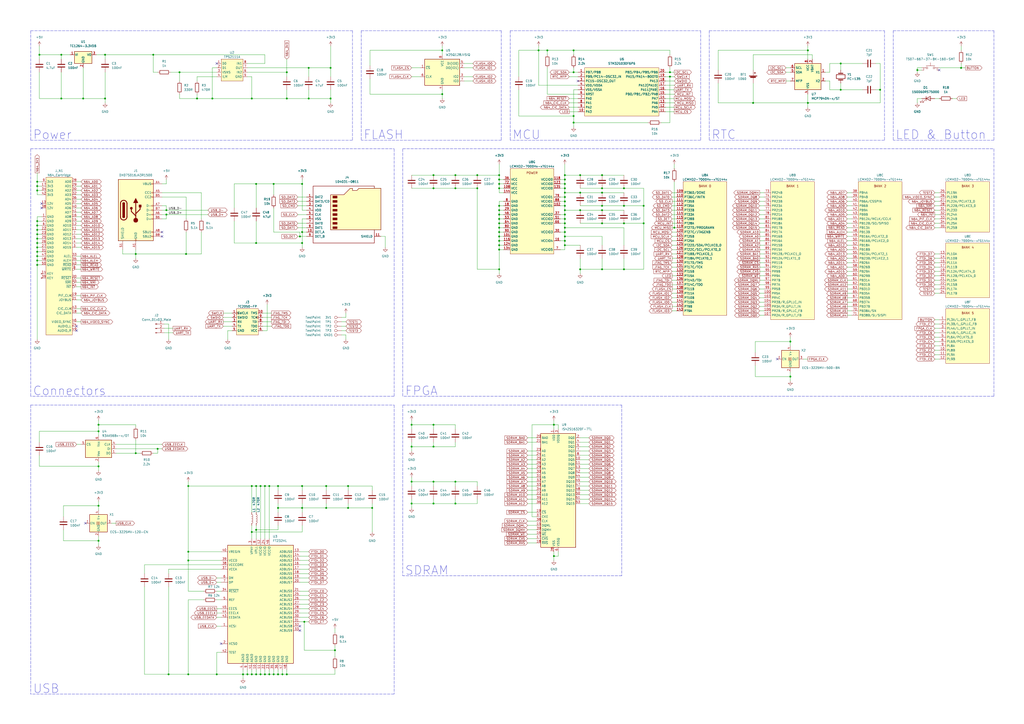
<source format=kicad_sch>
(kicad_sch (version 20211123) (generator eeschema)
  (paper "A2")
  (title_block (title "SC64") (date "2022-05-15") (rev "2.0") (company "Polprzewodnikowy"))
  (lib_symbols
    (symbol "Connector:Conn_01x03_Male" (pin_names (offset 1.016) hide)
      (property "Reference" "J" (at 0 5.08 0))
      (property "Value" "Conn_01x03_Male" (at 0 -5.08 0))
      (symbol "Conn_01x03_Male_1_1"
        (pin passive line (at 5.08 2.54 180) (length 3.81) (name "Pin_1") (number "1"))
        (pin passive line (at 5.08 0 180) (length 3.81) (name "Pin_2") (number "2"))
        (pin passive line (at 5.08 -2.54 180) (length 3.81) (name "Pin_3") (number "3"))
      )
    )
    (symbol "Connector:Micro_SD_Card_Det" (pin_names (offset 1.016))
      (property "Reference" "J" (at -16.51 17.78 0))
      (property "Value" "Micro_SD_Card_Det" (at 16.51 17.78 0))
      (symbol "Micro_SD_Card_Det_1_1"
        (pin bidirectional line (at -22.86 10.16 0) (length 3.81) (name "DAT2") (number "1"))
        (pin passive line (at -22.86 -10.16 0) (length 3.81) (name "DET_A") (number "10"))
        (pin passive line (at 20.32 -12.7 180) (length 3.81) (name "SHIELD") (number "11"))
        (pin bidirectional line (at -22.86 7.62 0) (length 3.81) (name "DAT3/CD") (number "2"))
        (pin input line (at -22.86 5.08 0) (length 3.81) (name "CMD") (number "3"))
        (pin power_in line (at -22.86 2.54 0) (length 3.81) (name "VDD") (number "4"))
        (pin input line (at -22.86 0 0) (length 3.81) (name "CLK") (number "5"))
        (pin power_in line (at -22.86 -2.54 0) (length 3.81) (name "VSS") (number "6"))
        (pin bidirectional line (at -22.86 -5.08 0) (length 3.81) (name "DAT0") (number "7"))
        (pin bidirectional line (at -22.86 -7.62 0) (length 3.81) (name "DAT1") (number "8"))
        (pin passive line (at -22.86 -12.7 0) (length 3.81) (name "DET_B") (number "9"))
      )
    )
    (symbol "Connector:TestPoint" (pin_numbers hide) (pin_names (offset 0.762) hide)
      (property "Reference" "TP" (at 0 6.858 0))
      (property "Value" "TestPoint" (at 0 5.08 0))
      (symbol "TestPoint_1_1"
        (pin passive line (at 0 0 90) (length 2.54) (name "1") (number "1"))
      )
    )
    (symbol "Connector:USB_C_Receptacle_USB2.0" (pin_names (offset 1.016))
      (property "Reference" "J" (at -10.16 19.05 0))
      (property "Value" "USB_C_Receptacle_USB2.0" (at 19.05 19.05 0))
      (symbol "USB_C_Receptacle_USB2.0_1_1"
        (pin passive line (at 0 -22.86 90) (length 5.08) (name "GND") (number "A1"))
        (pin passive line (at 0 -22.86 90) (length 5.08) hide (name "GND") (number "A12"))
        (pin passive line (at 15.24 15.24 180) (length 5.08) (name "VBUS") (number "A4"))
        (pin bidirectional line (at 15.24 10.16 180) (length 5.08) (name "CC1") (number "A5"))
        (pin bidirectional line (at 15.24 -2.54 180) (length 5.08) (name "D+") (number "A6"))
        (pin bidirectional line (at 15.24 2.54 180) (length 5.08) (name "D-") (number "A7"))
        (pin bidirectional line (at 15.24 -12.7 180) (length 5.08) (name "SBU1") (number "A8"))
        (pin passive line (at 15.24 15.24 180) (length 5.08) hide (name "VBUS") (number "A9"))
        (pin passive line (at 0 -22.86 90) (length 5.08) hide (name "GND") (number "B1"))
        (pin passive line (at 0 -22.86 90) (length 5.08) hide (name "GND") (number "B12"))
        (pin passive line (at 15.24 15.24 180) (length 5.08) hide (name "VBUS") (number "B4"))
        (pin bidirectional line (at 15.24 7.62 180) (length 5.08) (name "CC2") (number "B5"))
        (pin bidirectional line (at 15.24 -5.08 180) (length 5.08) (name "D+") (number "B6"))
        (pin bidirectional line (at 15.24 0 180) (length 5.08) (name "D-") (number "B7"))
        (pin bidirectional line (at 15.24 -15.24 180) (length 5.08) (name "SBU2") (number "B8"))
        (pin passive line (at 15.24 15.24 180) (length 5.08) hide (name "VBUS") (number "B9"))
        (pin passive line (at -7.62 -22.86 90) (length 5.08) (name "SHIELD") (number "S1"))
      )
    )
    (symbol "Device:Battery_Cell" (pin_numbers hide) (pin_names (offset 0) hide)
      (property "Reference" "BT" (at 2.54 2.54 0))
      (property "Value" "Battery_Cell" (at 2.54 0 0))
      (symbol "Battery_Cell_1_1"
        (pin passive line (at 0 5.08 270) (length 2.54) (name "+") (number "1"))
        (pin passive line (at 0 -2.54 90) (length 2.54) (name "-") (number "2"))
      )
    )
    (symbol "Device:C" (pin_numbers hide) (pin_names (offset 0.254))
      (property "Reference" "C" (at 0.635 2.54 0))
      (property "Value" "C" (at 0.635 -2.54 0))
      (symbol "C_1_1"
        (pin passive line (at 0 3.81 270) (length 2.794) (name "~") (number "1"))
        (pin passive line (at 0 -3.81 90) (length 2.794) (name "~") (number "2"))
      )
    )
    (symbol "Device:Crystal" (pin_numbers hide) (pin_names (offset 1.016) hide)
      (property "Reference" "Y" (at 0 3.81 0))
      (property "Value" "Crystal" (at 0 -3.81 0))
      (symbol "Crystal_1_1"
        (pin passive line (at -3.81 0 0) (length 1.27) (name "1") (number "1"))
        (pin passive line (at 3.81 0 180) (length 1.27) (name "2") (number "2"))
      )
    )
    (symbol "Device:L" (pin_numbers hide) (pin_names (offset 1.016) hide)
      (property "Reference" "L" (at -1.27 0 90))
      (property "Value" "L" (at 1.905 0 90))
      (symbol "L_1_1"
        (pin passive line (at 0 3.81 270) (length 1.27) (name "1") (number "1"))
        (pin passive line (at 0 -3.81 90) (length 1.27) (name "2") (number "2"))
      )
    )
    (symbol "Device:LED" (pin_numbers hide) (pin_names (offset 1.016) hide)
      (property "Reference" "D" (at 0 2.54 0))
      (property "Value" "LED" (at 0 -2.54 0))
      (symbol "LED_1_1"
        (pin passive line (at -3.81 0 0) (length 2.54) (name "K") (number "1"))
        (pin passive line (at 3.81 0 180) (length 2.54) (name "A") (number "2"))
      )
    )
    (symbol "Device:R" (pin_numbers hide) (pin_names (offset 0))
      (property "Reference" "R" (at 2.032 0 90))
      (property "Value" "R" (at 0 0 90))
      (symbol "R_1_1"
        (pin passive line (at 0 3.81 270) (length 1.27) (name "~") (number "1"))
        (pin passive line (at 0 -3.81 90) (length 1.27) (name "~") (number "2"))
      )
    )
    (symbol "Interface_USB:FT232H"
      (property "Reference" "U" (at -19.05 35.56 0))
      (property "Value" "FT232H" (at 12.7 35.56 0))
      (symbol "FT232H_1_1"
        (pin input line (at -22.86 -12.7 0) (length 3.81) (name "XCSI") (number "1"))
        (pin power_in line (at -2.54 -38.1 90) (length 3.81) (name "GND") (number "10"))
        (pin power_in line (at 0 -38.1 90) (length 3.81) (name "GND") (number "11"))
        (pin power_in line (at 0 38.1 270) (length 3.81) (name "VCCIO") (number "12"))
        (pin bidirectional line (at 22.86 30.48 180) (length 3.81) (name "ADBUS0") (number "13"))
        (pin bidirectional line (at 22.86 27.94 180) (length 3.81) (name "ADBUS1") (number "14"))
        (pin bidirectional line (at 22.86 25.4 180) (length 3.81) (name "ADBUS2") (number "15"))
        (pin bidirectional line (at 22.86 22.86 180) (length 3.81) (name "ADBUS3") (number "16"))
        (pin bidirectional line (at 22.86 20.32 180) (length 3.81) (name "ADBUS4") (number "17"))
        (pin bidirectional line (at 22.86 17.78 180) (length 3.81) (name "ADBUS5") (number "18"))
        (pin bidirectional line (at 22.86 15.24 180) (length 3.81) (name "ADBUS6") (number "19"))
        (pin output line (at -22.86 -22.86 0) (length 3.81) (name "XCSO") (number "2"))
        (pin bidirectional line (at 22.86 12.7 180) (length 3.81) (name "ADBUS7") (number "20"))
        (pin bidirectional line (at 22.86 7.62 180) (length 3.81) (name "ACBUS0") (number "21"))
        (pin power_in line (at 2.54 -38.1 90) (length 3.81) (name "GND") (number "22"))
        (pin power_in line (at 5.08 -38.1 90) (length 3.81) (name "GND") (number "23"))
        (pin power_in line (at 2.54 38.1 270) (length 3.81) (name "VCCIO") (number "24"))
        (pin bidirectional line (at 22.86 5.08 180) (length 3.81) (name "ACBUS1") (number "25"))
        (pin bidirectional line (at 22.86 2.54 180) (length 3.81) (name "ACBUS2") (number "26"))
        (pin bidirectional line (at 22.86 0 180) (length 3.81) (name "ACBUS3") (number "27"))
        (pin bidirectional line (at 22.86 -2.54 180) (length 3.81) (name "ACBUS4") (number "28"))
        (pin bidirectional line (at 22.86 -5.08 180) (length 3.81) (name "ACBUS5") (number "29"))
        (pin power_in line (at -5.08 38.1 270) (length 3.81) (name "VPHY") (number "3"))
        (pin bidirectional line (at 22.86 -7.62 180) (length 3.81) (name "ACBUS6") (number "30"))
        (pin bidirectional line (at 22.86 -10.16 180) (length 3.81) (name "ACBUS7") (number "31"))
        (pin bidirectional line (at 22.86 -12.7 180) (length 3.81) (name "ACBUS8") (number "32"))
        (pin bidirectional line (at 22.86 -15.24 180) (length 3.81) (name "ACBUS9") (number "33"))
        (pin input line (at -22.86 7.62 0) (length 3.81) (name "~{RESET}") (number "34"))
        (pin power_in line (at 7.62 -38.1 90) (length 3.81) (name "GND") (number "35"))
        (pin power_in line (at 10.16 -38.1 90) (length 3.81) (name "GND") (number "36"))
        (pin power_out line (at -22.86 20.32 0) (length 3.81) (name "VCCA") (number "37"))
        (pin power_out line (at -22.86 22.86 0) (length 3.81) (name "VCCCORE") (number "38"))
        (pin power_in line (at -22.86 25.4 0) (length 3.81) (name "VCCD") (number "39"))
        (pin power_in line (at -10.16 -38.1 90) (length 3.81) (name "AGND") (number "4"))
        (pin power_in line (at -22.86 30.48 0) (length 3.81) (name "VREGIN") (number "40"))
        (pin power_in line (at -5.08 -38.1 90) (length 3.81) (name "AGND") (number "41"))
        (pin input line (at -22.86 -27.94 0) (length 3.81) (name "TEST") (number "42"))
        (pin bidirectional line (at -22.86 -7.62 0) (length 3.81) (name "EEDATA") (number "43"))
        (pin input line (at -22.86 -5.08 0) (length 3.81) (name "EECLK") (number "44"))
        (pin input line (at -22.86 -2.54 0) (length 3.81) (name "EECS") (number "45"))
        (pin power_in line (at 5.08 38.1 270) (length 3.81) (name "VCCIO") (number "46"))
        (pin power_in line (at 12.7 -38.1 90) (length 3.81) (name "GND") (number "47"))
        (pin power_in line (at 15.24 -38.1 90) (length 3.81) (name "GND") (number "48"))
        (pin input line (at -22.86 2.54 0) (length 3.81) (name "REF") (number "5"))
        (pin bidirectional line (at -22.86 15.24 0) (length 3.81) (name "DM") (number "6"))
        (pin bidirectional line (at -22.86 12.7 0) (length 3.81) (name "DP") (number "7"))
        (pin power_in line (at -2.54 38.1 270) (length 3.81) (name "VPLL") (number "8"))
        (pin power_in line (at -7.62 -38.1 90) (length 3.81) (name "AGND") (number "9"))
      )
    )
    (symbol "Memory_EEPROM:93AAxxBT-xOT"
      (property "Reference" "U" (at -7.62 6.35 0))
      (property "Value" "93AAxxBT-xOT" (at 1.27 6.35 0))
      (symbol "93AAxxBT-xOT_1_1"
        (pin tri_state line (at 10.16 -2.54 180) (length 2.54) (name "DO") (number "1"))
        (pin power_in line (at 0 -7.62 90) (length 2.54) (name "Vss") (number "2"))
        (pin input line (at 10.16 0 180) (length 2.54) (name "DI") (number "3"))
        (pin input line (at 10.16 2.54 180) (length 2.54) (name "CLK") (number "4"))
        (pin input line (at -10.16 2.54 0) (length 2.54) (name "CS") (number "5"))
        (pin power_in line (at 0 7.62 270) (length 2.54) (name "Vсс") (number "6"))
      )
    )
    (symbol "Memory_Flash:W25Q128JVS"
      (property "Reference" "U" (at -8.89 8.89 0))
      (property "Value" "W25Q128JVS" (at 7.62 8.89 0))
      (symbol "W25Q128JVS_1_1"
        (pin input line (at -12.7 2.54 0) (length 2.54) (name "~{CS}") (number "1"))
        (pin bidirectional line (at 12.7 2.54 180) (length 2.54) (name "DO(IO1)") (number "2"))
        (pin bidirectional line (at 12.7 -2.54 180) (length 2.54) (name "IO2") (number "3"))
        (pin power_in line (at 0 -10.16 90) (length 2.54) (name "GND") (number "4"))
        (pin bidirectional line (at 12.7 5.08 180) (length 2.54) (name "DI(IO0)") (number "5"))
        (pin input line (at -12.7 -2.54 0) (length 2.54) (name "CLK") (number "6"))
        (pin bidirectional line (at 12.7 -5.08 180) (length 2.54) (name "IO3") (number "7"))
        (pin power_in line (at 0 10.16 270) (length 2.54) (name "VCC") (number "8"))
      )
    )
    (symbol "Memory_RAM:MT48LC16M16A2TG"
      (property "Reference" "U" (at -8.89 34.29 0))
      (property "Value" "MT48LC16M16A2TG" (at 8.89 34.29 0))
      (symbol "MT48LC16M16A2TG_1_1"
        (pin power_in line (at -2.54 35.56 270) (length 2.54) (name "VDD") (number "1"))
        (pin bidirectional line (at 12.7 17.78 180) (length 2.54) (name "DQ5") (number "10"))
        (pin bidirectional line (at 12.7 15.24 180) (length 2.54) (name "DQ6") (number "11"))
        (pin passive line (at 0 -35.56 90) (length 2.54) hide (name "VSSQ") (number "12"))
        (pin bidirectional line (at 12.7 12.7 180) (length 2.54) (name "DQ7") (number "13"))
        (pin passive line (at -2.54 35.56 270) (length 2.54) hide (name "VDD") (number "14"))
        (pin input line (at -12.7 -20.32 0) (length 2.54) (name "DQML") (number "15"))
        (pin input line (at -12.7 -25.4 0) (length 2.54) (name "~{WE}") (number "16"))
        (pin input line (at -12.7 -27.94 0) (length 2.54) (name "~{CAS}") (number "17"))
        (pin input line (at -12.7 -30.48 0) (length 2.54) (name "~{RAS}") (number "18"))
        (pin input line (at -12.7 -12.7 0) (length 2.54) (name "~{CS}") (number "19"))
        (pin bidirectional line (at 12.7 30.48 180) (length 2.54) (name "DQ0") (number "2"))
        (pin input line (at -12.7 30.48 0) (length 2.54) (name "BA0") (number "20"))
        (pin input line (at -12.7 27.94 0) (length 2.54) (name "BA1") (number "21"))
        (pin input line (at -12.7 -2.54 0) (length 2.54) (name "A10") (number "22"))
        (pin input line (at -12.7 22.86 0) (length 2.54) (name "A0") (number "23"))
        (pin input line (at -12.7 20.32 0) (length 2.54) (name "A1") (number "24"))
        (pin input line (at -12.7 17.78 0) (length 2.54) (name "A2") (number "25"))
        (pin input line (at -12.7 15.24 0) (length 2.54) (name "A3") (number "26"))
        (pin passive line (at -2.54 35.56 270) (length 2.54) hide (name "VDD") (number "27"))
        (pin power_in line (at -2.54 -35.56 90) (length 2.54) (name "VSS") (number "28"))
        (pin input line (at -12.7 12.7 0) (length 2.54) (name "A4") (number "29"))
        (pin power_in line (at 0 35.56 270) (length 2.54) (name "VDDQ") (number "3"))
        (pin input line (at -12.7 10.16 0) (length 2.54) (name "A5") (number "30"))
        (pin input line (at -12.7 7.62 0) (length 2.54) (name "A6") (number "31"))
        (pin input line (at -12.7 5.08 0) (length 2.54) (name "A7") (number "32"))
        (pin input line (at -12.7 2.54 0) (length 2.54) (name "A8") (number "33"))
        (pin input line (at -12.7 0 0) (length 2.54) (name "A9") (number "34"))
        (pin input line (at -12.7 -5.08 0) (length 2.54) (name "A11") (number "35"))
        (pin input line (at -12.7 -7.62 0) (length 2.54) (name "A12") (number "36"))
        (pin input line (at -12.7 -15.24 0) (length 2.54) (name "CKE") (number "37"))
        (pin input line (at -12.7 -17.78 0) (length 2.54) (name "CLK") (number "38"))
        (pin input line (at -12.7 -22.86 0) (length 2.54) (name "DQMH") (number "39"))
        (pin bidirectional line (at 12.7 27.94 180) (length 2.54) (name "DQ1") (number "4"))
        (pin no_connect line (at 10.16 -20.32 180) (length 2.54) hide (name "NC") (number "40"))
        (pin passive line (at -2.54 -35.56 90) (length 2.54) hide (name "VSS") (number "41"))
        (pin bidirectional line (at 12.7 10.16 180) (length 2.54) (name "DQ8") (number "42"))
        (pin passive line (at 0 35.56 270) (length 2.54) hide (name "VDDQ") (number "43"))
        (pin bidirectional line (at 12.7 7.62 180) (length 2.54) (name "DQ9") (number "44"))
        (pin bidirectional line (at 12.7 5.08 180) (length 2.54) (name "DQ10") (number "45"))
        (pin passive line (at 0 -35.56 90) (length 2.54) hide (name "VSSQ") (number "46"))
        (pin bidirectional line (at 12.7 2.54 180) (length 2.54) (name "DQ11") (number "47"))
        (pin bidirectional line (at 12.7 0 180) (length 2.54) (name "DQ12") (number "48"))
        (pin passive line (at 0 35.56 270) (length 2.54) hide (name "VDDQ") (number "49"))
        (pin bidirectional line (at 12.7 25.4 180) (length 2.54) (name "DQ2") (number "5"))
        (pin bidirectional line (at 12.7 -2.54 180) (length 2.54) (name "DQ13") (number "50"))
        (pin bidirectional line (at 12.7 -5.08 180) (length 2.54) (name "DQ14") (number "51"))
        (pin passive line (at 0 -35.56 90) (length 2.54) hide (name "VSSQ") (number "52"))
        (pin bidirectional line (at 12.7 -7.62 180) (length 2.54) (name "DQ15") (number "53"))
        (pin passive line (at -2.54 -35.56 90) (length 2.54) hide (name "VSS") (number "54"))
        (pin power_in line (at 0 -35.56 90) (length 2.54) (name "VSSQ") (number "6"))
        (pin bidirectional line (at 12.7 22.86 180) (length 2.54) (name "DQ3") (number "7"))
        (pin bidirectional line (at 12.7 20.32 180) (length 2.54) (name "DQ4") (number "8"))
        (pin passive line (at 0 35.56 270) (length 2.54) hide (name "VDDQ") (number "9"))
      )
    )
    (symbol "Oscillator:XO32" (pin_names (offset 0.254))
      (property "Reference" "X" (at -5.08 6.35 0))
      (property "Value" "XO32" (at 1.27 -6.35 0))
      (symbol "XO32_1_1"
        (pin input line (at -7.62 0 0) (length 2.54) (name "EN") (number "1"))
        (pin power_in line (at 0 -7.62 90) (length 2.54) (name "GND") (number "2"))
        (pin output line (at 7.62 0 180) (length 2.54) (name "OUT") (number "3"))
        (pin power_in line (at 0 7.62 270) (length 2.54) (name "V+") (number "4"))
      )
    )
    (symbol "Regulator_Linear:TC1262-33" (pin_names (offset 0.254))
      (property "Reference" "U" (at -3.81 3.175 0))
      (property "Value" "TC1262-33" (at 0 3.175 0))
      (symbol "TC1262-33_1_1"
        (pin power_in line (at -7.62 0 0) (length 2.54) (name "VI") (number "1"))
        (pin power_in line (at 0 -7.62 90) (length 2.54) (name "GND") (number "2"))
        (pin power_out line (at 7.62 0 180) (length 2.54) (name "VO") (number "3"))
      )
    )
    (symbol "Timer_RTC:MCP7940N-xST"
      (property "Reference" "U" (at -6.35 8.89 0))
      (property "Value" "MCP7940N-xST" (at 11.43 8.89 0))
      (symbol "MCP7940N-xST_1_1"
        (pin input line (at 10.16 2.54 180) (length 2.54) (name "X1") (number "1"))
        (pin output line (at 10.16 -2.54 180) (length 2.54) (name "X2") (number "2"))
        (pin power_in line (at 2.54 10.16 270) (length 2.54) (name "VBAT") (number "3"))
        (pin power_in line (at 0 -10.16 90) (length 2.54) (name "VSS") (number "4"))
        (pin bidirectional line (at -10.16 2.54 0) (length 2.54) (name "SDA") (number "5"))
        (pin input line (at -10.16 5.08 0) (length 2.54) (name "SCL") (number "6"))
        (pin open_collector line (at -10.16 -2.54 0) (length 2.54) (name "MFP") (number "7"))
        (pin power_in line (at 0 10.16 270) (length 2.54) (name "VCC") (number "8"))
      )
    )
    (symbol "power:+3V3" (power) (pin_names (offset 0))
      (property "Value" "+3V3" (at 0 3.556 0))
      (symbol "+3V3_1_1"
        (pin power_in line (at 0 0 90) (length 0) hide (name "+3V3") (number "1"))
      )
    )
    (symbol "power:+5V" (power) (pin_names (offset 0))
      (property "Value" "+5V" (at 0 3.556 0))
      (symbol "+5V_1_1"
        (pin power_in line (at 0 0 90) (length 0) hide (name "+5V") (number "1"))
      )
    )
    (symbol "power:GND" (power) (pin_names (offset 0))
      (property "Value" "GND" (at 0 -3.81 0))
      (symbol "GND_1_1"
        (pin power_in line (at 0 0 270) (length 0) hide (name "GND") (number "1"))
      )
    )
    (symbol "sc64v2:LCMXO2-7000Hx-xTG144x"
      (property "Reference" "U" (at 0 3.81 0))
      (property "Value" "LCMXO2-7000Hx-xTG144x" (at 0 1.27 0))
      (symbol "LCMXO2-7000Hx-xTG144x_1_0"
        (text "BANK 0" (at 0 -2.54 0) (effects (font (size 1.27 1.27))))
      )
      (symbol "LCMXO2-7000Hx-xTG144x_1_1"
        (pin bidirectional line (at -16.51 -6.35 0) (length 3.81) (name "PT36D/DONE") (number "109"))
        (pin bidirectional line (at -16.51 -8.89 0) (length 3.81) (name "PT36C/INITN") (number "110"))
        (pin bidirectional line (at -16.51 -11.43 0) (length 3.81) (name "PT35B") (number "111"))
        (pin bidirectional line (at -16.51 -13.97 0) (length 3.81) (name "PT35A") (number "112"))
        (pin bidirectional line (at -16.51 -16.51 0) (length 3.81) (name "PT33B") (number "113"))
        (pin bidirectional line (at -16.51 -19.05 0) (length 3.81) (name "PT33A") (number "114"))
        (pin bidirectional line (at -16.51 -21.59 0) (length 3.81) (name "PT28B") (number "115"))
        (pin bidirectional line (at -16.51 -24.13 0) (length 3.81) (name "PT28A") (number "117"))
        (pin bidirectional line (at -16.51 -26.67 0) (length 3.81) (name "PT27D/PROGRAMN") (number "119"))
        (pin bidirectional line (at -16.51 -29.21 0) (length 3.81) (name "PT27C/JTAGENB") (number "120"))
        (pin bidirectional line (at -16.51 -31.75 0) (length 3.81) (name "PT25B") (number "121"))
        (pin bidirectional line (at -16.51 -34.29 0) (length 3.81) (name "PT25A") (number "122"))
        (pin bidirectional line (at -16.51 -36.83 0) (length 3.81) (name "PT22D/SDA/PCLKC0_0") (number "125"))
        (pin bidirectional line (at -16.51 -39.37 0) (length 3.81) (name "PT22C/SCL/PCLKT0_0") (number "126"))
        (pin bidirectional line (at -16.51 -41.91 0) (length 3.81) (name "PT18B/PCLKC0_1") (number "127"))
        (pin bidirectional line (at -16.51 -44.45 0) (length 3.81) (name "PT18A/PCLKT0_1") (number "128"))
        (pin bidirectional line (at -16.51 -46.99 0) (length 3.81) (name "PT17D/TMS") (number "130"))
        (pin bidirectional line (at -16.51 -49.53 0) (length 3.81) (name "PT17C/TCK") (number "131"))
        (pin bidirectional line (at -16.51 -52.07 0) (length 3.81) (name "PT15B") (number "132"))
        (pin bidirectional line (at -16.51 -54.61 0) (length 3.81) (name "PT15A") (number "133"))
        (pin bidirectional line (at -16.51 -57.15 0) (length 3.81) (name "PT14D/TDI") (number "136"))
        (pin bidirectional line (at -16.51 -59.69 0) (length 3.81) (name "PT14C/TDO") (number "137"))
        (pin bidirectional line (at -16.51 -62.23 0) (length 3.81) (name "PT11B") (number "138"))
        (pin bidirectional line (at -16.51 -64.77 0) (length 3.81) (name "PT11A") (number "139"))
        (pin bidirectional line (at -16.51 -67.31 0) (length 3.81) (name "PT10B") (number "140"))
        (pin bidirectional line (at -16.51 -69.85 0) (length 3.81) (name "PT10A") (number "141"))
        (pin bidirectional line (at -16.51 -72.39 0) (length 3.81) (name "PT9B") (number "142"))
        (pin bidirectional line (at -16.51 -74.93 0) (length 3.81) (name "PT9A") (number "143"))
      )
      (symbol "LCMXO2-7000Hx-xTG144x_2_0"
        (text "BANK 1" (at 0 -2.54 0) (effects (font (size 1.27 1.27))))
      )
      (symbol "LCMXO2-7000Hx-xTG144x_2_1"
        (pin bidirectional line (at -16.51 -64.77 0) (length 3.81) (name "PR5A") (number "100"))
        (pin bidirectional line (at -16.51 -67.31 0) (length 3.81) (name "PR4C") (number "103"))
        (pin bidirectional line (at -16.51 -69.85 0) (length 3.81) (name "PR3B/R_GPLLC_IN") (number "104"))
        (pin bidirectional line (at -16.51 -72.39 0) (length 3.81) (name "PR3A/R_GPLLT_IN") (number "105"))
        (pin bidirectional line (at -16.51 -74.93 0) (length 3.81) (name "PR2B/R_GPLLC_FB") (number "106"))
        (pin bidirectional line (at -16.51 -77.47 0) (length 3.81) (name "PR2A/R_GPLLT_FB") (number "107"))
        (pin bidirectional line (at -16.51 -6.35 0) (length 3.81) (name "PR24B") (number "73"))
        (pin bidirectional line (at -16.51 -8.89 0) (length 3.81) (name "PR24A") (number "74"))
        (pin bidirectional line (at -16.51 -11.43 0) (length 3.81) (name "PR23B") (number "75"))
        (pin bidirectional line (at -16.51 -13.97 0) (length 3.81) (name "PR23A") (number "76"))
        (pin bidirectional line (at -16.51 -16.51 0) (length 3.81) (name "PR21B") (number "77"))
        (pin bidirectional line (at -16.51 -19.05 0) (length 3.81) (name "PR21A") (number "78"))
        (pin bidirectional line (at -16.51 -21.59 0) (length 3.81) (name "PR18B") (number "81"))
        (pin bidirectional line (at -16.51 -24.13 0) (length 3.81) (name "PR18A") (number "82"))
        (pin bidirectional line (at -16.51 -26.67 0) (length 3.81) (name "PR17B") (number "83"))
        (pin bidirectional line (at -16.51 -29.21 0) (length 3.81) (name "PR17A") (number "84"))
        (pin bidirectional line (at -16.51 -31.75 0) (length 3.81) (name "PR16B") (number "85"))
        (pin bidirectional line (at -16.51 -34.29 0) (length 3.81) (name "PR16A") (number "86"))
        (pin bidirectional line (at -16.51 -36.83 0) (length 3.81) (name "PR15B") (number "87"))
        (pin bidirectional line (at -16.51 -39.37 0) (length 3.81) (name "PR15A") (number "89"))
        (pin bidirectional line (at -16.51 -41.91 0) (length 3.81) (name "PR12B/PCLKC1_0") (number "91"))
        (pin bidirectional line (at -16.51 -44.45 0) (length 3.81) (name "PR12A/PCLKT1_0") (number "92"))
        (pin bidirectional line (at -16.51 -46.99 0) (length 3.81) (name "PR11B") (number "93"))
        (pin bidirectional line (at -16.51 -49.53 0) (length 3.81) (name "PR11A") (number "94"))
        (pin bidirectional line (at -16.51 -52.07 0) (length 3.81) (name "PR9B") (number "95"))
        (pin bidirectional line (at -16.51 -54.61 0) (length 3.81) (name "PR9A") (number "96"))
        (pin bidirectional line (at -16.51 -57.15 0) (length 3.81) (name "PR7B") (number "97"))
        (pin bidirectional line (at -16.51 -59.69 0) (length 3.81) (name "PR7A") (number "98"))
        (pin bidirectional line (at -16.51 -62.23 0) (length 3.81) (name "PR5B") (number "99"))
      )
      (symbol "LCMXO2-7000Hx-xTG144x_3_0"
        (text "BANK 2" (at 0 -2.54 0) (effects (font (size 1.27 1.27))))
      )
      (symbol "LCMXO2-7000Hx-xTG144x_3_1"
        (pin bidirectional line (at -16.51 -6.35 0) (length 3.81) (name "PB4A") (number "38"))
        (pin bidirectional line (at -16.51 -8.89 0) (length 3.81) (name "PB4B") (number "39"))
        (pin bidirectional line (at -16.51 -11.43 0) (length 3.81) (name "PB6A/CSSPIN") (number "40"))
        (pin bidirectional line (at -16.51 -13.97 0) (length 3.81) (name "PB6B") (number "41"))
        (pin bidirectional line (at -16.51 -16.51 0) (length 3.81) (name "PB9A") (number "42"))
        (pin bidirectional line (at -16.51 -19.05 0) (length 3.81) (name "PB9B") (number "43"))
        (pin bidirectional line (at -16.51 -21.59 0) (length 3.81) (name "PB12A/MCLK/CCLK") (number "44"))
        (pin bidirectional line (at -16.51 -24.13 0) (length 3.81) (name "PB12B/SO/SPISO") (number "45"))
        (pin bidirectional line (at -16.51 -26.67 0) (length 3.81) (name "PB13A") (number "47"))
        (pin bidirectional line (at -16.51 -29.21 0) (length 3.81) (name "PB13B") (number "48"))
        (pin bidirectional line (at -16.51 -31.75 0) (length 3.81) (name "PB16A/PCLKT2_0") (number "49"))
        (pin bidirectional line (at -16.51 -34.29 0) (length 3.81) (name "PB16B/PCLKC2_0") (number "50"))
        (pin bidirectional line (at -16.51 -36.83 0) (length 3.81) (name "PB18A") (number "52"))
        (pin bidirectional line (at -16.51 -39.37 0) (length 3.81) (name "PB18B") (number "54"))
        (pin bidirectional line (at -16.51 -41.91 0) (length 3.81) (name "PB23A/PCLKT2_1") (number "55"))
        (pin bidirectional line (at -16.51 -44.45 0) (length 3.81) (name "PB23B/PCLKC2_1") (number "56"))
        (pin bidirectional line (at -16.51 -46.99 0) (length 3.81) (name "PB26A") (number "57"))
        (pin bidirectional line (at -16.51 -49.53 0) (length 3.81) (name "PB26B") (number "58"))
        (pin bidirectional line (at -16.51 -52.07 0) (length 3.81) (name "PB29A") (number "59"))
        (pin bidirectional line (at -16.51 -54.61 0) (length 3.81) (name "PB29B") (number "60"))
        (pin bidirectional line (at -16.51 -57.15 0) (length 3.81) (name "PB31A") (number "61"))
        (pin bidirectional line (at -16.51 -59.69 0) (length 3.81) (name "PB31B") (number "62"))
        (pin bidirectional line (at -16.51 -62.23 0) (length 3.81) (name "PB31D") (number "63"))
        (pin bidirectional line (at -16.51 -64.77 0) (length 3.81) (name "PB35A") (number "65"))
        (pin bidirectional line (at -16.51 -67.31 0) (length 3.81) (name "PB35B") (number "67"))
        (pin bidirectional line (at -16.51 -69.85 0) (length 3.81) (name "PB37A") (number "68"))
        (pin bidirectional line (at -16.51 -72.39 0) (length 3.81) (name "PB37B") (number "69"))
        (pin bidirectional line (at -16.51 -74.93 0) (length 3.81) (name "PB38A/SN") (number "70"))
        (pin bidirectional line (at -16.51 -77.47 0) (length 3.81) (name "PB38B/SI/SISPI") (number "71"))
      )
      (symbol "LCMXO2-7000Hx-xTG144x_4_0"
        (text "BANK 3" (at 0 -2.54 0) (effects (font (size 1.27 1.27))))
      )
      (symbol "LCMXO2-7000Hx-xTG144x_4_1"
        (pin bidirectional line (at -16.51 -6.35 0) (length 3.81) (name "PL19A") (number "25"))
        (pin bidirectional line (at -16.51 -8.89 0) (length 3.81) (name "PL19B") (number "26"))
        (pin bidirectional line (at -16.51 -11.43 0) (length 3.81) (name "PL22A/PCLKT3_0") (number "27"))
        (pin bidirectional line (at -16.51 -13.97 0) (length 3.81) (name "PL22B/PCLKC3_0") (number "28"))
        (pin bidirectional line (at -16.51 -16.51 0) (length 3.81) (name "PL23D") (number "31"))
        (pin bidirectional line (at -16.51 -19.05 0) (length 3.81) (name "PL24A") (number "32"))
        (pin bidirectional line (at -16.51 -21.59 0) (length 3.81) (name "PL24B") (number "33"))
        (pin bidirectional line (at -16.51 -24.13 0) (length 3.81) (name "PL25A") (number "34"))
        (pin bidirectional line (at -16.51 -26.67 0) (length 3.81) (name "PL25B") (number "35"))
      )
      (symbol "LCMXO2-7000Hx-xTG144x_5_0"
        (text "BANK 4" (at 0 -2.54 0) (effects (font (size 1.27 1.27))))
      )
      (symbol "LCMXO2-7000Hx-xTG144x_5_1"
        (pin bidirectional line (at -16.51 -6.35 0) (length 3.81) (name "PL10A") (number "13"))
        (pin bidirectional line (at -16.51 -8.89 0) (length 3.81) (name "PL10B") (number "14"))
        (pin bidirectional line (at -16.51 -11.43 0) (length 3.81) (name "PL11A") (number "15"))
        (pin bidirectional line (at -16.51 -13.97 0) (length 3.81) (name "PL11B") (number "17"))
        (pin bidirectional line (at -16.51 -16.51 0) (length 3.81) (name "PL12A/PCLKT4_0") (number "19"))
        (pin bidirectional line (at -16.51 -19.05 0) (length 3.81) (name "PL12B/PCLKC4_0") (number "20"))
        (pin bidirectional line (at -16.51 -21.59 0) (length 3.81) (name "PL15A") (number "21"))
        (pin bidirectional line (at -16.51 -24.13 0) (length 3.81) (name "PL15B") (number "22"))
        (pin bidirectional line (at -16.51 -26.67 0) (length 3.81) (name "PL17A") (number "23"))
        (pin bidirectional line (at -16.51 -29.21 0) (length 3.81) (name "PL17B") (number "24"))
      )
      (symbol "LCMXO2-7000Hx-xTG144x_6_0"
        (text "BANK 5" (at 0 -2.54 0) (effects (font (size 1.27 1.27))))
      )
      (symbol "LCMXO2-7000Hx-xTG144x_6_1"
        (pin bidirectional line (at -16.51 -6.35 0) (length 3.81) (name "PL3A/L_GPLLT_FB") (number "1"))
        (pin bidirectional line (at -16.51 -24.13 0) (length 3.81) (name "PL8B") (number "10"))
        (pin bidirectional line (at -16.51 -26.67 0) (length 3.81) (name "PL9A") (number "11"))
        (pin bidirectional line (at -16.51 -29.21 0) (length 3.81) (name "PL9B") (number "12"))
        (pin bidirectional line (at -16.51 -8.89 0) (length 3.81) (name "PL3B/L_GPLLC_FB") (number "2"))
        (pin bidirectional line (at -16.51 -11.43 0) (length 3.81) (name "PL4A/L_GPLLT_IN") (number "3"))
        (pin bidirectional line (at -16.51 -13.97 0) (length 3.81) (name "PL4B/L_GPLLC_IN") (number "4"))
        (pin bidirectional line (at -16.51 -16.51 0) (length 3.81) (name "PL6A/PCLKT5_0") (number "5"))
        (pin bidirectional line (at -16.51 -19.05 0) (length 3.81) (name "PL6B/PCLKC5_0") (number "6"))
        (pin bidirectional line (at -16.51 -21.59 0) (length 3.81) (name "PL8A") (number "9"))
      )
      (symbol "LCMXO2-7000Hx-xTG144x_7_0"
        (text "POWER" (at 0 -2.54 0) (effects (font (size 1.27 1.27))))
      )
      (symbol "LCMXO2-7000Hx-xTG144x_7_1"
        (pin power_in line (at -16.51 -39.37 0) (length 3.81) (name "GND") (number "101"))
        (pin power_in line (at 16.51 -21.59 180) (length 3.81) (name "VCCIO1") (number "102"))
        (pin power_in line (at -16.51 -11.43 0) (length 3.81) (name "VCC") (number "108"))
        (pin power_in line (at -16.51 -41.91 0) (length 3.81) (name "GND") (number "116"))
        (pin power_in line (at 16.51 -6.35 180) (length 3.81) (name "VCCIO0") (number "118"))
        (pin power_in line (at 16.51 -8.89 180) (length 3.81) (name "VCCIO0") (number "123"))
        (pin power_in line (at -16.51 -44.45 0) (length 3.81) (name "GND") (number "124"))
        (pin no_connect line (at -16.51 -16.51 0) (length 3.81) hide (name "NC") (number "129"))
        (pin power_in line (at -16.51 -46.99 0) (length 3.81) (name "GND") (number "134"))
        (pin power_in line (at 16.51 -11.43 180) (length 3.81) (name "VCCIO0") (number "135"))
        (pin power_in line (at -16.51 -13.97 0) (length 3.81) (name "VCC") (number "144"))
        (pin power_in line (at 16.51 -41.91 180) (length 3.81) (name "VCCIO4") (number "16"))
        (pin power_in line (at -16.51 -21.59 0) (length 3.81) (name "GND") (number "18"))
        (pin power_in line (at -16.51 -24.13 0) (length 3.81) (name "GND") (number "29"))
        (pin power_in line (at 16.51 -36.83 180) (length 3.81) (name "VCCIO3") (number "30"))
        (pin power_in line (at -16.51 -6.35 0) (length 3.81) (name "VCC") (number "36"))
        (pin power_in line (at 16.51 -26.67 180) (length 3.81) (name "VCCIO2") (number "37"))
        (pin power_in line (at -16.51 -26.67 0) (length 3.81) (name "GND") (number "46"))
        (pin power_in line (at 16.51 -29.21 180) (length 3.81) (name "VCCIO2") (number "51"))
        (pin power_in line (at -16.51 -29.21 0) (length 3.81) (name "GND") (number "53"))
        (pin power_in line (at -16.51 -31.75 0) (length 3.81) (name "GND") (number "64"))
        (pin power_in line (at 16.51 -31.75 180) (length 3.81) (name "VCCIO2") (number "66"))
        (pin power_in line (at 16.51 -46.99 180) (length 3.81) (name "VCCIO5") (number "7"))
        (pin power_in line (at -16.51 -8.89 0) (length 3.81) (name "VCC") (number "72"))
        (pin power_in line (at 16.51 -16.51 180) (length 3.81) (name "VCCIO1") (number "79"))
        (pin power_in line (at -16.51 -19.05 0) (length 3.81) (name "GND") (number "8"))
        (pin power_in line (at -16.51 -34.29 0) (length 3.81) (name "GND") (number "80"))
        (pin power_in line (at 16.51 -19.05 180) (length 3.81) (name "VCCIO1") (number "88"))
        (pin power_in line (at -16.51 -36.83 0) (length 3.81) (name "GND") (number "90"))
      )
    )
    (symbol "sc64v2:N64_Cartridge"
      (property "Reference" "J" (at 0 3.81 0))
      (property "Value" "N64_Cartridge" (at 0 1.27 0))
      (symbol "N64_Cartridge_1_1"
        (pin power_out line (at -10.16 -22.86 0) (length 2.54) (name "GND") (number "1"))
        (pin output inverted (at 10.16 -50.8 180) (length 2.54) (name "~{READ}") (number "10"))
        (pin bidirectional line (at 10.16 -30.48 180) (length 2.54) (name "AD11") (number "11"))
        (pin bidirectional line (at 10.16 -27.94 180) (length 2.54) (name "AD10") (number "12"))
        (pin power_out line (at -10.16 -15.24 0) (length 2.54) (name "12V") (number "13"))
        (pin no_connect line (at -10.16 -55.88 0) (length 2.54) (name "KEY") (number "14"))
        (pin bidirectional line (at 10.16 -25.4 180) (length 2.54) (name "AD9") (number "15"))
        (pin bidirectional line (at 10.16 -22.86 180) (length 2.54) (name "AD8") (number "16"))
        (pin power_out line (at -10.16 -5.08 0) (length 2.54) (name "3V3") (number "17"))
        (pin bidirectional line (at 10.16 -78.74 180) (length 2.54) (name "CIC_DATA") (number "18"))
        (pin output clock (at 10.16 -68.58 180) (length 2.54) (name "PIF_CLK") (number "19"))
        (pin power_out line (at -10.16 -25.4 0) (length 2.54) (name "GND") (number "2"))
        (pin output inverted (at 10.16 -58.42 180) (length 2.54) (name "~{RESET}") (number "20"))
        (pin bidirectional line (at 10.16 -71.12 180) (length 2.54) (name "JOYBUS") (number "21"))
        (pin power_out line (at -10.16 -30.48 0) (length 2.54) (name "GND") (number "22"))
        (pin power_out line (at -10.16 -33.02 0) (length 2.54) (name "GND") (number "23"))
        (pin input line (at 10.16 -86.36 180) (length 2.54) (name "AUDIO_L") (number "24"))
        (pin power_out line (at -10.16 -35.56 0) (length 2.54) (name "GND") (number "25"))
        (pin power_out line (at -10.16 -38.1 0) (length 2.54) (name "GND") (number "26"))
        (pin power_out line (at -10.16 -40.64 0) (length 2.54) (name "GND") (number "27"))
        (pin bidirectional line (at 10.16 -2.54 180) (length 2.54) (name "AD0") (number "28"))
        (pin bidirectional line (at 10.16 -5.08 180) (length 2.54) (name "AD1") (number "29"))
        (pin bidirectional line (at 10.16 -40.64 180) (length 2.54) (name "AD15") (number "3"))
        (pin bidirectional line (at 10.16 -7.62 180) (length 2.54) (name "AD2") (number "30"))
        (pin power_out line (at -10.16 -43.18 0) (length 2.54) (name "GND") (number "31"))
        (pin bidirectional line (at 10.16 -10.16 180) (length 2.54) (name "AD3") (number "32"))
        (pin output line (at 10.16 -45.72 180) (length 2.54) (name "ALEL") (number "33"))
        (pin power_out line (at -10.16 -7.62 0) (length 2.54) (name "3V3") (number "34"))
        (pin output line (at 10.16 -48.26 180) (length 2.54) (name "ALEH") (number "35"))
        (pin bidirectional line (at 10.16 -12.7 180) (length 2.54) (name "AD4") (number "36"))
        (pin bidirectional line (at 10.16 -15.24 180) (length 2.54) (name "AD5") (number "37"))
        (pin power_out line (at -10.16 -17.78 0) (length 2.54) (name "12V") (number "38"))
        (pin no_connect line (at -10.16 -58.42 0) (length 2.54) (name "KEY") (number "39"))
        (pin bidirectional line (at 10.16 -38.1 180) (length 2.54) (name "AD14") (number "4"))
        (pin bidirectional line (at 10.16 -17.78 180) (length 2.54) (name "AD6") (number "40"))
        (pin bidirectional line (at 10.16 -20.32 180) (length 2.54) (name "AD7") (number "41"))
        (pin power_out line (at -10.16 -10.16 0) (length 2.54) (name "3V3") (number "42"))
        (pin output clock (at 10.16 -76.2 180) (length 2.54) (name "CIC_CLK") (number "43"))
        (pin output inverted (at 10.16 -63.5 180) (length 2.54) (name "~{INT}") (number "44"))
        (pin output inverted (at 10.16 -60.96 180) (length 2.54) (name "~{NMI}") (number "45"))
        (pin output line (at 10.16 -83.82 180) (length 2.54) (name "VIDEO_SYNC") (number "46"))
        (pin power_out line (at -10.16 -45.72 0) (length 2.54) (name "GND") (number "47"))
        (pin power_out line (at -10.16 -48.26 0) (length 2.54) (name "GND") (number "48"))
        (pin input line (at 10.16 -88.9 180) (length 2.54) (name "AUDIO_R") (number "49"))
        (pin bidirectional line (at 10.16 -35.56 180) (length 2.54) (name "AD13") (number "5"))
        (pin power_out line (at -10.16 -50.8 0) (length 2.54) (name "GND") (number "50"))
        (pin power_out line (at -10.16 -27.94 0) (length 2.54) (name "GND") (number "6"))
        (pin bidirectional line (at 10.16 -33.02 180) (length 2.54) (name "AD12") (number "7"))
        (pin output inverted (at 10.16 -53.34 180) (length 2.54) (name "~{WRITE}") (number "8"))
        (pin power_out line (at -10.16 -2.54 0) (length 2.54) (name "3V3") (number "9"))
      )
    )
    (symbol "sc64v2:STM32G030Fx"
      (property "Reference" "U" (at 0 3.81 0))
      (property "Value" "STM32G030Fx" (at 0 1.27 0))
      (symbol "STM32G030Fx_1_1"
        (pin bidirectional line (at -25.4 -2.54 0) (length 3.81) (name "PB7/PB8") (number "1"))
        (pin bidirectional line (at -25.4 -25.4 0) (length 3.81) (name "PA3") (number "10"))
        (pin bidirectional line (at 25.4 -25.4 180) (length 3.81) (name "PA4") (number "11"))
        (pin bidirectional line (at 25.4 -22.86 180) (length 3.81) (name "PA5") (number "12"))
        (pin bidirectional line (at 25.4 -20.32 180) (length 3.81) (name "PA6") (number "13"))
        (pin bidirectional line (at 25.4 -17.78 180) (length 3.81) (name "PA7") (number "14"))
        (pin bidirectional line (at 25.4 -15.24 180) (length 3.81) (name "PB0/PB1/PB2/PA8") (number "15"))
        (pin bidirectional line (at 25.4 -12.7 180) (length 3.81) (name "PA11[PA9]") (number "16"))
        (pin bidirectional line (at 25.4 -10.16 180) (length 3.81) (name "PA12[PA10]") (number "17"))
        (pin bidirectional line (at 25.4 -7.62 180) (length 3.81) (name "PA13") (number "18"))
        (pin bidirectional line (at 25.4 -5.08 180) (length 3.81) (name "PA15/PA14-BOOT0") (number "19"))
        (pin bidirectional line (at -25.4 -5.08 0) (length 3.81) (name "PB9/PC14-OSC32_IN") (number "2"))
        (pin bidirectional line (at 25.4 -2.54 180) (length 3.81) (name "PB3/PB4/PB5/PB6") (number "20"))
        (pin bidirectional line (at -25.4 -7.62 0) (length 3.81) (name "PC15-OSC32_OUT") (number "3"))
        (pin power_in line (at -25.4 -10.16 0) (length 3.81) (name "VDD/VDDA") (number "4"))
        (pin power_in line (at -25.4 -12.7 0) (length 3.81) (name "VSS/VSSA") (number "5"))
        (pin input line (at -25.4 -15.24 0) (length 3.81) (name "NRST") (number "6"))
        (pin bidirectional line (at -25.4 -17.78 0) (length 3.81) (name "PA0") (number "7"))
        (pin bidirectional line (at -25.4 -20.32 0) (length 3.81) (name "PA1") (number "8"))
        (pin bidirectional line (at -25.4 -22.86 0) (length 3.81) (name "PA2") (number "9"))
      )
    )
    (symbol "sc64v2:TC2050-FP" (in_bom no)
      (property "Reference" "J" (at 0 3.81 0))
      (property "Value" "TC2050-FP" (at 0 1.27 0))
      (symbol "TC2050-FP_1_1"
        (pin output clock (at -8.89 -2.54 0) (length 2.54) (name "SWCLK") (number "1"))
        (pin output line (at 8.89 -2.54 180) (length 2.54) (name "TMS") (number "10"))
        (pin bidirectional line (at -8.89 -5.08 0) (length 2.54) (name "SWDIO") (number "2"))
        (pin input line (at -8.89 -7.62 0) (length 2.54) (name "RX") (number "3"))
        (pin output line (at -8.89 -10.16 0) (length 2.54) (name "TX") (number "4"))
        (pin power_out line (at -8.89 -12.7 0) (length 2.54) (name "GND") (number "5"))
        (pin power_out line (at 8.89 -12.7 180) (length 2.54) (name "VCC") (number "6"))
        (pin output line (at 8.89 -10.16 180) (length 2.54) (name "TDO") (number "7"))
        (pin input line (at 8.89 -7.62 180) (length 2.54) (name "TDI") (number "8"))
        (pin output clock (at 8.89 -5.08 180) (length 2.54) (name "TCK") (number "9"))
      )
    )
    (symbol "sc64v2:TPS2111A"
      (property "Reference" "U" (at 0 3.81 0))
      (property "Value" "TPS2111A" (at 0 1.27 0))
      (symbol "TPS2111A_1_1"
        (pin input line (at -8.89 -2.54 0) (length 2.54) (name "D0") (number "1"))
        (pin input line (at -8.89 -5.08 0) (length 2.54) (name "D1") (number "2"))
        (pin input line (at -8.89 -7.62 0) (length 2.54) (name "VSNS") (number "3"))
        (pin input line (at -8.89 -10.16 0) (length 2.54) (name "ILM") (number "4"))
        (pin power_in line (at 8.89 -10.16 180) (length 2.54) (name "GND") (number "5"))
        (pin power_in line (at 8.89 -7.62 180) (length 2.54) (name "IN2") (number "6"))
        (pin power_out line (at 8.89 -5.08 180) (length 2.54) (name "OUT") (number "7"))
        (pin power_in line (at 8.89 -2.54 180) (length 2.54) (name "IN1") (number "8"))
      )
    )
    (symbol "sc64v2:Tactile_Switch" (pin_numbers hide) (pin_names (offset 1.016) hide)
      (property "Reference" "SW1" (at 0 7.62 0))
      (property "Value" "Tactile_Switch" (at 0 5.08 0))
      (symbol "Tactile_Switch_0_1"
        (pin passive line (at -5.08 0 0) (length 2.54) (name "1") (number "1"))
        (pin passive line (at -5.08 -1.27 0) (length 1.27) (name "2") (number "2"))
        (pin passive line (at 5.08 0 180) (length 2.54) (name "3") (number "3"))
        (pin passive line (at 5.08 -1.27 180) (length 1.27) (name "4") (number "4"))
      )
    )
  )
  (junction (at 332.74 67.31))
  (junction (at 289.56 124.46))
  (junction (at 289.56 156.21))
  (junction (at 361.95 129.54))
  (junction (at 179.07 39.37))
  (junction (at 189.23 281.94))
  (junction (at 151.13 391.16))
  (junction (at 327.66 132.08))
  (junction (at 289.56 129.54))
  (junction (at 361.95 119.38))
  (junction (at 349.25 156.21))
  (junction (at 57.15 270.51))
  (junction (at 109.22 320.04))
  (junction (at 373.38 129.54))
  (junction (at 21.59 105.41))
  (junction (at 97.79 391.16))
  (junction (at 327.66 114.3))
  (junction (at 349.25 111.76))
  (junction (at 21.59 146.05))
  (junction (at 88.9 31.75))
  (junction (at 107.95 147.32))
  (junction (at 251.46 109.22))
  (junction (at 327.66 139.7))
  (junction (at 238.76 279.4))
  (junction (at 114.3 57.15))
  (junction (at 166.37 41.91))
  (junction (at 251.46 259.08))
  (junction (at 161.29 294.64))
  (junction (at 156.21 391.16))
  (junction (at 349.25 109.22))
  (junction (at 57.15 293.37))
  (junction (at 327.66 111.76))
  (junction (at 158.75 391.16))
  (junction (at 276.86 109.22))
  (junction (at 264.16 101.6))
  (junction (at 327.66 137.16))
  (junction (at 327.66 101.6))
  (junction (at 194.31 377.19))
  (junction (at 21.59 130.81))
  (junction (at 327.66 134.62))
  (junction (at 468.63 29.21))
  (junction (at 179.07 57.15))
  (junction (at 96.52 124.46))
  (junction (at 321.31 246.38))
  (junction (at 57.15 313.69))
  (junction (at 166.37 57.15))
  (junction (at 60.96 31.75))
  (junction (at 327.66 116.84))
  (junction (at 327.66 142.24))
  (junction (at 289.56 127))
  (junction (at 327.66 119.38))
  (junction (at 388.62 41.91))
  (junction (at 21.59 153.67))
  (junction (at 264.16 279.4))
  (junction (at 289.56 119.38))
  (junction (at 21.59 128.27))
  (junction (at 175.26 140.97))
  (junction (at 140.97 391.16))
  (junction (at 317.5 29.21))
  (junction (at 289.56 109.22))
  (junction (at 349.25 119.38))
  (junction (at 201.93 281.94))
  (junction (at 336.55 101.6))
  (junction (at 373.38 119.38))
  (junction (at 289.56 144.78))
  (junction (at 175.26 281.94))
  (junction (at 21.59 148.59))
  (junction (at 161.29 281.94))
  (junction (at 312.42 29.21))
  (junction (at 436.88 59.69))
  (junction (at 289.56 106.68))
  (junction (at 332.74 41.91))
  (junction (at 48.26 57.15))
  (junction (at 161.29 391.16))
  (junction (at 361.95 109.22))
  (junction (at 21.59 143.51))
  (junction (at 458.47 218.44))
  (junction (at 57.15 246.38))
  (junction (at 458.47 198.12))
  (junction (at 21.59 107.95))
  (junction (at 468.63 59.69))
  (junction (at 35.56 31.75))
  (junction (at 96.52 121.92))
  (junction (at 21.59 135.89))
  (junction (at 125.73 391.16))
  (junction (at 349.25 121.92))
  (junction (at 532.13 40.64))
  (junction (at 289.56 142.24))
  (junction (at 251.46 279.4))
  (junction (at 264.16 109.22))
  (junction (at 327.66 106.68))
  (junction (at 175.26 294.64))
  (junction (at 91.44 260.35))
  (junction (at 156.21 281.94))
  (junction (at 175.26 106.68))
  (junction (at 146.05 281.94))
  (junction (at 332.74 29.21))
  (junction (at 191.77 39.37))
  (junction (at 388.62 44.45))
  (junction (at 78.74 262.89))
  (junction (at 143.51 391.16))
  (junction (at 146.05 308.61))
  (junction (at 146.05 57.15))
  (junction (at 336.55 121.92))
  (junction (at 349.25 101.6))
  (junction (at 158.75 106.68))
  (junction (at 166.37 391.16))
  (junction (at 251.46 101.6))
  (junction (at 327.66 129.54))
  (junction (at 153.67 391.16))
  (junction (at 289.56 104.14))
  (junction (at 78.74 147.32))
  (junction (at 22.86 31.75))
  (junction (at 487.68 36.83))
  (junction (at 21.59 133.35))
  (junction (at 60.96 57.15))
  (junction (at 264.16 292.1))
  (junction (at 557.53 39.37))
  (junction (at 21.59 110.49))
  (junction (at 289.56 137.16))
  (junction (at 176.53 360.68))
  (junction (at 327.66 104.14))
  (junction (at 35.56 57.15))
  (junction (at 391.16 132.08))
  (junction (at 148.59 307.34))
  (junction (at 276.86 101.6))
  (junction (at 336.55 156.21))
  (junction (at 289.56 101.6))
  (junction (at 289.56 134.62))
  (junction (at 57.15 250.19))
  (junction (at 151.13 281.94))
  (junction (at 349.25 129.54))
  (junction (at 191.77 57.15))
  (junction (at 146.05 391.16))
  (junction (at 510.54 52.07))
  (junction (at 289.56 132.08))
  (junction (at 289.56 121.92))
  (junction (at 487.68 52.07))
  (junction (at 123.19 57.15))
  (junction (at 148.59 391.16))
  (junction (at 175.26 134.62))
  (junction (at 163.83 391.16))
  (junction (at 321.31 322.58))
  (junction (at 215.9 294.64))
  (junction (at 251.46 292.1))
  (junction (at 332.74 71.12))
  (junction (at 173.99 137.16))
  (junction (at 148.59 140.97))
  (junction (at 289.56 139.7))
  (junction (at 361.95 156.21))
  (junction (at 336.55 111.76))
  (junction (at 21.59 151.13))
  (junction (at 153.67 281.94))
  (junction (at 256.54 54.61))
  (junction (at 256.54 29.21))
  (junction (at 104.14 41.91))
  (junction (at 327.66 124.46))
  (junction (at 189.23 294.64))
  (junction (at 238.76 259.08))
  (junction (at 21.59 140.97))
  (junction (at 148.59 281.94))
  (junction (at 109.22 281.94))
  (junction (at 327.66 109.22))
  (junction (at 21.59 138.43))
  (junction (at 238.76 292.1))
  (junction (at 109.22 391.16))
  (junction (at 327.66 127))
  (junction (at 201.93 294.64))
  (junction (at 238.76 246.38))
  (junction (at 109.22 325.12))
  (junction (at 251.46 246.38))
  (junction (at 148.59 106.68))
  (junction (at 327.66 121.92))
  (no_connect (at 44.45 191.77))
  (no_connect (at 44.45 189.23))
  (no_connect (at 24.13 118.11))
  (no_connect (at 24.13 120.65))
  (no_connect (at 335.28 46.99))
  (no_connect (at 125.73 36.83))
  (no_connect (at 544.83 40.64))
  (no_connect (at 173.99 363.22))
  (no_connect (at 173.99 365.76))
  (no_connect (at 93.98 134.62))
  (no_connect (at 93.98 137.16))
  (no_connect (at 49.53 303.53))
  (no_connect (at 128.27 373.38))
  (no_connect (at 450.85 208.28))
  (wire (pts (xy 123.19 39.37) (xy 123.19 57.15)))
  (wire (pts (xy 332.74 39.37) (xy 332.74 41.91)))
  (wire (pts (xy 440.69 165.1) (xy 443.23 165.1)))
  (wire (pts (xy 389.89 147.32) (xy 392.43 147.32)))
  (wire (pts (xy 389.89 114.3) (xy 392.43 114.3)))
  (wire (pts (xy 391.16 95.25) (xy 391.16 97.79)))
  (wire (pts (xy 78.74 255.27) (xy 78.74 262.89)))
  (wire (pts (xy 336.55 289.56) (xy 341.63 289.56)))
  (wire (pts (xy 542.29 127) (xy 544.83 127)))
  (wire (pts (xy 336.55 287.02) (xy 341.63 287.02)))
  (wire (pts (xy 173.99 347.98) (xy 179.07 347.98)))
  (wire (pts (xy 386.08 44.45) (xy 388.62 44.45)))
  (wire (pts (xy 93.98 106.68) (xy 96.52 106.68)))
  (wire (pts (xy 264.16 259.08) (xy 264.16 256.54)))
  (wire (pts (xy 317.5 29.21) (xy 332.74 29.21)))
  (wire (pts (xy 336.55 101.6) (xy 349.25 101.6)))
  (wire (pts (xy 21.59 135.89) (xy 21.59 138.43)))
  (wire (pts (xy 201.93 281.94) (xy 201.93 284.48)))
  (wire (pts (xy 389.89 134.62) (xy 392.43 134.62)))
  (wire (pts (xy 542.29 129.54) (xy 544.83 129.54)))
  (wire (pts (xy 125.73 342.9) (xy 128.27 342.9)))
  (wire (pts (xy 22.86 31.75) (xy 35.56 31.75)))
  (wire (pts (xy 468.63 54.61) (xy 468.63 59.69)))
  (wire (pts (xy 491.49 175.26) (xy 494.03 175.26)))
  (wire (pts (xy 386.08 52.07) (xy 391.16 52.07)))
  (wire (pts (xy 306.07 302.26) (xy 311.15 302.26)))
  (wire (pts (xy 148.59 281.94) (xy 146.05 281.94)))
  (wire (pts (xy 148.59 307.34) (xy 148.59 312.42)))
  (wire (pts (xy 114.3 44.45) (xy 125.73 44.45)))
  (polyline (pts (xy 513.08 17.78) (xy 513.08 81.28)))
  (wire (pts (xy 389.89 172.72) (xy 392.43 172.72)))
  (wire (pts (xy 238.76 243.84) (xy 238.76 246.38)))
  (wire (pts (xy 238.76 39.37) (xy 243.84 39.37)))
  (polyline (pts (xy 295.91 17.78) (xy 406.4 17.78)))
  (wire (pts (xy 481.33 52.07) (xy 487.68 52.07)))
  (wire (pts (xy 125.73 347.98) (xy 128.27 347.98)))
  (wire (pts (xy 325.12 134.62) (xy 327.66 134.62)))
  (wire (pts (xy 83.82 391.16) (xy 97.79 391.16)))
  (wire (pts (xy 542.29 149.86) (xy 544.83 149.86)))
  (wire (pts (xy 238.76 276.86) (xy 238.76 279.4)))
  (wire (pts (xy 491.49 160.02) (xy 494.03 160.02)))
  (wire (pts (xy 383.54 71.12) (xy 388.62 71.12)))
  (wire (pts (xy 361.95 156.21) (xy 373.38 156.21)))
  (wire (pts (xy 373.38 109.22) (xy 373.38 119.38)))
  (wire (pts (xy 276.86 109.22) (xy 276.86 156.21)))
  (wire (pts (xy 57.15 290.83) (xy 57.15 293.37)))
  (wire (pts (xy 158.75 120.65) (xy 158.75 134.62)))
  (wire (pts (xy 491.49 114.3) (xy 494.03 114.3)))
  (wire (pts (xy 321.31 322.58) (xy 323.85 322.58)))
  (wire (pts (xy 306.07 284.48) (xy 311.15 284.48)))
  (wire (pts (xy 44.45 138.43) (xy 46.99 138.43)))
  (wire (pts (xy 458.47 215.9) (xy 458.47 218.44)))
  (wire (pts (xy 264.16 246.38) (xy 264.16 248.92)))
  (wire (pts (xy 78.74 144.78) (xy 78.74 147.32)))
  (wire (pts (xy 238.76 279.4) (xy 251.46 279.4)))
  (wire (pts (xy 93.98 111.76) (xy 116.84 111.76)))
  (wire (pts (xy 308.61 246.38) (xy 321.31 246.38)))
  (polyline (pts (xy 228.6 402.59) (xy 17.78 402.59)))
  (wire (pts (xy 148.59 106.68) (xy 158.75 106.68)))
  (wire (pts (xy 336.55 261.62) (xy 341.63 261.62)))
  (wire (pts (xy 440.69 180.34) (xy 443.23 180.34)))
  (wire (pts (xy 289.56 124.46) (xy 289.56 127)))
  (wire (pts (xy 332.74 71.12) (xy 375.92 71.12)))
  (polyline (pts (xy 233.68 86.36) (xy 233.68 229.87)))
  (wire (pts (xy 256.54 54.61) (xy 214.63 54.61)))
  (wire (pts (xy 330.2 59.69) (xy 335.28 59.69)))
  (wire (pts (xy 175.26 127) (xy 175.26 134.62)))
  (wire (pts (xy 200.66 189.23) (xy 198.12 189.23)))
  (wire (pts (xy 349.25 156.21) (xy 361.95 156.21)))
  (wire (pts (xy 557.53 26.67) (xy 557.53 29.21)))
  (polyline (pts (xy 228.6 229.87) (xy 17.78 229.87)))
  (wire (pts (xy 173.99 345.44) (xy 179.07 345.44)))
  (wire (pts (xy 189.23 292.1) (xy 189.23 294.64)))
  (wire (pts (xy 238.76 248.92) (xy 238.76 246.38)))
  (wire (pts (xy 438.15 198.12) (xy 458.47 198.12)))
  (wire (pts (xy 96.52 119.38) (xy 96.52 121.92)))
  (wire (pts (xy 238.76 292.1) (xy 251.46 292.1)))
  (wire (pts (xy 349.25 119.38) (xy 361.95 119.38)))
  (wire (pts (xy 440.69 111.76) (xy 443.23 111.76)))
  (wire (pts (xy 24.13 125.73) (xy 21.59 125.73)))
  (wire (pts (xy 336.55 259.08) (xy 341.63 259.08)))
  (wire (pts (xy 251.46 246.38) (xy 264.16 246.38)))
  (wire (pts (xy 179.07 39.37) (xy 179.07 44.45)))
  (wire (pts (xy 542.29 132.08) (xy 544.83 132.08)))
  (wire (pts (xy 349.25 137.16) (xy 327.66 137.16)))
  (wire (pts (xy 158.75 106.68) (xy 158.75 113.03)))
  (wire (pts (xy 361.95 132.08) (xy 361.95 142.24)))
  (wire (pts (xy 455.93 39.37) (xy 458.47 39.37)))
  (wire (pts (xy 468.63 59.69) (xy 468.63 62.23)))
  (wire (pts (xy 153.67 391.16) (xy 156.21 391.16)))
  (wire (pts (xy 330.2 64.77) (xy 335.28 64.77)))
  (wire (pts (xy 172.72 114.3) (xy 177.8 114.3)))
  (wire (pts (xy 71.12 144.78) (xy 71.12 147.32)))
  (wire (pts (xy 389.89 111.76) (xy 392.43 111.76)))
  (wire (pts (xy 542.29 162.56) (xy 544.83 162.56)))
  (wire (pts (xy 327.66 132.08) (xy 327.66 129.54)))
  (wire (pts (xy 109.22 325.12) (xy 109.22 320.04)))
  (wire (pts (xy 542.29 114.3) (xy 544.83 114.3)))
  (wire (pts (xy 44.45 173.99) (xy 46.99 173.99)))
  (wire (pts (xy 71.12 147.32) (xy 78.74 147.32)))
  (wire (pts (xy 289.56 109.22) (xy 292.1 109.22)))
  (wire (pts (xy 22.86 26.67) (xy 22.86 31.75)))
  (wire (pts (xy 104.14 41.91) (xy 104.14 46.99)))
  (wire (pts (xy 21.59 130.81) (xy 21.59 133.35)))
  (wire (pts (xy 542.29 160.02) (xy 544.83 160.02)))
  (wire (pts (xy 323.85 248.92) (xy 323.85 246.38)))
  (wire (pts (xy 491.49 124.46) (xy 494.03 124.46)))
  (wire (pts (xy 440.69 127) (xy 443.23 127)))
  (wire (pts (xy 161.29 391.16) (xy 163.83 391.16)))
  (wire (pts (xy 125.73 39.37) (xy 123.19 39.37)))
  (wire (pts (xy 349.25 142.24) (xy 349.25 137.16)))
  (wire (pts (xy 44.45 171.45) (xy 46.99 171.45)))
  (wire (pts (xy 389.89 129.54) (xy 392.43 129.54)))
  (polyline (pts (xy 17.78 234.95) (xy 17.78 402.59)))
  (wire (pts (xy 289.56 119.38) (xy 292.1 119.38)))
  (wire (pts (xy 153.67 36.83) (xy 153.67 31.75)))
  (wire (pts (xy 306.07 271.78) (xy 311.15 271.78)))
  (wire (pts (xy 306.07 289.56) (xy 311.15 289.56)))
  (polyline (pts (xy 576.58 229.87) (xy 233.68 229.87)))
  (wire (pts (xy 176.53 360.68) (xy 179.07 360.68)))
  (wire (pts (xy 491.49 167.64) (xy 494.03 167.64)))
  (wire (pts (xy 389.89 139.7) (xy 392.43 139.7)))
  (wire (pts (xy 24.13 113.03) (xy 21.59 113.03)))
  (wire (pts (xy 135.89 120.65) (xy 135.89 106.68)))
  (wire (pts (xy 220.98 137.16) (xy 223.52 137.16)))
  (wire (pts (xy 361.95 129.54) (xy 373.38 129.54)))
  (wire (pts (xy 148.59 297.18) (xy 148.59 281.94)))
  (wire (pts (xy 306.07 312.42) (xy 311.15 312.42)))
  (wire (pts (xy 491.49 149.86) (xy 494.03 149.86)))
  (wire (pts (xy 21.59 146.05) (xy 21.59 148.59)))
  (wire (pts (xy 373.38 129.54) (xy 373.38 156.21)))
  (wire (pts (xy 91.44 260.35) (xy 93.98 260.35)))
  (wire (pts (xy 22.86 256.54) (xy 22.86 250.19)))
  (wire (pts (xy 289.56 134.62) (xy 292.1 134.62)))
  (wire (pts (xy 57.15 243.84) (xy 57.15 246.38)))
  (wire (pts (xy 289.56 144.78) (xy 289.56 156.21)))
  (wire (pts (xy 312.42 29.21) (xy 312.42 49.53)))
  (wire (pts (xy 389.89 177.8) (xy 392.43 177.8)))
  (wire (pts (xy 57.15 313.69) (xy 57.15 316.23)))
  (wire (pts (xy 200.66 191.77) (xy 198.12 191.77)))
  (wire (pts (xy 336.55 269.24) (xy 341.63 269.24)))
  (wire (pts (xy 146.05 57.15) (xy 123.19 57.15)))
  (wire (pts (xy 289.56 106.68) (xy 292.1 106.68)))
  (wire (pts (xy 323.85 322.58) (xy 323.85 320.04)))
  (wire (pts (xy 44.45 153.67) (xy 46.99 153.67)))
  (wire (pts (xy 88.9 31.75) (xy 88.9 41.91)))
  (wire (pts (xy 327.66 119.38) (xy 327.66 116.84)))
  (wire (pts (xy 166.37 41.91) (xy 166.37 44.45)))
  (wire (pts (xy 289.56 139.7) (xy 292.1 139.7)))
  (wire (pts (xy 125.73 355.6) (xy 128.27 355.6)))
  (wire (pts (xy 97.79 330.2) (xy 97.79 332.74)))
  (wire (pts (xy 269.24 44.45) (xy 274.32 44.45)))
  (wire (pts (xy 88.9 262.89) (xy 91.44 262.89)))
  (wire (pts (xy 57.15 311.15) (xy 57.15 313.69)))
  (wire (pts (xy 552.45 57.15) (xy 554.99 57.15)))
  (wire (pts (xy 276.86 292.1) (xy 276.86 289.56)))
  (wire (pts (xy 289.56 142.24) (xy 292.1 142.24)))
  (wire (pts (xy 21.59 135.89) (xy 24.13 135.89)))
  (wire (pts (xy 166.37 52.07) (xy 166.37 57.15)))
  (wire (pts (xy 542.29 154.94) (xy 544.83 154.94)))
  (wire (pts (xy 330.2 57.15) (xy 335.28 57.15)))
  (wire (pts (xy 173.99 320.04) (xy 179.07 320.04)))
  (wire (pts (xy 276.86 156.21) (xy 289.56 156.21)))
  (wire (pts (xy 173.99 332.74) (xy 179.07 332.74)))
  (wire (pts (xy 35.56 41.91) (xy 35.56 57.15)))
  (wire (pts (xy 542.29 165.1) (xy 544.83 165.1)))
  (wire (pts (xy 481.33 41.91) (xy 481.33 36.83)))
  (wire (pts (xy 143.51 391.16) (xy 146.05 391.16)))
  (wire (pts (xy 491.49 111.76) (xy 494.03 111.76)))
  (wire (pts (xy 491.49 116.84) (xy 494.03 116.84)))
  (wire (pts (xy 140.97 388.62) (xy 140.97 391.16)))
  (wire (pts (xy 140.97 391.16) (xy 143.51 391.16)))
  (wire (pts (xy 292.1 111.76) (xy 289.56 111.76)))
  (wire (pts (xy 44.45 130.81) (xy 46.99 130.81)))
  (wire (pts (xy 440.69 177.8) (xy 443.23 177.8)))
  (wire (pts (xy 264.16 292.1) (xy 276.86 292.1)))
  (wire (pts (xy 487.68 36.83) (xy 487.68 40.64)))
  (wire (pts (xy 129.54 184.15) (xy 134.62 184.15)))
  (wire (pts (xy 289.56 137.16) (xy 292.1 137.16)))
  (wire (pts (xy 349.25 109.22) (xy 361.95 109.22)))
  (wire (pts (xy 166.37 391.16) (xy 166.37 388.62)))
  (wire (pts (xy 175.26 134.62) (xy 175.26 140.97)))
  (wire (pts (xy 491.49 121.92) (xy 494.03 121.92)))
  (wire (pts (xy 60.96 41.91) (xy 60.96 57.15)))
  (wire (pts (xy 440.69 175.26) (xy 443.23 175.26)))
  (wire (pts (xy 336.55 266.7) (xy 341.63 266.7)))
  (wire (pts (xy 116.84 134.62) (xy 116.84 147.32)))
  (wire (pts (xy 542.29 147.32) (xy 544.83 147.32)))
  (wire (pts (xy 96.52 127) (xy 96.52 124.46)))
  (wire (pts (xy 306.07 264.16) (xy 311.15 264.16)))
  (wire (pts (xy 306.07 297.18) (xy 311.15 297.18)))
  (wire (pts (xy 125.73 337.82) (xy 128.27 337.82)))
  (wire (pts (xy 172.72 116.84) (xy 177.8 116.84)))
  (wire (pts (xy 306.07 274.32) (xy 311.15 274.32)))
  (wire (pts (xy 478.79 41.91) (xy 481.33 41.91)))
  (polyline (pts (xy 290.83 81.28) (xy 209.55 81.28)))
  (wire (pts (xy 176.53 377.19) (xy 194.31 377.19)))
  (wire (pts (xy 478.79 46.99) (xy 481.33 46.99)))
  (wire (pts (xy 21.59 140.97) (xy 21.59 143.51)))
  (wire (pts (xy 44.45 181.61) (xy 46.99 181.61)))
  (wire (pts (xy 321.31 246.38) (xy 321.31 248.92)))
  (wire (pts (xy 300.99 67.31) (xy 332.74 67.31)))
  (wire (pts (xy 534.67 39.37) (xy 532.13 39.37)))
  (wire (pts (xy 96.52 104.14) (xy 96.52 106.68)))
  (wire (pts (xy 438.15 218.44) (xy 458.47 218.44)))
  (wire (pts (xy 251.46 279.4) (xy 264.16 279.4)))
  (wire (pts (xy 200.66 194.31) (xy 200.66 196.85)))
  (wire (pts (xy 158.75 388.62) (xy 158.75 391.16)))
  (wire (pts (xy 176.53 360.68) (xy 176.53 377.19)))
  (wire (pts (xy 78.74 147.32) (xy 78.74 149.86)))
  (wire (pts (xy 491.49 144.78) (xy 494.03 144.78)))
  (wire (pts (xy 336.55 111.76) (xy 349.25 111.76)))
  (wire (pts (xy 97.79 330.2) (xy 128.27 330.2)))
  (wire (pts (xy 292.1 116.84) (xy 289.56 116.84)))
  (wire (pts (xy 148.59 391.16) (xy 151.13 391.16)))
  (wire (pts (xy 361.95 149.86) (xy 361.95 156.21)))
  (wire (pts (xy 148.59 128.27) (xy 148.59 140.97)))
  (wire (pts (xy 161.29 281.94) (xy 161.29 284.48)))
  (polyline (pts (xy 576.58 81.28) (xy 518.16 81.28)))
  (polyline (pts (xy 17.78 86.36) (xy 228.6 86.36)))
  (wire (pts (xy 306.07 281.94) (xy 311.15 281.94)))
  (wire (pts (xy 416.56 48.26) (xy 416.56 59.69)))
  (wire (pts (xy 22.86 41.91) (xy 22.86 57.15)))
  (wire (pts (xy 542.29 152.4) (xy 544.83 152.4)))
  (wire (pts (xy 510.54 52.07) (xy 510.54 59.69)))
  (wire (pts (xy 35.56 57.15) (xy 48.26 57.15)))
  (wire (pts (xy 238.76 109.22) (xy 251.46 109.22)))
  (wire (pts (xy 300.99 29.21) (xy 312.42 29.21)))
  (wire (pts (xy 114.3 57.15) (xy 123.19 57.15)))
  (wire (pts (xy 156.21 388.62) (xy 156.21 391.16)))
  (wire (pts (xy 542.29 208.28) (xy 544.83 208.28)))
  (wire (pts (xy 389.89 165.1) (xy 392.43 165.1)))
  (polyline (pts (xy 406.4 17.78) (xy 406.4 81.28)))
  (wire (pts (xy 44.45 105.41) (xy 46.99 105.41)))
  (wire (pts (xy 438.15 204.47) (xy 438.15 198.12)))
  (wire (pts (xy 96.52 124.46) (xy 120.65 124.46)))
  (wire (pts (xy 388.62 41.91) (xy 391.16 41.91)))
  (wire (pts (xy 327.66 111.76) (xy 327.66 114.3)))
  (wire (pts (xy 173.99 358.14) (xy 179.07 358.14)))
  (wire (pts (xy 173.99 353.06) (xy 179.07 353.06)))
  (wire (pts (xy 458.47 218.44) (xy 458.47 220.98)))
  (wire (pts (xy 21.59 128.27) (xy 21.59 130.81)))
  (wire (pts (xy 158.75 106.68) (xy 175.26 106.68)))
  (wire (pts (xy 156.21 281.94) (xy 156.21 312.42)))
  (wire (pts (xy 389.89 144.78) (xy 392.43 144.78)))
  (wire (pts (xy 22.86 57.15) (xy 35.56 57.15)))
  (wire (pts (xy 491.49 170.18) (xy 494.03 170.18)))
  (wire (pts (xy 118.11 342.9) (xy 109.22 342.9)))
  (wire (pts (xy 330.2 62.23) (xy 335.28 62.23)))
  (wire (pts (xy 542.29 111.76) (xy 544.83 111.76)))
  (wire (pts (xy 306.07 261.62) (xy 311.15 261.62)))
  (wire (pts (xy 306.07 254) (xy 311.15 254)))
  (polyline (pts (xy 290.83 17.78) (xy 290.83 81.28)))
  (wire (pts (xy 44.45 156.21) (xy 46.99 156.21)))
  (wire (pts (xy 532.13 40.64) (xy 534.67 40.64)))
  (wire (pts (xy 21.59 133.35) (xy 24.13 133.35)))
  (wire (pts (xy 173.99 335.28) (xy 179.07 335.28)))
  (wire (pts (xy 289.56 132.08) (xy 292.1 132.08)))
  (wire (pts (xy 491.49 139.7) (xy 494.03 139.7)))
  (wire (pts (xy 96.52 121.92) (xy 120.65 121.92)))
  (wire (pts (xy 471.17 31.75) (xy 436.88 31.75)))
  (wire (pts (xy 140.97 391.16) (xy 140.97 393.7)))
  (wire (pts (xy 238.76 259.08) (xy 251.46 259.08)))
  (wire (pts (xy 306.07 287.02) (xy 311.15 287.02)))
  (wire (pts (xy 440.69 139.7) (xy 443.23 139.7)))
  (polyline (pts (xy 17.78 86.36) (xy 17.78 229.87)))
  (wire (pts (xy 175.26 140.97) (xy 175.26 143.51)))
  (wire (pts (xy 22.86 250.19) (xy 57.15 250.19)))
  (wire (pts (xy 175.26 127) (xy 177.8 127)))
  (wire (pts (xy 21.59 133.35) (xy 21.59 135.89)))
  (wire (pts (xy 78.74 262.89) (xy 81.28 262.89)))
  (wire (pts (xy 327.66 119.38) (xy 327.66 121.92)))
  (wire (pts (xy 327.66 121.92) (xy 327.66 124.46)))
  (wire (pts (xy 172.72 137.16) (xy 173.99 137.16)))
  (wire (pts (xy 327.66 124.46) (xy 325.12 124.46)))
  (wire (pts (xy 386.08 49.53) (xy 391.16 49.53)))
  (wire (pts (xy 173.99 330.2) (xy 179.07 330.2)))
  (wire (pts (xy 152.4 181.61) (xy 157.48 181.61)))
  (wire (pts (xy 48.26 39.37) (xy 48.26 57.15)))
  (wire (pts (xy 156.21 391.16) (xy 158.75 391.16)))
  (wire (pts (xy 336.55 264.16) (xy 341.63 264.16)))
  (wire (pts (xy 542.29 198.12) (xy 544.83 198.12)))
  (polyline (pts (xy 17.78 17.78) (xy 204.47 17.78)))
  (wire (pts (xy 44.45 123.19) (xy 46.99 123.19)))
  (wire (pts (xy 440.69 134.62) (xy 443.23 134.62)))
  (wire (pts (xy 175.26 104.14) (xy 175.26 106.68)))
  (wire (pts (xy 109.22 391.16) (xy 125.73 391.16)))
  (wire (pts (xy 57.15 250.19) (xy 57.15 252.73)))
  (wire (pts (xy 336.55 156.21) (xy 336.55 158.75)))
  (wire (pts (xy 60.96 31.75) (xy 88.9 31.75)))
  (wire (pts (xy 327.66 137.16) (xy 327.66 139.7)))
  (wire (pts (xy 289.56 119.38) (xy 289.56 121.92)))
  (wire (pts (xy 251.46 259.08) (xy 264.16 259.08)))
  (wire (pts (xy 67.31 262.89) (xy 78.74 262.89)))
  (wire (pts (xy 542.29 200.66) (xy 544.83 200.66)))
  (wire (pts (xy 97.79 187.96) (xy 97.79 196.85)))
  (wire (pts (xy 349.25 149.86) (xy 349.25 156.21)))
  (wire (pts (xy 116.84 111.76) (xy 116.84 127)))
  (polyline (pts (xy 209.55 17.78) (xy 209.55 81.28)))
  (wire (pts (xy 440.69 129.54) (xy 443.23 129.54)))
  (wire (pts (xy 440.69 132.08) (xy 443.23 132.08)))
  (wire (pts (xy 510.54 36.83) (xy 510.54 52.07)))
  (wire (pts (xy 57.15 246.38) (xy 78.74 246.38)))
  (wire (pts (xy 143.51 388.62) (xy 143.51 391.16)))
  (wire (pts (xy 440.69 121.92) (xy 443.23 121.92)))
  (wire (pts (xy 440.69 154.94) (xy 443.23 154.94)))
  (wire (pts (xy 55.88 31.75) (xy 60.96 31.75)))
  (wire (pts (xy 238.76 246.38) (xy 251.46 246.38)))
  (wire (pts (xy 21.59 140.97) (xy 24.13 140.97)))
  (wire (pts (xy 306.07 269.24) (xy 311.15 269.24)))
  (wire (pts (xy 91.44 41.91) (xy 88.9 41.91)))
  (wire (pts (xy 508 36.83) (xy 510.54 36.83)))
  (wire (pts (xy 152.4 184.15) (xy 157.48 184.15)))
  (wire (pts (xy 327.66 127) (xy 327.66 124.46)))
  (wire (pts (xy 289.56 104.14) (xy 292.1 104.14)))
  (wire (pts (xy 151.13 391.16) (xy 153.67 391.16)))
  (wire (pts (xy 487.68 52.07) (xy 500.38 52.07)))
  (wire (pts (xy 194.31 377.19) (xy 194.31 381)))
  (wire (pts (xy 466.09 208.28) (xy 468.63 208.28)))
  (wire (pts (xy 93.98 114.3) (xy 107.95 114.3)))
  (wire (pts (xy 440.69 124.46) (xy 443.23 124.46)))
  (wire (pts (xy 491.49 182.88) (xy 494.03 182.88)))
  (wire (pts (xy 173.99 322.58) (xy 179.07 322.58)))
  (wire (pts (xy 389.89 127) (xy 392.43 127)))
  (wire (pts (xy 289.56 142.24) (xy 289.56 144.78)))
  (wire (pts (xy 336.55 276.86) (xy 341.63 276.86)))
  (wire (pts (xy 491.49 157.48) (xy 494.03 157.48)))
  (wire (pts (xy 201.93 281.94) (xy 215.9 281.94)))
  (wire (pts (xy 93.98 124.46) (xy 96.52 124.46)))
  (polyline (pts (xy 406.4 81.28) (xy 295.91 81.28)))
  (wire (pts (xy 175.26 292.1) (xy 175.26 294.64)))
  (wire (pts (xy 99.06 41.91) (xy 104.14 41.91)))
  (wire (pts (xy 104.14 41.91) (xy 125.73 41.91)))
  (wire (pts (xy 481.33 36.83) (xy 487.68 36.83)))
  (wire (pts (xy 349.25 129.54) (xy 361.95 129.54)))
  (wire (pts (xy 153.67 281.94) (xy 156.21 281.94)))
  (wire (pts (xy 269.24 39.37) (xy 274.32 39.37)))
  (wire (pts (xy 264.16 101.6) (xy 276.86 101.6)))
  (wire (pts (xy 44.45 161.29) (xy 46.99 161.29)))
  (wire (pts (xy 440.69 147.32) (xy 443.23 147.32)))
  (wire (pts (xy 21.59 143.51) (xy 21.59 146.05)))
  (wire (pts (xy 542.29 187.96) (xy 544.83 187.96)))
  (wire (pts (xy 143.51 36.83) (xy 153.67 36.83)))
  (wire (pts (xy 128.27 327.66) (xy 83.82 327.66)))
  (wire (pts (xy 306.07 276.86) (xy 311.15 276.86)))
  (polyline (pts (xy 209.55 17.78) (xy 290.83 17.78)))
  (polyline (pts (xy 17.78 81.28) (xy 17.78 17.78)))
  (wire (pts (xy 389.89 157.48) (xy 392.43 157.48)))
  (wire (pts (xy 118.11 347.98) (xy 109.22 347.98)))
  (wire (pts (xy 107.95 134.62) (xy 107.95 147.32)))
  (wire (pts (xy 455.93 46.99) (xy 458.47 46.99)))
  (wire (pts (xy 83.82 327.66) (xy 83.82 332.74)))
  (wire (pts (xy 44.45 148.59) (xy 46.99 148.59)))
  (wire (pts (xy 36.83 307.34) (xy 36.83 313.69)))
  (wire (pts (xy 327.66 109.22) (xy 327.66 111.76)))
  (wire (pts (xy 238.76 289.56) (xy 238.76 292.1)))
  (wire (pts (xy 44.45 128.27) (xy 46.99 128.27)))
  (wire (pts (xy 173.99 325.12) (xy 179.07 325.12)))
  (wire (pts (xy 389.89 175.26) (xy 392.43 175.26)))
  (wire (pts (xy 349.25 111.76) (xy 361.95 111.76)))
  (wire (pts (xy 151.13 281.94) (xy 151.13 312.42)))
  (wire (pts (xy 491.49 137.16) (xy 494.03 137.16)))
  (wire (pts (xy 389.89 132.08) (xy 391.16 132.08)))
  (wire (pts (xy 436.88 48.26) (xy 436.88 59.69)))
  (wire (pts (xy 440.69 157.48) (xy 443.23 157.48)))
  (wire (pts (xy 251.46 292.1) (xy 264.16 292.1)))
  (wire (pts (xy 544.83 39.37) (xy 557.53 39.37)))
  (wire (pts (xy 491.49 172.72) (xy 494.03 172.72)))
  (wire (pts (xy 109.22 342.9) (xy 109.22 325.12)))
  (wire (pts (xy 95.25 190.5) (xy 100.33 190.5)))
  (wire (pts (xy 21.59 151.13) (xy 21.59 153.67)))
  (wire (pts (xy 83.82 340.36) (xy 83.82 391.16)))
  (wire (pts (xy 156.21 281.94) (xy 161.29 281.94)))
  (wire (pts (xy 336.55 256.54) (xy 341.63 256.54)))
  (wire (pts (xy 238.76 256.54) (xy 238.76 259.08)))
  (wire (pts (xy 256.54 54.61) (xy 256.54 57.15)))
  (wire (pts (xy 143.51 44.45) (xy 146.05 44.45)))
  (wire (pts (xy 57.15 293.37) (xy 57.15 295.91)))
  (wire (pts (xy 289.56 121.92) (xy 292.1 121.92)))
  (wire (pts (xy 64.77 303.53) (xy 67.31 303.53)))
  (wire (pts (xy 166.37 41.91) (xy 166.37 34.29)))
  (wire (pts (xy 173.99 360.68) (xy 176.53 360.68)))
  (wire (pts (xy 468.63 29.21) (xy 416.56 29.21)))
  (wire (pts (xy 44.45 133.35) (xy 46.99 133.35)))
  (wire (pts (xy 95.25 187.96) (xy 97.79 187.96)))
  (wire (pts (xy 389.89 137.16) (xy 392.43 137.16)))
  (wire (pts (xy 175.26 294.64) (xy 175.26 297.18)))
  (wire (pts (xy 321.31 320.04) (xy 321.31 322.58)))
  (wire (pts (xy 542.29 116.84) (xy 544.83 116.84)))
  (wire (pts (xy 327.66 116.84) (xy 327.66 114.3)))
  (wire (pts (xy 57.15 267.97) (xy 57.15 270.51)))
  (wire (pts (xy 175.26 281.94) (xy 189.23 281.94)))
  (wire (pts (xy 198.12 194.31) (xy 200.66 194.31)))
  (wire (pts (xy 361.95 119.38) (xy 373.38 119.38)))
  (wire (pts (xy 256.54 26.67) (xy 256.54 29.21)))
  (wire (pts (xy 60.96 57.15) (xy 48.26 57.15)))
  (polyline (pts (xy 411.48 17.78) (xy 411.48 81.28)))
  (wire (pts (xy 455.93 41.91) (xy 458.47 41.91)))
  (polyline (pts (xy 228.6 234.95) (xy 228.6 402.59)))
  (wire (pts (xy 361.95 109.22) (xy 373.38 109.22)))
  (wire (pts (xy 146.05 281.94) (xy 146.05 297.18)))
  (wire (pts (xy 22.86 264.16) (xy 22.86 270.51)))
  (wire (pts (xy 491.49 152.4) (xy 494.03 152.4)))
  (wire (pts (xy 148.59 281.94) (xy 151.13 281.94)))
  (wire (pts (xy 44.45 120.65) (xy 46.99 120.65)))
  (wire (pts (xy 173.99 342.9) (xy 179.07 342.9)))
  (wire (pts (xy 289.56 132.08) (xy 289.56 134.62)))
  (wire (pts (xy 238.76 292.1) (xy 238.76 294.64)))
  (wire (pts (xy 416.56 29.21) (xy 416.56 40.64)))
  (wire (pts (xy 35.56 31.75) (xy 40.64 31.75)))
  (wire (pts (xy 21.59 128.27) (xy 24.13 128.27)))
  (wire (pts (xy 325.12 116.84) (xy 327.66 116.84)))
  (wire (pts (xy 386.08 46.99) (xy 391.16 46.99)))
  (wire (pts (xy 93.98 121.92) (xy 96.52 121.92)))
  (wire (pts (xy 336.55 274.32) (xy 341.63 274.32)))
  (wire (pts (xy 78.74 147.32) (xy 107.95 147.32)))
  (wire (pts (xy 289.56 137.16) (xy 289.56 139.7)))
  (wire (pts (xy 491.49 147.32) (xy 494.03 147.32)))
  (wire (pts (xy 542.29 203.2) (xy 544.83 203.2)))
  (wire (pts (xy 201.93 292.1) (xy 201.93 294.64)))
  (wire (pts (xy 189.23 281.94) (xy 189.23 284.48)))
  (wire (pts (xy 97.79 340.36) (xy 97.79 391.16)))
  (wire (pts (xy 44.45 110.49) (xy 46.99 110.49)))
  (wire (pts (xy 542.29 195.58) (xy 544.83 195.58)))
  (wire (pts (xy 109.22 320.04) (xy 128.27 320.04)))
  (wire (pts (xy 44.45 140.97) (xy 46.99 140.97)))
  (wire (pts (xy 289.56 111.76) (xy 289.56 109.22)))
  (wire (pts (xy 57.15 270.51) (xy 57.15 273.05)))
  (wire (pts (xy 135.89 128.27) (xy 135.89 140.97)))
  (wire (pts (xy 391.16 105.41) (xy 391.16 132.08)))
  (polyline (pts (xy 518.16 17.78) (xy 518.16 81.28)))
  (polyline (pts (xy 518.16 17.78) (xy 576.58 17.78)))
  (wire (pts (xy 189.23 294.64) (xy 201.93 294.64)))
  (wire (pts (xy 179.07 52.07) (xy 179.07 57.15)))
  (wire (pts (xy 129.54 186.69) (xy 134.62 186.69)))
  (wire (pts (xy 389.89 121.92) (xy 392.43 121.92)))
  (wire (pts (xy 325.12 109.22) (xy 327.66 109.22)))
  (wire (pts (xy 386.08 62.23) (xy 391.16 62.23)))
  (wire (pts (xy 21.59 148.59) (xy 24.13 148.59)))
  (wire (pts (xy 107.95 147.32) (xy 116.84 147.32)))
  (wire (pts (xy 238.76 281.94) (xy 238.76 279.4)))
  (wire (pts (xy 327.66 101.6) (xy 327.66 104.14)))
  (wire (pts (xy 389.89 180.34) (xy 392.43 180.34)))
  (wire (pts (xy 194.31 374.65) (xy 194.31 377.19)))
  (wire (pts (xy 191.77 59.69) (xy 191.77 57.15)))
  (wire (pts (xy 532.13 39.37) (xy 532.13 40.64)))
  (wire (pts (xy 317.5 39.37) (xy 317.5 54.61)))
  (wire (pts (xy 491.49 165.1) (xy 494.03 165.1)))
  (wire (pts (xy 172.72 129.54) (xy 177.8 129.54)))
  (wire (pts (xy 481.33 46.99) (xy 481.33 52.07)))
  (wire (pts (xy 175.26 294.64) (xy 189.23 294.64)))
  (wire (pts (xy 440.69 160.02) (xy 443.23 160.02)))
  (wire (pts (xy 44.45 125.73) (xy 46.99 125.73)))
  (wire (pts (xy 143.51 41.91) (xy 166.37 41.91)))
  (wire (pts (xy 289.56 127) (xy 289.56 129.54)))
  (wire (pts (xy 175.26 134.62) (xy 177.8 134.62)))
  (wire (pts (xy 332.74 71.12) (xy 332.74 73.66)))
  (wire (pts (xy 256.54 29.21) (xy 214.63 29.21)))
  (wire (pts (xy 44.45 163.83) (xy 46.99 163.83)))
  (wire (pts (xy 264.16 279.4) (xy 276.86 279.4)))
  (wire (pts (xy 158.75 134.62) (xy 173.99 134.62)))
  (wire (pts (xy 306.07 304.8) (xy 311.15 304.8)))
  (wire (pts (xy 173.99 350.52) (xy 179.07 350.52)))
  (wire (pts (xy 542.29 185.42) (xy 544.83 185.42)))
  (wire (pts (xy 215.9 292.1) (xy 215.9 294.64)))
  (wire (pts (xy 44.45 257.81) (xy 46.99 257.81)))
  (wire (pts (xy 161.29 292.1) (xy 161.29 294.64)))
  (wire (pts (xy 104.14 54.61) (xy 104.14 57.15)))
  (wire (pts (xy 173.99 327.66) (xy 179.07 327.66)))
  (wire (pts (xy 215.9 284.48) (xy 215.9 281.94)))
  (wire (pts (xy 321.31 322.58) (xy 321.31 325.12)))
  (wire (pts (xy 88.9 31.75) (xy 153.67 31.75)))
  (wire (pts (xy 311.15 299.72) (xy 308.61 299.72)))
  (polyline (pts (xy 513.08 81.28) (xy 411.48 81.28)))
  (wire (pts (xy 151.13 388.62) (xy 151.13 391.16)))
  (wire (pts (xy 251.46 246.38) (xy 251.46 248.92)))
  (wire (pts (xy 325.12 104.14) (xy 327.66 104.14)))
  (wire (pts (xy 327.66 142.24) (xy 336.55 142.24)))
  (wire (pts (xy 109.22 281.94) (xy 109.22 320.04)))
  (wire (pts (xy 336.55 149.86) (xy 336.55 156.21)))
  (wire (pts (xy 194.31 364.49) (xy 194.31 367.03)))
  (wire (pts (xy 542.29 193.04) (xy 544.83 193.04)))
  (wire (pts (xy 300.99 44.45) (xy 300.99 29.21)))
  (wire (pts (xy 440.69 114.3) (xy 443.23 114.3)))
  (wire (pts (xy 95.25 193.04) (xy 100.33 193.04)))
  (wire (pts (xy 276.86 279.4) (xy 276.86 281.94)))
  (wire (pts (xy 386.08 54.61) (xy 391.16 54.61)))
  (wire (pts (xy 510.54 52.07) (xy 508 52.07)))
  (wire (pts (xy 388.62 39.37) (xy 388.62 41.91)))
  (wire (pts (xy 327.66 134.62) (xy 327.66 137.16)))
  (wire (pts (xy 251.46 279.4) (xy 251.46 281.94)))
  (wire (pts (xy 238.76 259.08) (xy 238.76 261.62)))
  (wire (pts (xy 323.85 246.38) (xy 321.31 246.38)))
  (wire (pts (xy 146.05 57.15) (xy 166.37 57.15)))
  (wire (pts (xy 327.66 114.3) (xy 325.12 114.3)))
  (wire (pts (xy 132.08 191.77) (xy 132.08 196.85)))
  (wire (pts (xy 327.66 132.08) (xy 361.95 132.08)))
  (wire (pts (xy 542.29 119.38) (xy 544.83 119.38)))
  (wire (pts (xy 389.89 170.18) (xy 392.43 170.18)))
  (wire (pts (xy 306.07 292.1) (xy 311.15 292.1)))
  (wire (pts (xy 129.54 181.61) (xy 134.62 181.61)))
  (wire (pts (xy 22.86 270.51) (xy 57.15 270.51)))
  (wire (pts (xy 152.4 186.69) (xy 157.48 186.69)))
  (wire (pts (xy 468.63 59.69) (xy 510.54 59.69)))
  (wire (pts (xy 153.67 388.62) (xy 153.67 391.16)))
  (wire (pts (xy 93.98 119.38) (xy 96.52 119.38)))
  (wire (pts (xy 128.27 378.46) (xy 125.73 378.46)))
  (wire (pts (xy 332.74 67.31) (xy 332.74 71.12)))
  (wire (pts (xy 389.89 152.4) (xy 392.43 152.4)))
  (wire (pts (xy 44.45 151.13) (xy 46.99 151.13)))
  (wire (pts (xy 21.59 100.33) (xy 21.59 105.41)))
  (wire (pts (xy 158.75 391.16) (xy 161.29 391.16)))
  (wire (pts (xy 389.89 162.56) (xy 392.43 162.56)))
  (wire (pts (xy 349.25 101.6) (xy 361.95 101.6)))
  (wire (pts (xy 471.17 34.29) (xy 471.17 31.75)))
  (wire (pts (xy 175.26 121.92) (xy 177.8 121.92)))
  (wire (pts (xy 251.46 101.6) (xy 264.16 101.6)))
  (wire (pts (xy 21.59 146.05) (xy 24.13 146.05)))
  (wire (pts (xy 44.45 186.69) (xy 46.99 186.69)))
  (wire (pts (xy 44.45 166.37) (xy 46.99 166.37)))
  (wire (pts (xy 223.52 137.16) (xy 223.52 143.51)))
  (wire (pts (xy 256.54 52.07) (xy 256.54 54.61)))
  (wire (pts (xy 491.49 177.8) (xy 494.03 177.8)))
  (wire (pts (xy 125.73 378.46) (xy 125.73 391.16)))
  (wire (pts (xy 440.69 142.24) (xy 443.23 142.24)))
  (wire (pts (xy 306.07 256.54) (xy 311.15 256.54)))
  (wire (pts (xy 114.3 54.61) (xy 114.3 57.15)))
  (wire (pts (xy 161.29 281.94) (xy 175.26 281.94)))
  (wire (pts (xy 327.66 121.92) (xy 336.55 121.92)))
  (wire (pts (xy 135.89 140.97) (xy 148.59 140.97)))
  (wire (pts (xy 251.46 289.56) (xy 251.46 292.1)))
  (wire (pts (xy 325.12 127) (xy 327.66 127)))
  (wire (pts (xy 179.07 57.15) (xy 191.77 57.15)))
  (wire (pts (xy 172.72 124.46) (xy 177.8 124.46)))
  (wire (pts (xy 251.46 256.54) (xy 251.46 259.08)))
  (wire (pts (xy 436.88 31.75) (xy 436.88 40.64)))
  (wire (pts (xy 91.44 262.89) (xy 91.44 260.35)))
  (wire (pts (xy 146.05 44.45) (xy 146.05 57.15)))
  (wire (pts (xy 191.77 39.37) (xy 191.77 44.45)))
  (wire (pts (xy 330.2 41.91) (xy 332.74 41.91)))
  (wire (pts (xy 327.66 144.78) (xy 327.66 142.24)))
  (wire (pts (xy 308.61 299.72) (xy 308.61 246.38)))
  (wire (pts (xy 389.89 116.84) (xy 392.43 116.84)))
  (wire (pts (xy 491.49 142.24) (xy 494.03 142.24)))
  (polyline (pts (xy 233.68 234.95) (xy 360.68 234.95)))
  (wire (pts (xy 289.56 121.92) (xy 289.56 124.46)))
  (wire (pts (xy 491.49 119.38) (xy 494.03 119.38)))
  (wire (pts (xy 289.56 106.68) (xy 289.56 104.14)))
  (wire (pts (xy 491.49 180.34) (xy 494.03 180.34)))
  (wire (pts (xy 21.59 138.43) (xy 21.59 140.97)))
  (wire (pts (xy 36.83 293.37) (xy 36.83 299.72)))
  (wire (pts (xy 21.59 151.13) (xy 24.13 151.13)))
  (wire (pts (xy 191.77 57.15) (xy 191.77 52.07)))
  (wire (pts (xy 388.62 44.45) (xy 388.62 71.12)))
  (wire (pts (xy 44.45 107.95) (xy 46.99 107.95)))
  (wire (pts (xy 542.29 157.48) (xy 544.83 157.48)))
  (wire (pts (xy 332.74 41.91) (xy 335.28 41.91)))
  (wire (pts (xy 440.69 116.84) (xy 443.23 116.84)))
  (wire (pts (xy 557.53 39.37) (xy 560.07 39.37)))
  (wire (pts (xy 22.86 31.75) (xy 22.86 34.29)))
  (wire (pts (xy 146.05 391.16) (xy 148.59 391.16)))
  (wire (pts (xy 336.55 292.1) (xy 341.63 292.1)))
  (wire (pts (xy 373.38 119.38) (xy 373.38 129.54)))
  (wire (pts (xy 332.74 29.21) (xy 388.62 29.21)))
  (wire (pts (xy 251.46 109.22) (xy 264.16 109.22)))
  (wire (pts (xy 21.59 110.49) (xy 21.59 107.95)))
  (wire (pts (xy 44.45 135.89) (xy 46.99 135.89)))
  (wire (pts (xy 336.55 279.4) (xy 341.63 279.4)))
  (wire (pts (xy 542.29 124.46) (xy 544.83 124.46)))
  (wire (pts (xy 289.56 127) (xy 292.1 127)))
  (wire (pts (xy 97.79 391.16) (xy 109.22 391.16)))
  (wire (pts (xy 201.93 294.64) (xy 215.9 294.64)))
  (wire (pts (xy 386.08 64.77) (xy 391.16 64.77)))
  (wire (pts (xy 200.66 184.15) (xy 200.66 181.61)))
  (polyline (pts (xy 295.91 17.78) (xy 295.91 81.28)))
  (wire (pts (xy 148.59 140.97) (xy 175.26 140.97)))
  (wire (pts (xy 300.99 52.07) (xy 300.99 67.31)))
  (wire (pts (xy 327.66 101.6) (xy 336.55 101.6)))
  (wire (pts (xy 386.08 57.15) (xy 391.16 57.15)))
  (wire (pts (xy 542.29 167.64) (xy 544.83 167.64)))
  (wire (pts (xy 21.59 130.81) (xy 24.13 130.81)))
  (wire (pts (xy 349.25 156.21) (xy 336.55 156.21)))
  (wire (pts (xy 21.59 138.43) (xy 24.13 138.43)))
  (wire (pts (xy 386.08 59.69) (xy 391.16 59.69)))
  (polyline (pts (xy 204.47 81.28) (xy 17.78 81.28)))
  (wire (pts (xy 491.49 134.62) (xy 494.03 134.62)))
  (wire (pts (xy 289.56 124.46) (xy 292.1 124.46)))
  (wire (pts (xy 458.47 198.12) (xy 458.47 200.66)))
  (wire (pts (xy 215.9 294.64) (xy 215.9 308.61)))
  (wire (pts (xy 173.99 137.16) (xy 177.8 137.16)))
  (wire (pts (xy 67.31 257.81) (xy 93.98 257.81)))
  (wire (pts (xy 391.16 132.08) (xy 392.43 132.08)))
  (wire (pts (xy 289.56 116.84) (xy 289.56 119.38)))
  (wire (pts (xy 109.22 281.94) (xy 146.05 281.94)))
  (wire (pts (xy 389.89 167.64) (xy 392.43 167.64)))
  (wire (pts (xy 289.56 129.54) (xy 289.56 132.08)))
  (wire (pts (xy 109.22 347.98) (xy 109.22 391.16)))
  (wire (pts (xy 152.4 189.23) (xy 157.48 189.23)))
  (wire (pts (xy 491.49 127) (xy 494.03 127)))
  (wire (pts (xy 557.53 36.83) (xy 557.53 39.37)))
  (wire (pts (xy 317.5 29.21) (xy 317.5 31.75)))
  (wire (pts (xy 388.62 44.45) (xy 391.16 44.45)))
  (wire (pts (xy 198.12 184.15) (xy 200.66 184.15)))
  (wire (pts (xy 125.73 353.06) (xy 128.27 353.06)))
  (wire (pts (xy 325.12 106.68) (xy 327.66 106.68)))
  (wire (pts (xy 468.63 59.69) (xy 436.88 59.69)))
  (wire (pts (xy 327.66 129.54) (xy 327.66 127)))
  (wire (pts (xy 276.86 101.6) (xy 289.56 101.6)))
  (wire (pts (xy 238.76 101.6) (xy 251.46 101.6)))
  (wire (pts (xy 389.89 119.38) (xy 392.43 119.38)))
  (polyline (pts (xy 233.68 234.95) (xy 233.68 334.01)))
  (wire (pts (xy 336.55 281.94) (xy 341.63 281.94)))
  (wire (pts (xy 44.45 179.07) (xy 46.99 179.07)))
  (wire (pts (xy 175.26 281.94) (xy 175.26 284.48)))
  (wire (pts (xy 289.56 101.6) (xy 289.56 95.25)))
  (wire (pts (xy 256.54 29.21) (xy 256.54 31.75)))
  (wire (pts (xy 389.89 160.02) (xy 392.43 160.02)))
  (wire (pts (xy 179.07 39.37) (xy 191.77 39.37)))
  (wire (pts (xy 440.69 149.86) (xy 443.23 149.86)))
  (wire (pts (xy 336.55 284.48) (xy 341.63 284.48)))
  (wire (pts (xy 172.72 132.08) (xy 177.8 132.08)))
  (wire (pts (xy 125.73 358.14) (xy 128.27 358.14)))
  (wire (pts (xy 107.95 114.3) (xy 107.95 127)))
  (wire (pts (xy 312.42 29.21) (xy 317.5 29.21)))
  (wire (pts (xy 388.62 31.75) (xy 388.62 29.21)))
  (wire (pts (xy 487.68 48.26) (xy 487.68 52.07)))
  (wire (pts (xy 440.69 137.16) (xy 443.23 137.16)))
  (wire (pts (xy 289.56 104.14) (xy 289.56 101.6)))
  (wire (pts (xy 35.56 31.75) (xy 35.56 34.29)))
  (wire (pts (xy 487.68 36.83) (xy 500.38 36.83)))
  (wire (pts (xy 146.05 308.61) (xy 175.26 308.61)))
  (wire (pts (xy 542.29 57.15) (xy 544.83 57.15)))
  (wire (pts (xy 289.56 139.7) (xy 289.56 142.24)))
  (wire (pts (xy 542.29 170.18) (xy 544.83 170.18)))
  (wire (pts (xy 389.89 124.46) (xy 392.43 124.46)))
  (wire (pts (xy 289.56 109.22) (xy 289.56 106.68)))
  (wire (pts (xy 21.59 153.67) (xy 21.59 196.85)))
  (wire (pts (xy 532.13 57.15) (xy 534.67 57.15)))
  (wire (pts (xy 312.42 26.67) (xy 312.42 29.21)))
  (wire (pts (xy 104.14 57.15) (xy 114.3 57.15)))
  (wire (pts (xy 163.83 388.62) (xy 163.83 391.16)))
  (wire (pts (xy 336.55 129.54) (xy 349.25 129.54)))
  (wire (pts (xy 440.69 119.38) (xy 443.23 119.38)))
  (wire (pts (xy 173.99 355.6) (xy 179.07 355.6)))
  (wire (pts (xy 194.31 388.62) (xy 194.31 391.16)))
  (wire (pts (xy 148.59 120.65) (xy 148.59 106.68)))
  (wire (pts (xy 24.13 107.95) (xy 21.59 107.95)))
  (wire (pts (xy 327.66 142.24) (xy 327.66 139.7)))
  (wire (pts (xy 129.54 189.23) (xy 134.62 189.23)))
  (wire (pts (xy 289.56 129.54) (xy 292.1 129.54)))
  (wire (pts (xy 438.15 212.09) (xy 438.15 218.44)))
  (wire (pts (xy 153.67 281.94) (xy 153.67 312.42)))
  (wire (pts (xy 336.55 254) (xy 341.63 254)))
  (wire (pts (xy 21.59 148.59) (xy 21.59 151.13)))
  (wire (pts (xy 289.56 144.78) (xy 292.1 144.78)))
  (wire (pts (xy 154.94 176.53) (xy 154.94 191.77)))
  (wire (pts (xy 289.56 156.21) (xy 289.56 158.75)))
  (wire (pts (xy 336.55 271.78) (xy 341.63 271.78)))
  (wire (pts (xy 327.66 95.25) (xy 327.66 101.6)))
  (wire (pts (xy 200.66 186.69) (xy 198.12 186.69)))
  (wire (pts (xy 114.3 46.99) (xy 114.3 44.45)))
  (wire (pts (xy 161.29 294.64) (xy 161.29 297.18)))
  (wire (pts (xy 306.07 266.7) (xy 311.15 266.7)))
  (wire (pts (xy 109.22 325.12) (xy 128.27 325.12)))
  (wire (pts (xy 325.12 119.38) (xy 327.66 119.38)))
  (wire (pts (xy 389.89 149.86) (xy 392.43 149.86)))
  (wire (pts (xy 166.37 57.15) (xy 179.07 57.15)))
  (wire (pts (xy 317.5 54.61) (xy 335.28 54.61)))
  (wire (pts (xy 386.08 41.91) (xy 388.62 41.91)))
  (wire (pts (xy 389.89 154.94) (xy 392.43 154.94)))
  (wire (pts (xy 24.13 110.49) (xy 21.59 110.49)))
  (polyline (pts (xy 411.48 17.78) (xy 513.08 17.78)))
  (polyline (pts (xy 228.6 86.36) (xy 228.6 229.87)))
  (wire (pts (xy 21.59 113.03) (xy 21.59 110.49)))
  (wire (pts (xy 532.13 57.15) (xy 532.13 59.69)))
  (wire (pts (xy 134.62 191.77) (xy 132.08 191.77)))
  (wire (pts (xy 440.69 167.64) (xy 443.23 167.64)))
  (wire (pts (xy 389.89 142.24) (xy 392.43 142.24)))
  (wire (pts (xy 440.69 172.72) (xy 443.23 172.72)))
  (wire (pts (xy 57.15 246.38) (xy 57.15 250.19)))
  (wire (pts (xy 332.74 31.75) (xy 332.74 29.21)))
  (wire (pts (xy 173.99 337.82) (xy 179.07 337.82)))
  (wire (pts (xy 67.31 260.35) (xy 91.44 260.35)))
  (wire (pts (xy 161.29 388.62) (xy 161.29 391.16)))
  (wire (pts (xy 191.77 26.67) (xy 191.77 39.37)))
  (wire (pts (xy 148.59 304.8) (xy 148.59 307.34)))
  (wire (pts (xy 173.99 134.62) (xy 173.99 137.16)))
  (wire (pts (xy 109.22 279.4) (xy 109.22 281.94)))
  (wire (pts (xy 21.59 153.67) (xy 24.13 153.67)))
  (wire (pts (xy 327.66 106.68) (xy 327.66 104.14)))
  (wire (pts (xy 161.29 304.8) (xy 161.29 307.34)))
  (wire (pts (xy 336.55 119.38) (xy 349.25 119.38)))
  (wire (pts (xy 330.2 44.45) (xy 335.28 44.45)))
  (wire (pts (xy 36.83 313.69) (xy 57.15 313.69)))
  (wire (pts (xy 336.55 121.92) (xy 349.25 121.92)))
  (wire (pts (xy 269.24 46.99) (xy 274.32 46.99)))
  (wire (pts (xy 491.49 129.54) (xy 494.03 129.54)))
  (wire (pts (xy 325.12 129.54) (xy 327.66 129.54)))
  (wire (pts (xy 440.69 144.78) (xy 443.23 144.78)))
  (wire (pts (xy 491.49 162.56) (xy 494.03 162.56)))
  (wire (pts (xy 264.16 279.4) (xy 264.16 281.94)))
  (wire (pts (xy 542.29 121.92) (xy 544.83 121.92)))
  (polyline (pts (xy 576.58 17.78) (xy 576.58 81.28)))
  (wire (pts (xy 60.96 59.69) (xy 60.96 57.15)))
  (wire (pts (xy 135.89 106.68) (xy 148.59 106.68)))
  (wire (pts (xy 325.12 139.7) (xy 327.66 139.7)))
  (wire (pts (xy 264.16 109.22) (xy 276.86 109.22)))
  (wire (pts (xy 440.69 162.56) (xy 443.23 162.56)))
  (wire (pts (xy 289.56 134.62) (xy 289.56 137.16)))
  (wire (pts (xy 44.45 118.11) (xy 46.99 118.11)))
  (wire (pts (xy 440.69 182.88) (xy 443.23 182.88)))
  (polyline (pts (xy 233.68 86.36) (xy 576.58 86.36)))
  (wire (pts (xy 349.25 121.92) (xy 361.95 121.92)))
  (wire (pts (xy 44.45 143.51) (xy 46.99 143.51)))
  (polyline (pts (xy 204.47 17.78) (xy 204.47 81.28)))
  (wire (pts (xy 306.07 279.4) (xy 311.15 279.4)))
  (wire (pts (xy 172.72 119.38) (xy 177.8 119.38)))
  (wire (pts (xy 542.29 190.5) (xy 544.83 190.5)))
  (wire (pts (xy 146.05 304.8) (xy 146.05 308.61)))
  (wire (pts (xy 143.51 39.37) (xy 179.07 39.37)))
  (wire (pts (xy 306.07 314.96) (xy 311.15 314.96)))
  (wire (pts (xy 214.63 29.21) (xy 214.63 38.1)))
  (polyline (pts (xy 576.58 86.36) (xy 576.58 229.87)))
  (wire (pts (xy 306.07 307.34) (xy 311.15 307.34)))
  (wire (pts (xy 440.69 170.18) (xy 443.23 170.18)))
  (wire (pts (xy 327.66 111.76) (xy 336.55 111.76)))
  (wire (pts (xy 269.24 36.83) (xy 274.32 36.83)))
  (wire (pts (xy 214.63 54.61) (xy 214.63 45.72)))
  (wire (pts (xy 189.23 281.94) (xy 201.93 281.94)))
  (wire (pts (xy 163.83 391.16) (xy 166.37 391.16)))
  (wire (pts (xy 306.07 309.88) (xy 311.15 309.88)))
  (wire (pts (xy 491.49 132.08) (xy 494.03 132.08)))
  (wire (pts (xy 327.66 109.22) (xy 327.66 106.68)))
  (wire (pts (xy 321.31 243.84) (xy 321.31 246.38)))
  (wire (pts (xy 148.59 388.62) (xy 148.59 391.16)))
  (wire (pts (xy 335.28 52.07) (xy 332.74 52.07)))
  (wire (pts (xy 151.13 281.94) (xy 153.67 281.94)))
  (wire (pts (xy 332.74 52.07) (xy 332.74 67.31)))
  (polyline (pts (xy 360.68 234.95) (xy 360.68 334.01)))
  (wire (pts (xy 44.45 113.03) (xy 46.99 113.03)))
  (polyline (pts (xy 360.68 334.01) (xy 233.68 334.01)))
  (wire (pts (xy 125.73 335.28) (xy 128.27 335.28)))
  (wire (pts (xy 125.73 363.22) (xy 128.27 363.22)))
  (wire (pts (xy 125.73 391.16) (xy 140.97 391.16)))
  (wire (pts (xy 194.31 391.16) (xy 166.37 391.16)))
  (wire (pts (xy 325.12 144.78) (xy 327.66 144.78)))
  (wire (pts (xy 146.05 388.62) (xy 146.05 391.16)))
  (wire (pts (xy 152.4 191.77) (xy 154.94 191.77)))
  (wire (pts (xy 78.74 247.65) (xy 78.74 246.38)))
  (wire (pts (xy 146.05 308.61) (xy 146.05 312.42)))
  (wire (pts (xy 21.59 125.73) (xy 21.59 128.27)))
  (wire (pts (xy 327.66 134.62) (xy 327.66 132.08)))
  (wire (pts (xy 161.29 294.64) (xy 175.26 294.64)))
  (polyline (pts (xy 17.78 234.95) (xy 228.6 234.95)))
  (wire (pts (xy 335.28 49.53) (xy 312.42 49.53)))
  (wire (pts (xy 416.56 59.69) (xy 436.88 59.69)))
  (wire (pts (xy 93.98 127) (xy 96.52 127)))
  (wire (pts (xy 468.63 26.67) (xy 468.63 29.21)))
  (wire (pts (xy 336.55 109.22) (xy 349.25 109.22)))
  (wire (pts (xy 542.29 205.74) (xy 544.83 205.74)))
  (wire (pts (xy 491.49 154.94) (xy 494.03 154.94)))
  (wire (pts (xy 21.59 143.51) (xy 24.13 143.51)))
  (wire (pts (xy 24.13 105.41) (xy 21.59 105.41)))
  (wire (pts (xy 440.69 152.4) (xy 443.23 152.4)))
  (wire (pts (xy 148.59 307.34) (xy 161.29 307.34)))
  (wire (pts (xy 60.96 31.75) (xy 60.96 34.29)))
  (wire (pts (xy 175.26 304.8) (xy 175.26 308.61)))
  (wire (pts (xy 21.59 107.95) (xy 21.59 105.41)))
  (wire (pts (xy 458.47 195.58) (xy 458.47 198.12)))
  (wire (pts (xy 532.13 40.64) (xy 532.13 41.91)))
  (wire (pts (xy 238.76 44.45) (xy 243.84 44.45)))
  (wire (pts (xy 36.83 293.37) (xy 57.15 293.37)))
  (wire (pts (xy 44.45 115.57) (xy 46.99 115.57)))
  (wire (pts (xy 468.63 29.21) (xy 468.63 34.29)))
  (wire (pts (xy 175.26 106.68) (xy 175.26 121.92)))
  (wire (pts (xy 264.16 289.56) (xy 264.16 292.1)))
  (text "Power" (at 19.05 81.28 0) (effects (font (size 5.08 5.08)) (justify left bottom)))
  (text "USB" (at 19.05 402.59 0) (effects (font (size 5.08 5.08)) (justify left bottom)))
  (text "LED & Button" (at 519.43 81.28 0) (effects (font (size 5.08 5.08)) (justify left bottom)))
  (text "RTC" (at 412.75 81.28 0) (effects (font (size 5.08 5.08)) (justify left bottom)))
  (text "Connectors" (at 19.05 229.87 0) (effects (font (size 5.08 5.08)) (justify left bottom)))
  (text "MCU" (at 297.18 81.28 0) (effects (font (size 5.08 5.08)) (justify left bottom)))
  (text "FPGA" (at 234.95 229.87 0) (effects (font (size 5.08 5.08)) (justify left bottom)))
  (text "FLASH" (at 210.82 81.28 0) (effects (font (size 5.08 5.08)) (justify left bottom)))
  (text "SDRAM" (at 234.95 334.01 0) (effects (font (size 5.08 5.08)) (justify left bottom)))
  (label "USB_D+" (at 97.79 124.46 0))
  (label "USB_D-" (at 97.79 121.92 0))
  (global_label "~{SDRAM_WE}" (shape output) (at 440.69 160.02 180) (property "Intersheet References" "${INTERSHEET_REFS}" (effects hide)))
  (global_label "N64_AD10" (shape bidirectional) (at 491.49 121.92 180) (property "Intersheet References" "${INTERSHEET_REFS}" (effects hide)))
  (global_label "SD_DAT2" (shape bidirectional) (at 389.89 124.46 180) (property "Intersheet References" "${INTERSHEET_REFS}" (effects hide)))
  (global_label "N64_VIDEO_SYNC" (shape input) (at 542.29 114.3 180) (property "Intersheet References" "${INTERSHEET_REFS}" (effects hide)))
  (global_label "FTDI_C3" (shape bidirectional) (at 542.29 200.66 180) (property "Intersheet References" "${INTERSHEET_REFS}" (effects hide)))
  (global_label "FTDI_D4" (shape bidirectional) (at 542.29 154.94 180) (property "Intersheet References" "${INTERSHEET_REFS}" (effects hide)))
  (global_label "N64_AD7" (shape bidirectional) (at 46.99 123.19 0) (property "Intersheet References" "${INTERSHEET_REFS}" (effects hide)))
  (global_label "~{SDRAM_RAS}" (shape input) (at 306.07 314.96 180) (property "Intersheet References" "${INTERSHEET_REFS}" (effects hide)))
  (global_label "FTDI_D5" (shape bidirectional) (at 542.29 152.4 180) (property "Intersheet References" "${INTERSHEET_REFS}" (effects hide)))
  (global_label "I2C_SDA" (shape bidirectional) (at 455.93 41.91 180) (property "Intersheet References" "${INTERSHEET_REFS}" (effects hide)))
  (global_label "SDRAM_DQ0" (shape bidirectional) (at 341.63 254 0) (property "Intersheet References" "${INTERSHEET_REFS}" (effects hide)))
  (global_label "SWCLK" (shape output) (at 129.54 181.61 180) (property "Intersheet References" "${INTERSHEET_REFS}" (effects hide)))
  (global_label "SDRAM_A5" (shape input) (at 306.07 274.32 180) (property "Intersheet References" "${INTERSHEET_REFS}" (effects hide)))
  (global_label "SDRAM_DQ4" (shape bidirectional) (at 440.69 172.72 180) (property "Intersheet References" "${INTERSHEET_REFS}" (effects hide)))
  (global_label "N64_AD0" (shape bidirectional) (at 46.99 105.41 0) (property "Intersheet References" "${INTERSHEET_REFS}" (effects hide)))
  (global_label "I2C_SCL" (shape output) (at 391.16 41.91 0) (property "Intersheet References" "${INTERSHEET_REFS}" (effects hide)))
  (global_label "SDRAM_A10" (shape output) (at 440.69 134.62 180) (property "Intersheet References" "${INTERSHEET_REFS}" (effects hide)))
  (global_label "SDRAM_BA0" (shape input) (at 306.07 254 180) (property "Intersheet References" "${INTERSHEET_REFS}" (effects hide)))
  (global_label "SDRAM_A7" (shape output) (at 491.49 175.26 180) (property "Intersheet References" "${INTERSHEET_REFS}" (effects hide)))
  (global_label "SD_DAT3" (shape bidirectional) (at 389.89 121.92 180) (property "Intersheet References" "${INTERSHEET_REFS}" (effects hide)))
  (global_label "USB_EEDATA" (shape bidirectional) (at 125.73 358.14 180) (property "Intersheet References" "${INTERSHEET_REFS}" (effects hide)))
  (global_label "LED" (shape output) (at 389.89 160.02 180) (property "Intersheet References" "${INTERSHEET_REFS}" (effects hide)))
  (global_label "~{N64_READ}" (shape input) (at 491.49 132.08 180) (property "Intersheet References" "${INTERSHEET_REFS}" (effects hide)))
  (global_label "N64_AD6" (shape bidirectional) (at 491.49 116.84 180) (property "Intersheet References" "${INTERSHEET_REFS}" (effects hide)))
  (global_label "MCU_MOSI" (shape output) (at 391.16 57.15 0) (property "Intersheet References" "${INTERSHEET_REFS}" (effects hide)))
  (global_label "SDRAM_DQ1" (shape bidirectional) (at 440.69 180.34 180) (property "Intersheet References" "${INTERSHEET_REFS}" (effects hide)))
  (global_label "FTDI_D6" (shape bidirectional) (at 179.07 335.28 0) (property "Intersheet References" "${INTERSHEET_REFS}" (effects hide)))
  (global_label "N64_AD9" (shape bidirectional) (at 491.49 119.38 180) (property "Intersheet References" "${INTERSHEET_REFS}" (effects hide)))
  (global_label "N64_AD10" (shape bidirectional) (at 46.99 130.81 0) (property "Intersheet References" "${INTERSHEET_REFS}" (effects hide)))
  (global_label "TEST1" (shape bidirectional) (at 542.29 167.64 180) (property "Intersheet References" "${INTERSHEET_REFS}" (effects hide)))
  (global_label "USB_D+" (shape bidirectional) (at 125.73 337.82 180) (property "Intersheet References" "${INTERSHEET_REFS}" (effects hide)))
  (global_label "N64_ALEH" (shape input) (at 491.49 134.62 180) (property "Intersheet References" "${INTERSHEET_REFS}" (effects hide)))
  (global_label "FTDI_D6" (shape bidirectional) (at 542.29 149.86 180) (property "Intersheet References" "${INTERSHEET_REFS}" (effects hide)))
  (global_label "~{N64_NMI}" (shape output) (at 46.99 163.83 0) (property "Intersheet References" "${INTERSHEET_REFS}" (effects hide)))
  (global_label "FLASH_CS" (shape input) (at 238.76 39.37 180) (property "Intersheet References" "${INTERSHEET_REFS}" (effects hide)))
  (global_label "JTAG_TDO" (shape input) (at 157.48 189.23 0) (property "Intersheet References" "${INTERSHEET_REFS}" (effects hide)))
  (global_label "SDRAM_DQ9" (shape bidirectional) (at 341.63 276.86 0) (property "Intersheet References" "${INTERSHEET_REFS}" (effects hide)))
  (global_label "SD_DET" (shape input) (at 172.72 137.16 180) (property "Intersheet References" "${INTERSHEET_REFS}" (effects hide)))
  (global_label "USB_EECS" (shape output) (at 125.73 353.06 180) (property "Intersheet References" "${INTERSHEET_REFS}" (effects hide)))
  (global_label "SDRAM_DQ0" (shape bidirectional) (at 440.69 182.88 180) (property "Intersheet References" "${INTERSHEET_REFS}" (effects hide)))
  (global_label "SDRAM_A9" (shape input) (at 306.07 284.48 180) (property "Intersheet References" "${INTERSHEET_REFS}" (effects hide)))
  (global_label "SDRAM_A0" (shape output) (at 440.69 137.16 180) (property "Intersheet References" "${INTERSHEET_REFS}" (effects hide)))
  (global_label "SD_DET" (shape input) (at 389.89 127 180) (property "Intersheet References" "${INTERSHEET_REFS}" (effects hide)))
  (global_label "FLASH_CLK" (shape input) (at 238.76 44.45 180) (property "Intersheet References" "${INTERSHEET_REFS}" (effects hide)))
  (global_label "N64_AD3" (shape bidirectional) (at 491.49 144.78 180) (property "Intersheet References" "${INTERSHEET_REFS}" (effects hide)))
  (global_label "N64_AD13" (shape bidirectional) (at 46.99 138.43 0) (property "Intersheet References" "${INTERSHEET_REFS}" (effects hide)))
  (global_label "MCU_MOSI" (shape input) (at 389.89 134.62 180) (property "Intersheet References" "${INTERSHEET_REFS}" (effects hide)))
  (global_label "SDRAM_DQ6" (shape bidirectional) (at 440.69 167.64 180) (property "Intersheet References" "${INTERSHEET_REFS}" (effects hide)))
  (global_label "~{N64_READ}" (shape output) (at 46.99 153.67 0) (property "Intersheet References" "${INTERSHEET_REFS}" (effects hide)))
  (global_label "N64_AD14" (shape bidirectional) (at 491.49 152.4 180) (property "Intersheet References" "${INTERSHEET_REFS}" (effects hide)))
  (global_label "SDRAM_A2" (shape input) (at 306.07 266.7 180) (property "Intersheet References" "${INTERSHEET_REFS}" (effects hide)))
  (global_label "FTDI_D7" (shape bidirectional) (at 542.29 147.32 180) (property "Intersheet References" "${INTERSHEET_REFS}" (effects hide)))
  (global_label "UART_TX" (shape output) (at 389.89 149.86 180) (property "Intersheet References" "${INTERSHEET_REFS}" (effects hide)))
  (global_label "N64_AD0" (shape bidirectional) (at 491.49 160.02 180) (property "Intersheet References" "${INTERSHEET_REFS}" (effects hide)))
  (global_label "N64_AD13" (shape bidirectional) (at 491.49 147.32 180) (property "Intersheet References" "${INTERSHEET_REFS}" (effects hide)))
  (global_label "SDRAM_A3" (shape output) (at 440.69 144.78 180) (property "Intersheet References" "${INTERSHEET_REFS}" (effects hide)))
  (global_label "FLASH_CS" (shape output) (at 389.89 167.64 180) (property "Intersheet References" "${INTERSHEET_REFS}" (effects hide)))
  (global_label "SDRAM_DQ5" (shape bidirectional) (at 341.63 266.7 0) (property "Intersheet References" "${INTERSHEET_REFS}" (effects hide)))
  (global_label "FTDI_C2" (shape bidirectional) (at 179.07 347.98 0) (property "Intersheet References" "${INTERSHEET_REFS}" (effects hide)))
  (global_label "RTC_MFP" (shape output) (at 455.93 46.99 180) (property "Intersheet References" "${INTERSHEET_REFS}" (effects hide)))
  (global_label "SDRAM_DQ8" (shape bidirectional) (at 440.69 114.3 180) (property "Intersheet References" "${INTERSHEET_REFS}" (effects hide)))
  (global_label "FTDI_C1" (shape bidirectional) (at 179.07 345.44 0) (property "Intersheet References" "${INTERSHEET_REFS}" (effects hide)))
  (global_label "SDRAM_DQ3" (shape bidirectional) (at 440.69 175.26 180) (property "Intersheet References" "${INTERSHEET_REFS}" (effects hide)))
  (global_label "USB_EECLK" (shape input) (at 93.98 257.81 0) (property "Intersheet References" "${INTERSHEET_REFS}" (effects hide)))
  (global_label "FTDI_D0" (shape bidirectional) (at 179.07 320.04 0) (property "Intersheet References" "${INTERSHEET_REFS}" (effects hide)))
  (global_label "FTDI_D3" (shape bidirectional) (at 179.07 327.66 0) (property "Intersheet References" "${INTERSHEET_REFS}" (effects hide)))
  (global_label "N64_AD7" (shape bidirectional) (at 491.49 111.76 180) (property "Intersheet References" "${INTERSHEET_REFS}" (effects hide)))
  (global_label "JTAG_TDO" (shape output) (at 389.89 165.1 180) (property "Intersheet References" "${INTERSHEET_REFS}" (effects hide)))
  (global_label "FLASH_IO2" (shape bidirectional) (at 274.32 44.45 0) (property "Intersheet References" "${INTERSHEET_REFS}" (effects hide)))
  (global_label "MCU_SCLK" (shape output) (at 391.16 62.23 0) (property "Intersheet References" "${INTERSHEET_REFS}" (effects hide)))
  (global_label "SDRAM_DQMH" (shape output) (at 440.69 111.76 180) (property "Intersheet References" "${INTERSHEET_REFS}" (effects hide)))
  (global_label "FTDI_C4" (shape bidirectional) (at 179.07 353.06 0) (property "Intersheet References" "${INTERSHEET_REFS}" (effects hide)))
  (global_label "N64_AD12" (shape bidirectional) (at 46.99 135.89 0) (property "Intersheet References" "${INTERSHEET_REFS}" (effects hide)))
  (global_label "N64_CIC_CLK" (shape input) (at 330.2 59.69 180) (property "Intersheet References" "${INTERSHEET_REFS}" (effects hide)))
  (global_label "N64_CIC_CLK" (shape output) (at 46.99 179.07 0) (property "Intersheet References" "${INTERSHEET_REFS}" (effects hide)))
  (global_label "FTDI_C6" (shape bidirectional) (at 542.29 193.04 180) (property "Intersheet References" "${INTERSHEET_REFS}" (effects hide)))
  (global_label "FLASH_IO3" (shape bidirectional) (at 389.89 180.34 180) (property "Intersheet References" "${INTERSHEET_REFS}" (effects hide)))
  (global_label "SWDIO" (shape bidirectional) (at 129.54 184.15 180) (property "Intersheet References" "${INTERSHEET_REFS}" (effects hide)))
  (global_label "TEST3" (shape bidirectional) (at 542.29 111.76 180) (property "Intersheet References" "${INTERSHEET_REFS}" (effects hide)))
  (global_label "N64_PIF_CLK" (shape output) (at 46.99 171.45 0) (property "Intersheet References" "${INTERSHEET_REFS}" (effects hide)))
  (global_label "~{N64_RESET}" (shape input) (at 330.2 57.15 180) (property "Intersheet References" "${INTERSHEET_REFS}" (effects hide)))
  (global_label "FLASH_IO0" (shape bidirectional) (at 274.32 36.83 0) (property "Intersheet References" "${INTERSHEET_REFS}" (effects hide)))
  (global_label "FTDI_C4" (shape bidirectional) (at 542.29 198.12 180) (property "Intersheet References" "${INTERSHEET_REFS}" (effects hide)))
  (global_label "FTDI_D0" (shape bidirectional) (at 542.29 165.1 180) (property "Intersheet References" "${INTERSHEET_REFS}" (effects hide)))
  (global_label "N64_AD12" (shape bidirectional) (at 491.49 142.24 180) (property "Intersheet References" "${INTERSHEET_REFS}" (effects hide)))
  (global_label "SDRAM_DQ13" (shape bidirectional) (at 341.63 287.02 0) (property "Intersheet References" "${INTERSHEET_REFS}" (effects hide)))
  (global_label "SDRAM_DQ11" (shape bidirectional) (at 440.69 121.92 180) (property "Intersheet References" "${INTERSHEET_REFS}" (effects hide)))
  (global_label "JTAG_TCK" (shape input) (at 389.89 154.94 180) (property "Intersheet References" "${INTERSHEET_REFS}" (effects hide)))
  (global_label "SDRAM_DQ5" (shape bidirectional) (at 440.69 170.18 180) (property "Intersheet References" "${INTERSHEET_REFS}" (effects hide)))
  (global_label "JTAG_TCK" (shape output) (at 157.48 184.15 0) (property "Intersheet References" "${INTERSHEET_REFS}" (effects hide)))
  (global_label "~{N64_INT}" (shape output) (at 46.99 166.37 0) (property "Intersheet References" "${INTERSHEET_REFS}" (effects hide)))
  (global_label "N64_ALEL" (shape input) (at 491.49 139.7 180) (property "Intersheet References" "${INTERSHEET_REFS}" (effects hide)))
  (global_label "FTDI_D3" (shape bidirectional) (at 542.29 157.48 180) (property "Intersheet References" "${INTERSHEET_REFS}" (effects hide)))
  (global_label "FTDI_D5" (shape bidirectional) (at 179.07 332.74 0) (property "Intersheet References" "${INTERSHEET_REFS}" (effects hide)))
  (global_label "N64_3V3" (shape input) (at 166.37 34.29 90) (property "Intersheet References" "${INTERSHEET_REFS}" (effects hide)))
  (global_label "SDRAM_A3" (shape input) (at 306.07 269.24 180) (property "Intersheet References" "${INTERSHEET_REFS}" (effects hide)))
  (global_label "USB_D-" (shape bidirectional) (at 120.65 121.92 0) (property "Intersheet References" "${INTERSHEET_REFS}" (effects hide)))
  (global_label "TEST2" (shape bidirectional) (at 200.66 189.23 0) (property "Intersheet References" "${INTERSHEET_REFS}" (effects hide)))
  (global_label "~{N64_RESET}" (shape input) (at 542.29 121.92 180) (property "Intersheet References" "${INTERSHEET_REFS}" (effects hide)))
  (global_label "~{N64_INT}" (shape output) (at 542.29 124.46 180) (property "Intersheet References" "${INTERSHEET_REFS}" (effects hide)))
  (global_label "UART_RX" (shape output) (at 129.54 186.69 180) (property "Intersheet References" "${INTERSHEET_REFS}" (effects hide)))
  (global_label "MCU_MISO" (shape output) (at 389.89 132.08 180) (property "Intersheet References" "${INTERSHEET_REFS}" (effects hide)))
  (global_label "USB_D+" (shape bidirectional) (at 120.65 124.46 0) (property "Intersheet References" "${INTERSHEET_REFS}" (effects hide)))
  (global_label "N64_JOYBUS" (shape bidirectional) (at 46.99 173.99 0) (property "Intersheet References" "${INTERSHEET_REFS}" (effects hide)))
  (global_label "BUTTON" (shape output) (at 560.07 39.37 0) (property "Intersheet References" "${INTERSHEET_REFS}" (effects hide)))
  (global_label "N64_ALEL" (shape output) (at 46.99 148.59 0) (property "Intersheet References" "${INTERSHEET_REFS}" (effects hide)))
  (global_label "TEST3" (shape bidirectional) (at 200.66 191.77 0) (property "Intersheet References" "${INTERSHEET_REFS}" (effects hide)))
  (global_label "FTDI_D1" (shape bidirectional) (at 542.29 162.56 180) (property "Intersheet References" "${INTERSHEET_REFS}" (effects hide)))
  (global_label "FTDI_D7" (shape bidirectional) (at 179.07 337.82 0) (property "Intersheet References" "${INTERSHEET_REFS}" (effects hide)))
  (global_label "LED" (shape output) (at 330.2 64.77 180) (property "Intersheet References" "${INTERSHEET_REFS}" (effects hide)))
  (global_label "JTAG_TMS" (shape output) (at 157.48 181.61 0) (property "Intersheet References" "${INTERSHEET_REFS}" (effects hide)))
  (global_label "FLASH_IO2" (shape bidirectional) (at 389.89 172.72 180) (property "Intersheet References" "${INTERSHEET_REFS}" (effects hide)))
  (global_label "SDRAM_DQ13" (shape bidirectional) (at 440.69 127 180) (property "Intersheet References" "${INTERSHEET_REFS}" (effects hide)))
  (global_label "N64_AD2" (shape bidirectional) (at 46.99 110.49 0) (property "Intersheet References" "${INTERSHEET_REFS}" (effects hide)))
  (global_label "SD_DAT3" (shape input) (at 172.72 116.84 180) (property "Intersheet References" "${INTERSHEET_REFS}" (effects hide)))
  (global_label "USB_EEDATA" (shape bidirectional) (at 93.98 260.35 0) (property "Intersheet References" "${INTERSHEET_REFS}" (effects hide)))
  (global_label "SDRAM_BA1" (shape output) (at 440.69 147.32 180) (property "Intersheet References" "${INTERSHEET_REFS}" (effects hide)))
  (global_label "SDRAM_A4" (shape input) (at 306.07 271.78 180) (property "Intersheet References" "${INTERSHEET_REFS}" (effects hide)))
  (global_label "UART_TX" (shape input) (at 129.54 189.23 180) (property "Intersheet References" "${INTERSHEET_REFS}" (effects hide)))
  (global_label "TEST2" (shape bidirectional) (at 542.29 170.18 180) (property "Intersheet References" "${INTERSHEET_REFS}" (effects hide)))
  (global_label "FTDI_C7" (shape bidirectional) (at 179.07 360.68 0) (property "Intersheet References" "${INTERSHEET_REFS}" (effects hide)))
  (global_label "UART_TX" (shape input) (at 100.33 193.04 0) (property "Intersheet References" "${INTERSHEET_REFS}" (effects hide)))
  (global_label "N64_VIDEO_SYNC" (shape output) (at 46.99 186.69 0) (property "Intersheet References" "${INTERSHEET_REFS}" (effects hide)))
  (global_label "BUTTON" (shape input) (at 542.29 185.42 180) (property "Intersheet References" "${INTERSHEET_REFS}" (effects hide)))
  (global_label "~{N64_RESET}" (shape output) (at 46.99 161.29 0) (property "Intersheet References" "${INTERSHEET_REFS}" (effects hide)))
  (global_label "N64_AD1" (shape bidirectional) (at 491.49 154.94 180) (property "Intersheet References" "${INTERSHEET_REFS}" (effects hide)))
  (global_label "SD_DAT1" (shape bidirectional) (at 389.89 111.76 180) (property "Intersheet References" "${INTERSHEET_REFS}" (effects hide)))
  (global_label "USB_CLK" (shape input) (at 125.73 363.22 180) (property "Intersheet References" "${INTERSHEET_REFS}" (effects hide)))
  (global_label "SDRAM_A1" (shape output) (at 440.69 139.7 180) (property "Intersheet References" "${INTERSHEET_REFS}" (effects hide)))
  (global_label "SDRAM_A6" (shape input) (at 306.07 276.86 180) (property "Intersheet References" "${INTERSHEET_REFS}" (effects hide)))
  (global_label "SDRAM_DQ12" (shape bidirectional) (at 440.69 124.46 180) (property "Intersheet References" "${INTERSHEET_REFS}" (effects hide)))
  (global_label "MCU_MISO" (shape input) (at 391.16 59.69 0) (property "Intersheet References" "${INTERSHEET_REFS}" (effects hide)))
  (global_label "FLASH_IO1" (shape bidirectional) (at 274.32 39.37 0) (property "Intersheet References" "${INTERSHEET_REFS}" (effects hide)))
  (global_label "SDRAM_DQ14" (shape bidirectional) (at 440.69 129.54 180) (property "Intersheet References" "${INTERSHEET_REFS}" (effects hide)))
  (global_label "I2C_SDA" (shape bidirectional) (at 330.2 41.91 180) (property "Intersheet References" "${INTERSHEET_REFS}" (effects hide)))
  (global_label "SDRAM_A6" (shape output) (at 491.49 177.8 180) (property "Intersheet References" "${INTERSHEET_REFS}" (effects hide)))
  (global_label "FLASH_IO0" (shape bidirectional) (at 389.89 175.26 180) (property "Intersheet References" "${INTERSHEET_REFS}" (effects hide)))
  (global_label "SDRAM_DQ10" (shape bidirectional) (at 341.63 279.4 0) (property "Intersheet References" "${INTERSHEET_REFS}" (effects hide)))
  (global_label "SDRAM_A9" (shape output) (at 491.49 170.18 180) (property "Intersheet References" "${INTERSHEET_REFS}" (effects hide)))
  (global_label "N64_AD1" (shape bidirectional) (at 46.99 107.95 0) (property "Intersheet References" "${INTERSHEET_REFS}" (effects hide)))
  (global_label "SDRAM_DQMH" (shape input) (at 306.07 307.34 180) (property "Intersheet References" "${INTERSHEET_REFS}" (effects hide)))
  (global_label "N64_CIC_DATA" (shape bidirectional) (at 542.29 132.08 180) (property "Intersheet References" "${INTERSHEET_REFS}" (effects hide)))
  (global_label "SDRAM_A5" (shape output) (at 491.49 180.34 180) (property "Intersheet References" "${INTERSHEET_REFS}" (effects hide)))
  (global_label "SDRAM_DQ12" (shape bidirectional) (at 341.63 284.48 0) (property "Intersheet References" "${INTERSHEET_REFS}" (effects hide)))
  (global_label "N64_AD2" (shape bidirectional) (at 491.49 149.86 180) (property "Intersheet References" "${INTERSHEET_REFS}" (effects hide)))
  (global_label "~{SDRAM_CS}" (shape input) (at 306.07 297.18 180) (property "Intersheet References" "${INTERSHEET_REFS}" (effects hide)))
  (global_label "SWDIO" (shape bidirectional) (at 391.16 46.99 0) (property "Intersheet References" "${INTERSHEET_REFS}" (effects hide)))
  (global_label "~{SDRAM_CAS}" (shape input) (at 306.07 312.42 180) (property "Intersheet References" "${INTERSHEET_REFS}" (effects hide)))
  (global_label "MCU_SCLK" (shape input) (at 389.89 137.16 180) (property "Intersheet References" "${INTERSHEET_REFS}" (effects hide)))
  (global_label "USB_D-" (shape bidirectional) (at 125.73 335.28 180) (property "Intersheet References" "${INTERSHEET_REFS}" (effects hide)))
  (global_label "SDRAM_A12" (shape output) (at 491.49 165.1 180) (property "Intersheet References" "${INTERSHEET_REFS}" (effects hide)))
  (global_label "SD_DAT0" (shape bidirectional) (at 389.89 114.3 180) (property "Intersheet References" "${INTERSHEET_REFS}" (effects hide)))
  (global_label "N64_PIF_CLK" (shape input) (at 542.29 127 180) (property "Intersheet References" "${INTERSHEET_REFS}" (effects hide)))
  (global_label "JTAG_TMS" (shape input) (at 389.89 152.4 180) (property "Intersheet References" "${INTERSHEET_REFS}" (effects hide)))
  (global_label "N64_AD9" (shape bidirectional) (at 46.99 128.27 0) (property "Intersheet References" "${INTERSHEET_REFS}" (effects hide)))
  (global_label "RTC_MFP" (shape input) (at 389.89 157.48 180) (property "Intersheet References" "${INTERSHEET_REFS}" (effects hide)))
  (global_label "N64_AD11" (shape bidirectional) (at 46.99 133.35 0) (property "Intersheet References" "${INTERSHEET_REFS}" (effects hide)))
  (global_label "N64_CIC_DATA" (shape bidirectional) (at 46.99 181.61 0) (property "Intersheet References" "${INTERSHEET_REFS}" (effects hide)))
  (global_label "LED" (shape input) (at 554.99 57.15 0) (property "Intersheet References" "${INTERSHEET_REFS}" (effects hide)))
  (global_label "N64_AD5" (shape bidirectional) (at 46.99 118.11 0) (property "Intersheet References" "${INTERSHEET_REFS}" (effects hide)))
  (global_label "MCU_CS" (shape output) (at 391.16 64.77 0) (property "Intersheet References" "${INTERSHEET_REFS}" (effects hide)))
  (global_label "N64_3V3" (shape output) (at 21.59 100.33 90) (property "Intersheet References" "${INTERSHEET_REFS}" (effects hide)))
  (global_label "SDRAM_A10" (shape input) (at 306.07 287.02 180) (property "Intersheet References" "${INTERSHEET_REFS}" (effects hide)))
  (global_label "UART_TX" (shape output) (at 391.16 52.07 0) (property "Intersheet References" "${INTERSHEET_REFS}" (effects hide)))
  (global_label "SDRAM_A1" (shape input) (at 306.07 264.16 180) (property "Intersheet References" "${INTERSHEET_REFS}" (effects hide)))
  (global_label "FTDI_C3" (shape bidirectional) (at 179.07 350.52 0) (property "Intersheet References" "${INTERSHEET_REFS}" (effects hide)))
  (global_label "SDRAM_A12" (shape input) (at 306.07 292.1 180) (property "Intersheet References" "${INTERSHEET_REFS}" (effects hide)))
  (global_label "~{SDRAM_CS}" (shape output) (at 440.69 152.4 180) (property "Intersheet References" "${INTERSHEET_REFS}" (effects hide)))
  (global_label "N64_AD3" (shape bidirectional) (at 46.99 113.03 0) (property "Intersheet References" "${INTERSHEET_REFS}" (effects hide)))
  (global_label "USB_EECS" (shape input) (at 44.45 257.81 180) (property "Intersheet References" "${INTERSHEET_REFS}" (effects hide)))
  (global_label "SDRAM_A4" (shape output) (at 491.49 182.88 180) (property "Intersheet References" "${INTERSHEET_REFS}" (effects hide)))
  (global_label "SDRAM_DQ3" (shape bidirectional) (at 341.63 261.62 0) (property "Intersheet References" "${INTERSHEET_REFS}" (effects hide)))
  (global_label "FTDI_D4" (shape bidirectional) (at 179.07 330.2 0) (property "Intersheet References" "${INTERSHEET_REFS}" (effects hide)))
  (global_label "SD_CMD" (shape bidirectional) (at 389.89 119.38 180) (property "Intersheet References" "${INTERSHEET_REFS}" (effects hide)))
  (global_label "I2C_SDA" (shape bidirectional) (at 389.89 142.24 180) (property "Intersheet References" "${INTERSHEET_REFS}" (effects hide)))
  (global_label "N64_ALEH" (shape output) (at 46.99 151.13 0) (property "Intersheet References" "${INTERSHEET_REFS}" (effects hide)))
  (global_label "FTDI_C0" (shape bidirectional) (at 542.29 208.28 180) (property "Intersheet References" "${INTERSHEET_REFS}" (effects hide)))
  (global_label "N64_AD11" (shape bidirectional) (at 491.49 127 180) (property "Intersheet References" "${INTERSHEET_REFS}" (effects hide)))
  (global_label "MCU_CS" (shape input) (at 389.89 139.7 180) (property "Intersheet References" "${INTERSHEET_REFS}" (effects hide)))
  (global_label "N64_CIC_DATA" (shape bidirectional) (at 330.2 62.23 180) (property "Intersheet References" "${INTERSHEET_REFS}" (effects hide)))
  (global_label "SDRAM_DQ8" (shape bidirectional) (at 341.63 274.32 0) (property "Intersheet References" "${INTERSHEET_REFS}" (effects hide)))
  (global_label "SD_CLK" (shape output) (at 389.89 116.84 180) (property "Intersheet References" "${INTERSHEET_REFS}" (effects hide)))
  (global_label "SDRAM_A7" (shape input) (at 306.07 279.4 180) (property "Intersheet References" "${INTERSHEET_REFS}" (effects hide)))
  (global_label "FLASH_CLK" (shape output) (at 389.89 177.8 180) (property "Intersheet References" "${INTERSHEET_REFS}" (effects hide)))
  (global_label "SDRAM_A0" (shape input) (at 306.07 261.62 180) (property "Intersheet References" "${INTERSHEET_REFS}" (effects hide)))
  (global_label "USB_CLK" (shape output) (at 67.31 303.53 0) (property "Intersheet References" "${INTERSHEET_REFS}" (effects hide)))
  (global_label "N64_JOYBUS" (shape bidirectional) (at 542.29 116.84 180) (property "Intersheet References" "${INTERSHEET_REFS}" (effects hide)))
  (global_label "FTDI_C2" (shape bidirectional) (at 542.29 203.2 180) (property "Intersheet References" "${INTERSHEET_REFS}" (effects hide)))
  (global_label "FTDI_C7" (shape bidirectional) (at 542.29 187.96 180) (property "Intersheet References" "${INTERSHEET_REFS}" (effects hide)))
  (global_label "FPGA_CLK" (shape input) (at 542.29 190.5 180) (property "Intersheet References" "${INTERSHEET_REFS}" (effects hide)))
  (global_label "SDRAM_DQ10" (shape bidirectional) (at 440.69 119.38 180) (property "Intersheet References" "${INTERSHEET_REFS}" (effects hide)))
  (global_label "SDRAM_DQ15" (shape bidirectional) (at 341.63 292.1 0) (property "Intersheet References" "${INTERSHEET_REFS}" (effects hide)))
  (global_label "SD_DAT2" (shape input) (at 172.72 114.3 180) (property "Intersheet References" "${INTERSHEET_REFS}" (effects hide)))
  (global_label "I2C_SCL" (shape input) (at 389.89 144.78 180) (property "Intersheet References" "${INTERSHEET_REFS}" (effects hide)))
  (global_label "SDRAM_A8" (shape input) (at 306.07 281.94 180) (property "Intersheet References" "${INTERSHEET_REFS}" (effects hide)))
  (global_label "SDRAM_DQML" (shape input) (at 306.07 304.8 180) (property "Intersheet References" "${INTERSHEET_REFS}" (effects hide)))
  (global_label "UART_RX" (shape input) (at 391.16 49.53 0) (property "Intersheet References" "${INTERSHEET_REFS}" (effects hide)))
  (global_label "UART_RX" (shape output) (at 100.33 190.5 0) (property "Intersheet References" "${INTERSHEET_REFS}" (effects hide)))
  (global_label "SD_CMD" (shape input) (at 172.72 119.38 180) (property "Intersheet References" "${INTERSHEET_REFS}" (effects hide)))
  (global_label "RTC_MFP" (shape input) (at 330.2 44.45 180) (property "Intersheet References" "${INTERSHEET_REFS}" (effects hide)))
  (global_label "SD_CLK" (shape input) (at 172.72 124.46 180) (property "Intersheet References" "${INTERSHEET_REFS}" (effects hide)))
  (global_label "N64_AD8" (shape bidirectional) (at 491.49 114.3 180) (property "Intersheet References" "${INTERSHEET_REFS}" (effects hide)))
  (global_label "SDRAM_BA1" (shape input) (at 306.07 256.54 180) (property "Intersheet References" "${INTERSHEET_REFS}" (effects hide)))
  (global_label "TEST1" (shape bidirectional) (at 200.66 186.69 0) (property "Intersheet References" "${INTERSHEET_REFS}" (effects hide)))
  (global_label "SDRAM_DQ9" (shape bidirectional) (at 440.69 116.84 180) (property "Intersheet References" "${INTERSHEET_REFS}" (effects hide)))
  (global_label "SDRAM_BA0" (shape output) (at 440.69 149.86 180) (property "Intersheet References" "${INTERSHEET_REFS}" (effects hide)))
  (global_label "~{SDRAM_RAS}" (shape output) (at 440.69 154.94 180) (property "Intersheet References" "${INTERSHEET_REFS}" (effects hide)))
  (global_label "N64_CIC_CLK" (shape input) (at 542.29 129.54 180) (property "Intersheet References" "${INTERSHEET_REFS}" (effects hide)))
  (global_label "UART_RX" (shape input) (at 389.89 147.32 180) (property "Intersheet References" "${INTERSHEET_REFS}" (effects hide)))
  (global_label "N64_AD4" (shape bidirectional) (at 491.49 129.54 180) (property "Intersheet References" "${INTERSHEET_REFS}" (effects hide)))
  (global_label "~{SDRAM_WE}" (shape input) (at 306.07 309.88 180) (property "Intersheet References" "${INTERSHEET_REFS}" (effects hide)))
  (global_label "FTDI_D2" (shape bidirectional) (at 179.07 325.12 0) (property "Intersheet References" "${INTERSHEET_REFS}" (effects hide)))
  (global_label "SDRAM_DQ6" (shape bidirectional) (at 341.63 269.24 0) (property "Intersheet References" "${INTERSHEET_REFS}" (effects hide)))
  (global_label "FTDI_D1" (shape bidirectional) (at 179.07 322.58 0) (property "Intersheet References" "${INTERSHEET_REFS}" (effects hide)))
  (global_label "N64_AD8" (shape bidirectional) (at 46.99 125.73 0) (property "Intersheet References" "${INTERSHEET_REFS}" (effects hide)))
  (global_label "SDRAM_DQ15" (shape bidirectional) (at 440.69 132.08 180) (property "Intersheet References" "${INTERSHEET_REFS}" (effects hide)))
  (global_label "FTDI_D2" (shape bidirectional) (at 542.29 160.02 180) (property "Intersheet References" "${INTERSHEET_REFS}" (effects hide)))
  (global_label "SDRAM_DQ11" (shape bidirectional) (at 341.63 281.94 0) (property "Intersheet References" "${INTERSHEET_REFS}" (effects hide)))
  (global_label "SDRAM_A2" (shape output) (at 440.69 142.24 180) (property "Intersheet References" "${INTERSHEET_REFS}" (effects hide)))
  (global_label "SDRAM_A11" (shape input) (at 306.07 289.56 180) (property "Intersheet References" "${INTERSHEET_REFS}" (effects hide)))
  (global_label "SWCLK" (shape input) (at 391.16 44.45 0) (property "Intersheet References" "${INTERSHEET_REFS}" (effects hide)))
  (global_label "SDRAM_DQ7" (shape bidirectional) (at 341.63 271.78 0) (property "Intersheet References" "${INTERSHEET_REFS}" (effects hide)))
  (global_label "SDRAM_DQ7" (shape bidirectional) (at 440.69 165.1 180) (property "Intersheet References" "${INTERSHEET_REFS}" (effects hide)))
  (global_label "SDRAM_A11" (shape output) (at 491.49 167.64 180) (property "Intersheet References" "${INTERSHEET_REFS}" (effects hide)))
  (global_label "USB_EECLK" (shape output) (at 125.73 355.6 180) (property "Intersheet References" "${INTERSHEET_REFS}" (effects hide)))
  (global_label "FLASH_IO3" (shape bidirectional) (at 274.32 46.99 0) (property "Intersheet References" "${INTERSHEET_REFS}" (effects hide)))
  (global_label "SDRAM_DQ1" (shape bidirectional) (at 341.63 256.54 0) (property "Intersheet References" "${INTERSHEET_REFS}" (effects hide)))
  (global_label "FTDI_C5" (shape bidirectional) (at 179.07 355.6 0) (property "Intersheet References" "${INTERSHEET_REFS}" (effects hide)))
  (global_label "~{N64_WRITE}" (shape input) (at 491.49 137.16 180) (property "Intersheet References" "${INTERSHEET_REFS}" (effects hide)))
  (global_label "I2C_SCL" (shape input) (at 455.93 39.37 180) (property "Intersheet References" "${INTERSHEET_REFS}" (effects hide)))
  (global_label "FTDI_C6" (shape bidirectional) (at 179.07 358.14 0) (property "Intersheet References" "${INTERSHEET_REFS}" (effects hide)))
  (global_label "MCU_INT" (shape output) (at 389.89 129.54 180) (property "Intersheet References" "${INTERSHEET_REFS}" (effects hide)))
  (global_label "~{N64_NMI}" (shape input) (at 542.29 119.38 180) (property "Intersheet References" "${INTERSHEET_REFS}" (effects hide)))
  (global_label "JTAG_TDI" (shape input) (at 389.89 162.56 180) (property "Intersheet References" "${INTERSHEET_REFS}" (effects hide)))
  (global_label "FTDI_C0" (shape bidirectional) (at 179.07 342.9 0) (property "Intersheet References" "${INTERSHEET_REFS}" (effects hide)))
  (global_label "~{N64_WRITE}" (shape output) (at 46.99 156.21 0) (property "Intersheet References" "${INTERSHEET_REFS}" (effects hide)))
  (global_label "SD_DAT0" (shape input) (at 172.72 129.54 180) (property "Intersheet References" "${INTERSHEET_REFS}" (effects hide)))
  (global_label "N64_AD15" (shape bidirectional) (at 491.49 157.48 180) (property "Intersheet References" "${INTERSHEET_REFS}" (effects hide)))
  (global_label "N64_AD14" (shape bidirectional) (at 46.99 140.97 0) (property "Intersheet References" "${INTERSHEET_REFS}" (effects hide)))
  (global_label "SDRAM_CLK" (shape output) (at 491.49 162.56 180) (property "Intersheet References" "${INTERSHEET_REFS}" (effects hide)))
  (global_label "~{SDRAM_CAS}" (shape output) (at 440.69 157.48 180) (property "Intersheet References" "${INTERSHEET_REFS}" (effects hide)))
  (global_label "SD_DAT1" (shape input) (at 172.72 132.08 180) (property "Intersheet References" "${INTERSHEET_REFS}" (effects hide)))
  (global_label "N64_AD5" (shape bidirectional) (at 491.49 124.46 180) (property "Intersheet References" "${INTERSHEET_REFS}" (effects hide)))
  (global_label "FLASH_IO1" (shape bidirectional) (at 389.89 170.18 180) (property "Intersheet References" "${INTERSHEET_REFS}" (effects hide)))
  (global_label "FTDI_C5" (shape bidirectional) (at 542.29 195.58 180) (property "Intersheet References" "${INTERSHEET_REFS}" (effects hide)))
  (global_label "SDRAM_DQ2" (shape bidirectional) (at 440.69 177.8 180) (property "Intersheet References" "${INTERSHEET_REFS}" (effects hide)))
  (global_label "N64_AD4" (shape bidirectional) (at 46.99 115.57 0) (property "Intersheet References" "${INTERSHEET_REFS}" (effects hide)))
  (global_label "SDRAM_DQ14" (shape bidirectional) (at 341.63 289.56 0) (property "Intersheet References" "${INTERSHEET_REFS}" (effects hide)))
  (global_label "N64_AD6" (shape bidirectional) (at 46.99 120.65 0) (property "Intersheet References" "${INTERSHEET_REFS}" (effects hide)))
  (global_label "FTDI_C1" (shape bidirectional) (at 542.29 205.74 180) (property "Intersheet References" "${INTERSHEET_REFS}" (effects hide)))
  (global_label "FPGA_CLK" (shape output) (at 468.63 208.28 0) (property "Intersheet References" "${INTERSHEET_REFS}" (effects hide)))
  (global_label "SDRAM_CLK" (shape input) (at 306.07 302.26 180) (property "Intersheet References" "${INTERSHEET_REFS}" (effects hide)))
  (global_label "JTAG_TDI" (shape output) (at 157.48 186.69 0) (property "Intersheet References" "${INTERSHEET_REFS}" (effects hide)))
  (global_label "SDRAM_DQML" (shape output) (at 440.69 162.56 180) (property "Intersheet References" "${INTERSHEET_REFS}" (effects hide)))
  (global_label "MCU_INT" (shape input) (at 391.16 54.61 0) (property "Intersheet References" "${INTERSHEET_REFS}" (effects hide)))
  (global_label "SDRAM_A8" (shape output) (at 491.49 172.72 180) (property "Intersheet References" "${INTERSHEET_REFS}" (effects hide)))
  (global_label "SDRAM_DQ2" (shape bidirectional) (at 341.63 259.08 0) (property "Intersheet References" "${INTERSHEET_REFS}" (effects hide)))
  (global_label "SDRAM_DQ4" (shape bidirectional) (at 341.63 264.16 0) (property "Intersheet References" "${INTERSHEET_REFS}" (effects hide)))
  (global_label "N64_AD15" (shape bidirectional) (at 46.99 143.51 0) (property "Intersheet References" "${INTERSHEET_REFS}" (effects hide)))
  (symbol (lib_id "power:GND") (at 191.77 59.69 0) (unit 1)
    (property "Reference" "#PWR04" (effects hide))
    (property "Value" "GND" (at 191.77 64.77 0))
  )
  (symbol (lib_id "power:GND") (at 321.31 325.12 0) (unit 1)
    (property "Reference" "#PWR038" (effects hide))
    (property "Value" "GND" (at 321.31 330.2 0))
  )
  (symbol (lib_id "Device:C") (at 161.29 300.99 180) (unit 1)
    (property "Reference" "C8" (at 165.1 299.7199 0) (effects (justify right)))
    (property "Value" "100nF" (at 165.1 302.2599 0) (effects (justify right)))
    (property "Footprint" "Capacitor_SMD:C_0603_1608Metric" (effects hide))
  )
  (symbol (lib_id "Device:C") (at 215.9 288.29 0) (unit 1)
    (property "Reference" "C15" (at 219.71 287.0199 0) (effects (justify left)))
    (property "Value" "100nF" (at 219.71 289.5599 0) (effects (justify left)))
    (property "Footprint" "Capacitor_SMD:C_0603_1608Metric" (effects hide))
  )
  (symbol (lib_id "Connector:Micro_SD_Card_Det") (at 200.66 124.46 0) (unit 1)
    (property "Reference" "J4" (at 201.295 102.87 0))
    (property "Value" "104031-0811" (at 201.295 105.41 0))
    (property "Footprint" "Connector_Card:microSD_HC_Molex_104031-0811" (effects hide))
    (property "Datasheet" "https://www.hirose.com/product/en/download_file/key_name/DM3/category/Catalog/doc_file_id/49662/?file_category_id=4&item_id=195&is_series=1" (effects hide))
  )
  (symbol (lib_id "Device:C") (at 36.83 303.53 0) (unit 1)
    (property "Reference" "C17" (at 40.64 302.2599 0) (effects (justify left)))
    (property "Value" "100nF" (at 40.64 304.7999 0) (effects (justify left)))
    (property "Footprint" "Capacitor_SMD:C_0603_1608Metric" (effects hide))
  )
  (symbol (lib_id "power:+3V3") (at 57.15 243.84 0) (unit 1)
    (property "Reference" "#PWR07" (effects hide))
    (property "Value" "+3V3" (at 57.15 238.76 0))
  )
  (symbol (lib_id "power:GND") (at 223.52 143.51 0) (unit 1)
    (property "Reference" "#PWR044" (effects hide))
    (property "Value" "GND" (at 223.52 148.59 0))
  )
  (symbol (lib_id "Device:R") (at 121.92 347.98 90) (unit 1)
    (property "Reference" "R6" (at 121.92 345.44 90))
    (property "Value" "12k" (at 125.73 345.44 90))
    (property "Footprint" "Resistor_SMD:R_0603_1608Metric" (effects hide))
  )
  (symbol (lib_id "sc64v2:N64_Cartridge") (at 34.29 102.87 0) (unit 1) (in_bom no)
    (property "Reference" "J_N1" (at 34.29 99.06 0))
    (property "Value" "N64_Cartridge" (at 34.29 101.6 0))
    (property "Footprint" "sc64v2:N64_Edge" (effects hide))
  )
  (symbol (lib_id "Device:C") (at 97.79 336.55 180) (unit 1)
    (property "Reference" "C13" (at 101.6 335.2799 0) (effects (justify right)))
    (property "Value" "100nF" (at 101.6 337.8199 0) (effects (justify right)))
    (property "Footprint" "Capacitor_SMD:C_0603_1608Metric" (effects hide))
  )
  (symbol (lib_id "power:+3V3") (at 238.76 276.86 0) (unit 1)
    (property "Reference" "#PWR037" (effects hide))
    (property "Value" "+3V3" (at 238.76 271.78 0))
  )
  (symbol (lib_id "power:GND") (at 458.47 220.98 0) (unit 1)
    (property "Reference" "#PWR029" (effects hide))
    (property "Value" "GND" (at 458.47 226.06 0))
  )
  (symbol (lib_id "Memory_Flash:W25Q128JVS") (at 256.54 41.91 0) (unit 1)
    (property "Reference" "U5" (at 258.5594 29.21 0) (effects (justify left)))
    (property "Value" "W25Q128JVSIQ" (at 258.5594 31.75 0) (effects (justify left)))
    (property "Footprint" "Package_SO:SOIC-8_5.23x5.23mm_P1.27mm" (effects hide))
    (property "Datasheet" "http://www.winbond.com/resource-files/w25q128jv_dtr%20revc%2003272018%20plus.pdf" (effects hide))
  )
  (symbol (lib_id "Device:C") (at 361.95 146.05 0) (unit 1)
    (property "Reference" "C39" (at 365.76 144.7799 0) (effects (justify left)))
    (property "Value" "100nF" (at 365.76 147.3199 0) (effects (justify left)))
    (property "Footprint" "Capacitor_SMD:C_0603_1608Metric" (effects hide))
  )
  (symbol (lib_id "sc64v2:TPS2111A") (at 134.62 34.29 0) (unit 1)
    (property "Reference" "U2" (at 134.62 30.48 0))
    (property "Value" "TPS2111A" (at 134.62 33.02 0))
    (property "Footprint" "Package_SO:TSSOP-8_4.4x3mm_P0.65mm" (effects hide))
  )
  (symbol (lib_id "Device:C") (at 504.19 52.07 270) (unit 1)
    (property "Reference" "C22" (at 504.19 44.45 90))
    (property "Value" "7pF" (at 504.19 46.99 90))
    (property "Footprint" "Capacitor_SMD:C_0603_1608Metric" (effects hide))
  )
  (symbol (lib_id "Device:C") (at 191.77 48.26 0) (unit 1)
    (property "Reference" "C5" (at 195.58 46.9899 0) (effects (justify left)))
    (property "Value" "100nF" (at 195.58 49.5299 0) (effects (justify left)))
    (property "Footprint" "Capacitor_SMD:C_0603_1608Metric" (effects hide))
  )
  (symbol (lib_id "power:GND") (at 132.08 196.85 0) (unit 1)
    (property "Reference" "#PWR016" (effects hide))
    (property "Value" "GND" (at 132.08 201.93 0))
  )
  (symbol (lib_id "Connector:Conn_01x03_Male") (at 90.17 190.5 0) (unit 1)
    (property "Reference" "J2" (at 90.805 182.88 0))
    (property "Value" "Conn_01x03_Male" (at 90.805 185.42 0))
    (property "Footprint" "Connector_PinHeader_2.54mm:PinHeader_1x03_P2.54mm_Vertical" (effects hide))
  )
  (symbol (lib_id "power:+3V3") (at 289.56 95.25 0) (unit 1)
    (property "Reference" "#PWR030" (effects hide))
    (property "Value" "+3V3" (at 289.56 90.17 0))
  )
  (symbol (lib_id "power:+3V3") (at 557.53 26.67 0) (unit 1)
    (property "Reference" "#PWR017" (effects hide))
    (property "Value" "+3V3" (at 557.53 21.59 0))
  )
  (symbol (lib_id "Memory_RAM:MT48LC16M16A2TG") (at 323.85 284.48 0) (unit 1)
    (property "Reference" "U9" (at 325.8694 246.38 0) (effects (justify left)))
    (property "Value" "IS42S16320F-7TL" (at 325.8694 248.92 0) (effects (justify left)))
    (property "Footprint" "Package_SO:TSOP-II-54_22.2x10.16mm_P0.8mm" (effects hide))
    (property "Datasheet" "https://www.micron.com/-/media/client/global/documents/products/data-sheet/dram/256mb_sdr.pdf" (effects hide))
  )
  (symbol (lib_id "Device:C") (at 251.46 285.75 0) (unit 1)
    (property "Reference" "C44" (at 255.27 284.4799 0) (effects (justify left)))
    (property "Value" "100nF" (at 255.27 287.0199 0) (effects (justify left)))
    (property "Footprint" "Capacitor_SMD:C_0603_1608Metric" (effects hide))
  )
  (symbol (lib_id "power:+3V3") (at 321.31 243.84 0) (unit 1)
    (property "Reference" "#PWR032" (effects hide))
    (property "Value" "+3V3" (at 321.31 238.76 0))
  )
  (symbol (lib_id "power:GND") (at 532.13 41.91 0) (unit 1)
    (property "Reference" "#PWR018" (effects hide))
    (property "Value" "GND" (at 532.13 46.99 0))
  )
  (symbol (lib_id "Device:R") (at 317.5 35.56 180) (unit 1)
    (property "Reference" "R13" (at 320.04 34.2899 0) (effects (justify right)))
    (property "Value" "10k" (at 320.04 36.8299 0) (effects (justify right)))
    (property "Footprint" "Resistor_SMD:R_0603_1608Metric" (effects hide))
  )
  (symbol (lib_id "Device:C") (at 22.86 38.1 0) (unit 1)
    (property "Reference" "C1" (at 26.67 36.8299 0) (effects (justify left)))
    (property "Value" "4.7uF" (at 26.67 39.3699 0) (effects (justify left)))
    (property "Footprint" "Capacitor_SMD:C_0603_1608Metric" (effects hide))
  )
  (symbol (lib_id "Device:C") (at 35.56 38.1 0) (unit 1)
    (property "Reference" "C2" (at 39.37 36.8299 0) (effects (justify left)))
    (property "Value" "100nF" (at 39.37 39.3699 0) (effects (justify left)))
    (property "Footprint" "Capacitor_SMD:C_0603_1608Metric" (effects hide))
  )
  (symbol (lib_id "Device:C") (at 135.89 124.46 0) (unit 1)
    (property "Reference" "C47" (at 139.7 123.1899 0) (effects (justify left)))
    (property "Value" "100nF" (at 139.7 125.7299 0) (effects (justify left)))
    (property "Footprint" "Capacitor_SMD:C_0603_1608Metric" (effects hide))
  )
  (symbol (lib_id "Device:Battery_Cell") (at 436.88 45.72 0) (unit 1)
    (property "Reference" "BT1" (at 433.07 43.18 0) (effects (justify right)))
    (property "Value" "1060" (at 433.07 45.72 0) (effects (justify right)))
    (property "Footprint" "Battery:BatteryHolder_Keystone_1060_1x2032" (effects hide))
  )
  (symbol (lib_id "Device:C") (at 349.25 105.41 0) (unit 1)
    (property "Reference" "C29" (at 353.06 104.1399 0) (effects (justify left)))
    (property "Value" "100nF" (at 353.06 106.6799 0) (effects (justify left)))
    (property "Footprint" "Capacitor_SMD:C_0603_1608Metric" (effects hide))
  )
  (symbol (lib_id "power:GND") (at 60.96 59.69 0) (unit 1)
    (property "Reference" "#PWR03" (effects hide))
    (property "Value" "GND" (at 60.96 64.77 0))
  )
  (symbol (lib_id "Regulator_Linear:TC1262-33") (at 48.26 31.75 0) (unit 1)
    (property "Reference" "U1" (at 48.26 24.13 0))
    (property "Value" "TC1264-3.3VDB" (at 48.26 26.67 0))
    (property "Footprint" "Package_TO_SOT_SMD:SOT-223-3_TabPin2" (effects hide))
    (property "Datasheet" "http://ww1.microchip.com/downloads/en/DeviceDoc/21373C.pdf" (effects hide))
  )
  (symbol (lib_id "Device:C") (at 161.29 288.29 0) (unit 1)
    (property "Reference" "C9" (at 165.1 287.0199 0) (effects (justify left)))
    (property "Value" "100nF" (at 165.1 289.5599 0) (effects (justify left)))
    (property "Footprint" "Capacitor_SMD:C_0603_1608Metric" (effects hide))
  )
  (symbol (lib_id "Device:R") (at 332.74 35.56 180) (unit 1)
    (property "Reference" "R14" (at 335.28 34.2899 0) (effects (justify right)))
    (property "Value" "2.2k" (at 335.28 36.8299 0) (effects (justify right)))
    (property "Footprint" "Resistor_SMD:R_0603_1608Metric" (effects hide))
  )
  (symbol (lib_id "Device:R") (at 548.64 57.15 270) (unit 1)
    (property "Reference" "R18" (at 548.64 50.8 90))
    (property "Value" "1k" (at 548.64 53.34 90))
    (property "Footprint" "Resistor_SMD:R_0603_1608Metric" (effects hide))
  )
  (symbol (lib_id "Device:C") (at 336.55 146.05 0) (unit 1)
    (property "Reference" "C37" (at 340.36 144.7799 0) (effects (justify left)))
    (property "Value" "100nF" (at 340.36 147.3199 0) (effects (justify left)))
    (property "Footprint" "Capacitor_SMD:C_0603_1608Metric" (effects hide))
  )
  (symbol (lib_id "power:GND") (at 468.63 62.23 0) (unit 1)
    (property "Reference" "#PWR027" (effects hide))
    (property "Value" "GND" (at 468.63 67.31 0))
  )
  (symbol (lib_id "Device:R") (at 104.14 50.8 0) (unit 1)
    (property "Reference" "R2" (at 106.68 49.5299 0) (effects (justify left)))
    (property "Value" "330R" (at 106.68 52.0699 0) (effects (justify left)))
    (property "Footprint" "Resistor_SMD:R_0603_1608Metric" (effects hide))
  )
  (symbol (lib_id "Device:R") (at 194.31 370.84 180) (unit 1)
    (property "Reference" "R9" (at 196.85 369.5699 0) (effects (justify right)))
    (property "Value" "5.1k" (at 196.85 372.1099 0) (effects (justify right)))
    (property "Footprint" "Resistor_SMD:R_0603_1608Metric" (effects hide))
  )
  (symbol (lib_id "Device:C") (at 60.96 38.1 0) (unit 1)
    (property "Reference" "C3" (at 64.77 36.8299 0) (effects (justify left)))
    (property "Value" "100nF" (at 64.77 39.3699 0) (effects (justify left)))
    (property "Footprint" "Capacitor_SMD:C_0603_1608Metric" (effects hide))
  )
  (symbol (lib_id "power:+3V3") (at 238.76 243.84 0) (unit 1)
    (property "Reference" "#PWR036" (effects hide))
    (property "Value" "+3V3" (at 238.76 238.76 0))
  )
  (symbol (lib_id "power:GND") (at 140.97 393.7 0) (unit 1)
    (property "Reference" "#PWR011" (effects hide))
    (property "Value" "GND" (at 140.97 398.78 0))
  )
  (symbol (lib_id "Device:LED") (at 538.48 57.15 0) (unit 1)
    (property "Reference" "D1" (at 536.8925 50.8 0))
    (property "Value" "150060RS75000" (at 536.8925 53.34 0))
    (property "Footprint" "LED_SMD:LED_0603_1608Metric" (effects hide))
  )
  (symbol (lib_id "Device:L") (at 148.59 300.99 0) (unit 1)
    (property "Reference" "L2" (at 149.86 297.18 90) (effects (justify left)))
    (property "Value" "470R" (at 149.86 293.37 90) (effects (justify left)))
    (property "Footprint" "Inductor_SMD:L_0603_1608Metric" (effects hide))
  )
  (symbol (lib_id "power:+3V3") (at 154.94 176.53 0) (unit 1)
    (property "Reference" "#PWR014" (effects hide))
    (property "Value" "+3V3" (at 154.94 171.45 0))
  )
  (symbol (lib_id "Device:C") (at 438.15 208.28 0) (unit 1)
    (property "Reference" "C23" (at 441.96 207.0099 0) (effects (justify left)))
    (property "Value" "100nF" (at 441.96 209.5499 0) (effects (justify left)))
    (property "Footprint" "Capacitor_SMD:C_0603_1608Metric" (effects hide))
  )
  (symbol (lib_id "Device:C") (at 238.76 285.75 0) (unit 1)
    (property "Reference" "C43" (at 242.57 284.4799 0) (effects (justify left)))
    (property "Value" "100nF" (at 242.57 287.0199 0) (effects (justify left)))
    (property "Footprint" "Capacitor_SMD:C_0603_1608Metric" (effects hide))
  )
  (symbol (lib_id "Device:C") (at 179.07 48.26 0) (unit 1)
    (property "Reference" "C4" (at 182.88 46.9899 0) (effects (justify left)))
    (property "Value" "47uF" (at 182.88 49.5299 0) (effects (justify left)))
    (property "Footprint" "Capacitor_SMD:C_0805_2012Metric" (effects hide))
  )
  (symbol (lib_id "Device:C") (at 336.55 105.41 0) (unit 1)
    (property "Reference" "C28" (at 340.36 104.1399 0) (effects (justify left)))
    (property "Value" "100nF" (at 340.36 106.6799 0) (effects (justify left)))
    (property "Footprint" "Capacitor_SMD:C_0603_1608Metric" (effects hide))
  )
  (symbol (lib_id "sc64v2:TC2050-FP") (at 143.51 179.07 0) (unit 1) (in_bom no)
    (property "Reference" "J3" (at 143.51 175.26 0))
    (property "Value" "TC2050-FP" (at 143.51 177.8 0))
    (property "Footprint" "sc64v2:TC2050-FP" (effects hide))
  )
  (symbol (lib_id "Device:R") (at 121.92 342.9 90) (unit 1)
    (property "Reference" "R7" (at 121.92 340.36 90))
    (property "Value" "12k" (at 125.73 340.36 90))
    (property "Footprint" "Resistor_SMD:R_0603_1608Metric" (effects hide))
  )
  (symbol (lib_id "Device:C") (at 361.95 105.41 0) (unit 1)
    (property "Reference" "C30" (at 365.76 104.1399 0) (effects (justify left)))
    (property "Value" "100nF" (at 365.76 106.6799 0) (effects (justify left)))
    (property "Footprint" "Capacitor_SMD:C_0603_1608Metric" (effects hide))
  )
  (symbol (lib_id "Device:R") (at 158.75 116.84 180) (unit 1)
    (property "Reference" "R19" (at 154.94 115.57 0))
    (property "Value" "10k" (at 154.94 118.11 0))
    (property "Footprint" "Resistor_SMD:R_0603_1608Metric" (effects hide))
  )
  (symbol (lib_id "sc64v2:LCMXO2-7000Hx-xTG144x") (at 408.94 105.41 0) (unit 1)
    (property "Reference" "U8" (at 408.94 101.6 0))
    (property "Value" "LCMXO2-7000Hx-xTG144x" (at 408.94 104.14 0))
    (property "Footprint" "Package_QFP:TQFP-144_20x20mm_P0.5mm" (effects hide))
  )
  (symbol (lib_id "Device:C") (at 349.25 125.73 0) (unit 1)
    (property "Reference" "C35" (at 353.06 124.4599 0) (effects (justify left)))
    (property "Value" "100nF" (at 353.06 126.9999 0) (effects (justify left)))
    (property "Footprint" "Capacitor_SMD:C_0603_1608Metric" (effects hide))
  )
  (symbol (lib_id "Device:C") (at 175.26 300.99 0) (unit 1)
    (property "Reference" "C7" (at 179.07 299.7199 0) (effects (justify left)))
    (property "Value" "100nF" (at 179.07 302.2599 0) (effects (justify left)))
    (property "Footprint" "Capacitor_SMD:C_0603_1608Metric" (effects hide))
  )
  (symbol (lib_id "Device:C") (at 201.93 288.29 0) (unit 1)
    (property "Reference" "C12" (at 205.74 287.0199 0) (effects (justify left)))
    (property "Value" "100nF" (at 205.74 289.5599 0) (effects (justify left)))
    (property "Footprint" "Capacitor_SMD:C_0603_1608Metric" (effects hide))
  )
  (symbol (lib_id "Device:C") (at 214.63 41.91 0) (unit 1)
    (property "Reference" "C18" (at 218.44 40.6399 0) (effects (justify left)))
    (property "Value" "100nF" (at 218.44 43.1799 0) (effects (justify left)))
    (property "Footprint" "Capacitor_SMD:C_0603_1608Metric" (effects hide))
  )
  (symbol (lib_id "power:GND") (at 57.15 316.23 0) (unit 1)
    (property "Reference" "#PWR013" (effects hide))
    (property "Value" "GND" (at 57.15 321.31 0))
  )
  (symbol (lib_id "power:+5V") (at 96.52 104.14 0) (unit 1)
    (property "Reference" "#PWR06" (effects hide))
    (property "Value" "+5V" (at 96.52 99.06 0))
  )
  (symbol (lib_id "power:+3V3") (at 458.47 195.58 0) (unit 1)
    (property "Reference" "#PWR028" (effects hide))
    (property "Value" "+3V3" (at 458.47 190.5 0))
  )
  (symbol (lib_id "Device:C") (at 264.16 285.75 0) (unit 1)
    (property "Reference" "C45" (at 267.97 284.4799 0) (effects (justify left)))
    (property "Value" "100nF" (at 267.97 287.0199 0) (effects (justify left)))
    (property "Footprint" "Capacitor_SMD:C_0603_1608Metric" (effects hide))
  )
  (symbol (lib_id "power:+3V3") (at 312.42 26.67 0) (unit 1)
    (property "Reference" "#PWR021" (effects hide))
    (property "Value" "+3V3" (at 312.42 21.59 0))
  )
  (symbol (lib_id "Device:L") (at 146.05 300.99 0) (unit 1)
    (property "Reference" "L1" (at 147.32 297.18 90) (effects (justify left)))
    (property "Value" "470R" (at 147.32 293.37 90) (effects (justify left)))
    (property "Footprint" "Inductor_SMD:L_0603_1608Metric" (effects hide))
  )
  (symbol (lib_id "Interface_USB:FT232H") (at 151.13 350.52 0) (unit 1)
    (property "Reference" "U3" (at 158.2294 311.15 0) (effects (justify left)))
    (property "Value" "FT232HL" (at 158.2294 313.69 0) (effects (justify left)))
    (property "Footprint" "Package_QFP:LQFP-48_7x7mm_P0.5mm" (effects hide))
    (property "Datasheet" "https://www.ftdichip.com/Support/Documents/DataSheets/ICs/DS_FT232H.pdf" (effects hide))
  )
  (symbol (lib_id "power:GND") (at 532.13 59.69 0) (unit 1)
    (property "Reference" "#PWR041" (effects hide))
    (property "Value" "GND" (at 532.13 64.77 0))
  )
  (symbol (lib_id "Device:C") (at 361.95 115.57 0) (unit 1)
    (property "Reference" "C33" (at 365.76 114.2999 0) (effects (justify left)))
    (property "Value" "100nF" (at 365.76 116.8399 0) (effects (justify left)))
    (property "Footprint" "Capacitor_SMD:C_0603_1608Metric" (effects hide))
  )
  (symbol (lib_id "Device:R") (at 379.73 71.12 90) (unit 1)
    (property "Reference" "R16" (at 379.73 74.93 90))
    (property "Value" "10k" (at 379.73 77.47 90))
    (property "Footprint" "Resistor_SMD:R_0603_1608Metric" (effects hide))
  )
  (symbol (lib_id "power:+3V3") (at 109.22 279.4 0) (unit 1)
    (property "Reference" "#PWR05" (effects hide))
    (property "Value" "+3V3" (at 109.22 274.32 0))
  )
  (symbol (lib_id "sc64v2:LCMXO2-7000Hx-xTG144x") (at 510.54 105.41 0) (unit 3)
    (property "Reference" "U8" (at 510.54 101.6 0))
    (property "Value" "LCMXO2-7000Hx-xTG144x" (at 510.54 104.14 0))
    (property "Footprint" "Package_QFP:TQFP-144_20x20mm_P0.5mm" (effects hide))
  )
  (symbol (lib_id "Timer_RTC:MCP7940N-xST") (at 468.63 44.45 0) (unit 1)
    (property "Reference" "U7" (at 470.6494 54.61 0) (effects (justify left)))
    (property "Value" "MCP7940N-x/ST" (at 470.6494 57.15 0) (effects (justify left)))
    (property "Footprint" "Package_SO:TSSOP-8_4.4x3mm_P0.65mm" (effects hide))
    (property "Datasheet" "http://ww1.microchip.com/downloads/en/DeviceDoc/20005010F.pdf" (effects hide))
  )
  (symbol (lib_id "power:GND") (at 289.56 158.75 0) (unit 1)
    (property "Reference" "#PWR034" (effects hide))
    (property "Value" "GND" (at 289.56 163.83 0))
  )
  (symbol (lib_id "Device:C") (at 336.55 125.73 0) (unit 1)
    (property "Reference" "C34" (at 340.36 124.4599 0) (effects (justify left)))
    (property "Value" "100nF" (at 340.36 126.9999 0) (effects (justify left)))
    (property "Footprint" "Capacitor_SMD:C_0603_1608Metric" (effects hide))
  )
  (symbol (lib_id "sc64v2:LCMXO2-7000Hx-xTG144x") (at 308.61 97.79 0) (unit 7)
    (property "Reference" "U8" (at 308.61 93.98 0))
    (property "Value" "LCMXO2-7000Hx-xTG144x" (at 308.61 96.52 0))
    (property "Footprint" "Package_QFP:TQFP-144_20x20mm_P0.5mm" (effects hide))
  )
  (symbol (lib_id "sc64v2:LCMXO2-7000Hx-xTG144x") (at 561.34 179.07 0) (unit 6)
    (property "Reference" "U8" (at 561.34 175.26 0))
    (property "Value" "LCMXO2-7000Hx-xTG144x" (at 561.34 177.8 0))
    (property "Footprint" "Package_QFP:TQFP-144_20x20mm_P0.5mm" (effects hide))
  )
  (symbol (lib_id "power:GND") (at 21.59 196.85 0) (unit 1)
    (property "Reference" "#PWR023" (effects hide))
    (property "Value" "GND" (at 21.59 201.93 0))
  )
  (symbol (lib_id "Device:R") (at 107.95 130.81 180) (unit 1)
    (property "Reference" "R5" (at 110.49 129.5399 0) (effects (justify right)))
    (property "Value" "5.1k" (at 110.49 132.0799 0) (effects (justify right)))
    (property "Footprint" "Resistor_SMD:R_0603_1608Metric" (effects hide))
  )
  (symbol (lib_id "power:+3V3") (at 468.63 26.67 0) (unit 1)
    (property "Reference" "#PWR026" (effects hide))
    (property "Value" "+3V3" (at 468.63 21.59 0))
  )
  (symbol (lib_id "Device:C") (at 264.16 252.73 0) (unit 1)
    (property "Reference" "C42" (at 267.97 251.4599 0) (effects (justify left)))
    (property "Value" "100nF" (at 267.97 253.9999 0) (effects (justify left)))
    (property "Footprint" "Capacitor_SMD:C_0603_1608Metric" (effects hide))
  )
  (symbol (lib_id "Device:C") (at 189.23 288.29 0) (unit 1)
    (property "Reference" "C11" (at 193.04 287.0199 0) (effects (justify left)))
    (property "Value" "100nF" (at 193.04 289.5599 0) (effects (justify left)))
    (property "Footprint" "Capacitor_SMD:C_0603_1608Metric" (effects hide))
  )
  (symbol (lib_id "Device:R") (at 95.25 41.91 90) (unit 1)
    (property "Reference" "R1" (at 95.25 35.56 90))
    (property "Value" "1k" (at 95.25 38.1 90))
    (property "Footprint" "Resistor_SMD:R_0603_1608Metric" (effects hide))
  )
  (symbol (lib_id "Device:R") (at 391.16 101.6 180) (unit 1)
    (property "Reference" "R17" (at 384.81 100.33 0) (effects (justify right)))
    (property "Value" "10k" (at 384.81 102.87 0) (effects (justify right)))
    (property "Footprint" "Resistor_SMD:R_0603_1608Metric" (effects hide))
  )
  (symbol (lib_id "Device:C") (at 349.25 146.05 0) (unit 1)
    (property "Reference" "C38" (at 353.06 144.7799 0) (effects (justify left)))
    (property "Value" "100nF" (at 353.06 147.3199 0) (effects (justify left)))
    (property "Footprint" "Capacitor_SMD:C_0603_1608Metric" (effects hide))
  )
  (symbol (lib_id "power:GND") (at 57.15 273.05 0) (unit 1)
    (property "Reference" "#PWR010" (effects hide))
    (property "Value" "GND" (at 57.15 278.13 0))
  )
  (symbol (lib_id "Device:C") (at 166.37 48.26 0) (unit 1)
    (property "Reference" "C6" (at 170.18 46.9899 0) (effects (justify left)))
    (property "Value" "100nF" (at 170.18 49.5299 0) (effects (justify left)))
    (property "Footprint" "Capacitor_SMD:C_0603_1608Metric" (effects hide))
  )
  (symbol (lib_id "sc64v2:STM32G030Fx") (at 360.68 39.37 0) (unit 1)
    (property "Reference" "U6" (at 360.68 34.29 0))
    (property "Value" "STM32G030F6P6" (at 360.68 36.83 0))
    (property "Footprint" "Package_SO:TSSOP-20_4.4x6.5mm_P0.65mm" (effects hide))
  )
  (symbol (lib_id "Device:C") (at 361.95 125.73 0) (unit 1)
    (property "Reference" "C36" (at 365.76 124.4599 0) (effects (justify left)))
    (property "Value" "100nF" (at 365.76 126.9999 0) (effects (justify left)))
    (property "Footprint" "Capacitor_SMD:C_0603_1608Metric" (effects hide))
  )
  (symbol (lib_id "sc64v2:LCMXO2-7000Hx-xTG144x") (at 459.74 105.41 0) (unit 2)
    (property "Reference" "U8" (at 459.74 101.6 0))
    (property "Value" "LCMXO2-7000Hx-xTG144x" (at 459.74 104.14 0))
    (property "Footprint" "Package_QFP:TQFP-144_20x20mm_P0.5mm" (effects hide))
  )
  (symbol (lib_id "Device:C") (at 148.59 124.46 0) (unit 1)
    (property "Reference" "C48" (at 152.4 123.1899 0) (effects (justify left)))
    (property "Value" "47uF" (at 152.4 125.7299 0) (effects (justify left)))
    (property "Footprint" "Capacitor_SMD:C_0805_2012Metric" (effects hide))
  )
  (symbol (lib_id "sc64v2:Tactile_Switch") (at 539.75 39.37 0) (unit 1)
    (property "Reference" "SW1" (at 539.75 31.75 0))
    (property "Value" "TS07-667-37-BK-160-SMT" (at 539.75 34.29 0))
    (property "Footprint" "Button_Switch_SMD:SW_SPST_Omron_B3FS-101xP" (effects hide))
  )
  (symbol (lib_id "Device:R") (at 116.84 130.81 180) (unit 1)
    (property "Reference" "R4" (at 119.38 129.5399 0) (effects (justify right)))
    (property "Value" "5.1k" (at 119.38 132.0799 0) (effects (justify right)))
    (property "Footprint" "Resistor_SMD:R_0603_1608Metric" (effects hide))
  )
  (symbol (lib_id "power:+3V3") (at 256.54 26.67 0) (unit 1)
    (property "Reference" "#PWR019" (effects hide))
    (property "Value" "+3V3" (at 256.54 21.59 0))
  )
  (symbol (lib_id "Device:C") (at 504.19 36.83 90) (unit 1)
    (property "Reference" "C21" (at 504.19 29.21 90))
    (property "Value" "7pF" (at 504.19 31.75 90))
    (property "Footprint" "Capacitor_SMD:C_0603_1608Metric" (effects hide))
  )
  (symbol (lib_id "Device:C") (at 300.99 48.26 0) (unit 1)
    (property "Reference" "C19" (at 304.8 46.9899 0) (effects (justify left)))
    (property "Value" "100nF" (at 304.8 49.5299 0) (effects (justify left)))
    (property "Footprint" "Capacitor_SMD:C_0603_1608Metric" (effects hide))
  )
  (symbol (lib_id "Device:C") (at 22.86 260.35 180) (unit 1)
    (property "Reference" "C16" (at 26.67 259.0799 0) (effects (justify right)))
    (property "Value" "100nF" (at 26.67 261.6199 0) (effects (justify right)))
    (property "Footprint" "Capacitor_SMD:C_0603_1608Metric" (effects hide))
  )
  (symbol (lib_id "Device:R") (at 78.74 251.46 0) (unit 1)
    (property "Reference" "R11" (at 81.28 250.1899 0) (effects (justify left)))
    (property "Value" "10k" (at 81.28 252.7299 0) (effects (justify left)))
    (property "Footprint" "Resistor_SMD:R_0603_1608Metric" (effects hide))
  )
  (symbol (lib_id "Connector:TestPoint") (at 198.12 184.15 90) (unit 1) (in_bom no)
    (property "Reference" "3V1" (at 190.5 184.15 90))
    (property "Value" "TestPoint" (at 181.61 184.15 90))
    (property "Footprint" "TestPoint:TestPoint_Pad_D1.5mm" (effects hide))
  )
  (symbol (lib_id "Device:C") (at 251.46 252.73 0) (unit 1)
    (property "Reference" "C41" (at 255.27 251.4599 0) (effects (justify left)))
    (property "Value" "100nF" (at 255.27 253.9999 0) (effects (justify left)))
    (property "Footprint" "Capacitor_SMD:C_0603_1608Metric" (effects hide))
  )
  (symbol (lib_id "Memory_EEPROM:93AAxxBT-xOT") (at 57.15 260.35 0) (unit 1)
    (property "Reference" "U4" (at 59.1694 250.19 0) (effects (justify left)))
    (property "Value" "93AA56Bx-x/OT" (at 59.1694 252.73 0) (effects (justify left)))
    (property "Footprint" "Package_TO_SOT_SMD:SOT-23-6" (effects hide))
    (property "Datasheet" "http://ww1.microchip.com/downloads/en/DeviceDoc/20001749K.pdf" (effects hide))
  )
  (symbol (lib_id "Oscillator:XO32") (at 57.15 303.53 0) (unit 1)
    (property "Reference" "X1" (at 64.77 298.45 0))
    (property "Value" "ECS-3225MV-120-CN" (at 74.93 308.61 0))
    (property "Footprint" "Oscillator:Oscillator_SMD_SeikoEpson_SG8002CE-4Pin_3.2x2.5mm" (effects hide))
    (property "Datasheet" "http://cdn-reichelt.de/documents/datenblatt/B400/XO32.pdf" (effects hide))
  )
  (symbol (lib_id "power:+5V") (at 194.31 364.49 0) (unit 1)
    (property "Reference" "#PWR09" (effects hide))
    (property "Value" "+5V" (at 194.31 359.41 0))
  )
  (symbol (lib_id "power:+3V3") (at 200.66 181.61 0) (unit 1)
    (property "Reference" "#PWR022" (effects hide))
    (property "Value" "+3V3" (at 200.66 176.53 0))
  )
  (symbol (lib_id "power:GND") (at 238.76 294.64 0) (unit 1)
    (property "Reference" "#PWR040" (effects hide))
    (property "Value" "GND" (at 238.76 299.72 0))
  )
  (symbol (lib_id "Device:R") (at 388.62 35.56 180) (unit 1)
    (property "Reference" "R15" (at 391.16 34.2899 0) (effects (justify right)))
    (property "Value" "2.2k" (at 391.16 36.8299 0) (effects (justify right)))
    (property "Footprint" "Resistor_SMD:R_0603_1608Metric" (effects hide))
  )
  (symbol (lib_id "Device:C") (at 264.16 105.41 0) (unit 1)
    (property "Reference" "C26" (at 267.97 104.1399 0) (effects (justify left)))
    (property "Value" "100nF" (at 267.97 106.6799 0) (effects (justify left)))
    (property "Footprint" "Capacitor_SMD:C_0603_1608Metric" (effects hide))
  )
  (symbol (lib_id "power:+3V3") (at 391.16 95.25 0) (unit 1)
    (property "Reference" "#PWR033" (effects hide))
    (property "Value" "+3V3" (at 391.16 90.17 0))
  )
  (symbol (lib_id "power:GND") (at 256.54 57.15 0) (unit 1)
    (property "Reference" "#PWR020" (effects hide))
    (property "Value" "GND" (at 256.54 62.23 0))
  )
  (symbol (lib_id "Device:C") (at 276.86 285.75 0) (unit 1)
    (property "Reference" "C46" (at 280.67 284.4799 0) (effects (justify left)))
    (property "Value" "100nF" (at 280.67 287.0199 0) (effects (justify left)))
    (property "Footprint" "Capacitor_SMD:C_0603_1608Metric" (effects hide))
  )
  (symbol (lib_id "Device:C") (at 175.26 288.29 0) (unit 1)
    (property "Reference" "C10" (at 179.07 287.0199 0) (effects (justify left)))
    (property "Value" "100nF" (at 179.07 289.5599 0) (effects (justify left)))
    (property "Footprint" "Capacitor_SMD:C_0603_1608Metric" (effects hide))
  )
  (symbol (lib_id "Device:C") (at 238.76 252.73 0) (unit 1)
    (property "Reference" "C40" (at 242.57 251.4599 0) (effects (justify left)))
    (property "Value" "100nF" (at 242.57 253.9999 0) (effects (justify left)))
    (property "Footprint" "Capacitor_SMD:C_0603_1608Metric" (effects hide))
  )
  (symbol (lib_id "power:GND") (at 78.74 149.86 0) (unit 1)
    (property "Reference" "#PWR08" (effects hide))
    (property "Value" "GND" (at 78.74 154.94 0))
  )
  (symbol (lib_id "power:GND") (at 332.74 73.66 0) (unit 1)
    (property "Reference" "#PWR025" (effects hide))
    (property "Value" "GND" (at 332.74 78.74 0))
  )
  (symbol (lib_id "power:+3V3") (at 191.77 26.67 0) (unit 1)
    (property "Reference" "#PWR02" (effects hide))
    (property "Value" "+3V3" (at 191.77 21.59 0))
  )
  (symbol (lib_id "Device:Crystal") (at 487.68 44.45 270) (unit 1)
    (property "Reference" "Y1" (at 491.49 43.1799 90) (effects (justify left)))
    (property "Value" "FC-135" (at 491.49 45.7199 90) (effects (justify left)))
    (property "Footprint" "Crystal:Crystal_SMD_3215-2Pin_3.2x1.5mm" (effects hide))
  )
  (symbol (lib_id "Device:C") (at 276.86 105.41 0) (unit 1)
    (property "Reference" "C27" (at 280.67 104.1399 0) (effects (justify left)))
    (property "Value" "100nF" (at 280.67 106.6799 0) (effects (justify left)))
    (property "Footprint" "Capacitor_SMD:C_0603_1608Metric" (effects hide))
  )
  (symbol (lib_id "power:+3V3") (at 175.26 104.14 0) (unit 1)
    (property "Reference" "#PWR042" (effects hide))
    (property "Value" "+3V3" (at 175.26 99.06 0))
  )
  (symbol (lib_id "power:GND") (at 336.55 158.75 0) (unit 1)
    (property "Reference" "#PWR035" (effects hide))
    (property "Value" "GND" (at 336.55 163.83 0))
  )
  (symbol (lib_id "Device:R") (at 194.31 384.81 180) (unit 1)
    (property "Reference" "R8" (at 196.85 383.5399 0) (effects (justify right)))
    (property "Value" "10k" (at 196.85 386.0799 0) (effects (justify right)))
    (property "Footprint" "Resistor_SMD:R_0603_1608Metric" (effects hide))
  )
  (symbol (lib_id "power:GND") (at 215.9 308.61 0) (unit 1)
    (property "Reference" "#PWR0101" (effects hide))
    (property "Value" "GND" (at 215.9 313.69 0))
  )
  (symbol (lib_id "Device:C") (at 416.56 44.45 0) (unit 1)
    (property "Reference" "C20" (at 420.37 43.1799 0) (effects (justify left)))
    (property "Value" "100nF" (at 420.37 45.7199 0) (effects (justify left)))
    (property "Footprint" "Capacitor_SMD:C_0603_1608Metric" (effects hide))
  )
  (symbol (lib_id "sc64v2:LCMXO2-7000Hx-xTG144x") (at 561.34 105.41 0) (unit 4)
    (property "Reference" "U8" (at 561.34 101.6 0))
    (property "Value" "LCMXO2-7000Hx-xTG144x" (at 561.34 104.14 0))
    (property "Footprint" "Package_QFP:TQFP-144_20x20mm_P0.5mm" (effects hide))
  )
  (symbol (lib_id "power:+3V3") (at 327.66 95.25 0) (unit 1)
    (property "Reference" "#PWR031" (effects hide))
    (property "Value" "+3V3" (at 327.66 90.17 0))
  )
  (symbol (lib_id "Connector:TestPoint") (at 198.12 189.23 90) (unit 1) (in_bom no)
    (property "Reference" "TP2" (at 190.5 189.23 90))
    (property "Value" "TestPoint" (at 181.61 189.23 90))
    (property "Footprint" "TestPoint:TestPoint_Pad_D1.5mm" (effects hide))
  )
  (symbol (lib_id "power:GND") (at 97.79 196.85 0) (unit 1)
    (property "Reference" "#PWR015" (effects hide))
    (property "Value" "GND" (at 97.79 201.93 0))
  )
  (symbol (lib_id "Connector:USB_C_Receptacle_USB2.0") (at 78.74 121.92 0) (unit 1)
    (property "Reference" "J1" (at 78.74 99.06 0))
    (property "Value" "DX07S016JA3R1500" (at 78.74 101.6 0))
    (property "Footprint" "Connector_USB:USB_C_Receptacle_JAE_DX07S016JA1R1500" (effects hide))
    (property "Datasheet" "https://www.usb.org/sites/default/files/documents/usb_type-c.zip" (effects hide))
  )
  (symbol (lib_id "Device:C") (at 336.55 115.57 0) (unit 1)
    (property "Reference" "C31" (at 340.36 114.2999 0) (effects (justify left)))
    (property "Value" "100nF" (at 340.36 116.8399 0) (effects (justify left)))
    (property "Footprint" "Capacitor_SMD:C_0603_1608Metric" (effects hide))
  )
  (symbol (lib_id "Device:C") (at 251.46 105.41 0) (unit 1)
    (property "Reference" "C25" (at 255.27 104.1399 0) (effects (justify left)))
    (property "Value" "100nF" (at 255.27 106.6799 0) (effects (justify left)))
    (property "Footprint" "Capacitor_SMD:C_0603_1608Metric" (effects hide))
  )
  (symbol (lib_id "Connector:TestPoint") (at 198.12 191.77 90) (unit 1) (in_bom no)
    (property "Reference" "TP3" (at 190.5 191.77 90))
    (property "Value" "TestPoint" (at 181.61 191.77 90))
    (property "Footprint" "TestPoint:TestPoint_Pad_D1.5mm" (effects hide))
  )
  (symbol (lib_id "Device:C") (at 349.25 115.57 0) (unit 1)
    (property "Reference" "C32" (at 353.06 114.2999 0) (effects (justify left)))
    (property "Value" "100nF" (at 353.06 116.8399 0) (effects (justify left)))
    (property "Footprint" "Capacitor_SMD:C_0603_1608Metric" (effects hide))
  )
  (symbol (lib_id "Connector:TestPoint") (at 198.12 194.31 90) (unit 1) (in_bom no)
    (property "Reference" "GND1" (at 190.5 194.31 90))
    (property "Value" "TestPoint" (at 181.61 194.31 90))
    (property "Footprint" "TestPoint:TestPoint_Pad_D1.5mm" (effects hide))
  )
  (symbol (lib_id "power:GND") (at 238.76 261.62 0) (unit 1)
    (property "Reference" "#PWR039" (effects hide))
    (property "Value" "GND" (at 238.76 266.7 0))
  )
  (symbol (lib_id "power:GND") (at 175.26 143.51 0) (unit 1)
    (property "Reference" "#PWR043" (effects hide))
    (property "Value" "GND" (at 175.26 148.59 0))
  )
  (symbol (lib_id "power:GND") (at 200.66 196.85 0) (unit 1)
    (property "Reference" "#PWR024" (effects hide))
    (property "Value" "GND" (at 200.66 201.93 0))
  )
  (symbol (lib_id "power:+3V3") (at 57.15 290.83 0) (unit 1)
    (property "Reference" "#PWR012" (effects hide))
    (property "Value" "+3V3" (at 57.15 285.75 0))
  )
  (symbol (lib_id "Device:R") (at 114.3 50.8 0) (unit 1)
    (property "Reference" "R3" (at 116.84 49.5299 0) (effects (justify left)))
    (property "Value" "470R" (at 116.84 52.0699 0) (effects (justify left)))
    (property "Footprint" "Resistor_SMD:R_0603_1608Metric" (effects hide))
  )
  (symbol (lib_id "Device:R") (at 85.09 262.89 90) (unit 1)
    (property "Reference" "R10" (at 85.09 266.7 90))
    (property "Value" "2.2k" (at 85.09 269.24 90))
    (property "Footprint" "Resistor_SMD:R_0603_1608Metric" (effects hide))
  )
  (symbol (lib_id "sc64v2:LCMXO2-7000Hx-xTG144x") (at 561.34 140.97 0) (unit 5)
    (property "Reference" "U8" (at 561.34 137.16 0))
    (property "Value" "LCMXO2-7000Hx-xTG144x" (at 561.34 139.7 0))
    (property "Footprint" "Package_QFP:TQFP-144_20x20mm_P0.5mm" (effects hide))
  )
  (symbol (lib_id "Device:R") (at 557.53 33.02 180) (unit 1)
    (property "Reference" "R12" (at 560.07 31.7499 0) (effects (justify right)))
    (property "Value" "10k" (at 560.07 34.2899 0) (effects (justify right)))
    (property "Footprint" "Resistor_SMD:R_0603_1608Metric" (effects hide))
  )
  (symbol (lib_id "Device:C") (at 238.76 105.41 0) (unit 1)
    (property "Reference" "C24" (at 242.57 104.1399 0) (effects (justify left)))
    (property "Value" "100nF" (at 242.57 106.6799 0) (effects (justify left)))
    (property "Footprint" "Capacitor_SMD:C_0603_1608Metric" (effects hide))
  )
  (symbol (lib_id "Oscillator:XO32") (at 458.47 208.28 0) (unit 1)
    (property "Reference" "X2" (at 466.09 203.2 0))
    (property "Value" "ECS-3225MV-500-BN" (at 476.25 213.36 0))
    (property "Footprint" "Oscillator:Oscillator_SMD_SeikoEpson_SG8002CE-4Pin_3.2x2.5mm" (effects hide))
    (property "Datasheet" "http://cdn-reichelt.de/documents/datenblatt/B400/XO32.pdf" (effects hide))
  )
  (symbol (lib_id "Connector:TestPoint") (at 198.12 186.69 90) (unit 1) (in_bom no)
    (property "Reference" "TP1" (at 190.5 186.69 90))
    (property "Value" "TestPoint" (at 181.61 186.69 90))
    (property "Footprint" "TestPoint:TestPoint_Pad_D1.5mm" (effects hide))
  )
  (symbol (lib_id "Device:C") (at 83.82 336.55 180) (unit 1)
    (property "Reference" "C14" (at 87.63 335.2799 0) (effects (justify right)))
    (property "Value" "100nF" (at 87.63 337.8199 0) (effects (justify right)))
    (property "Footprint" "Capacitor_SMD:C_0603_1608Metric" (effects hide))
  )
  (symbol (lib_id "power:+5V") (at 22.86 26.67 0) (unit 1)
    (property "Reference" "#PWR01" (effects hide))
    (property "Value" "+5V" (at 22.86 21.59 0))
  )
)
</source>
